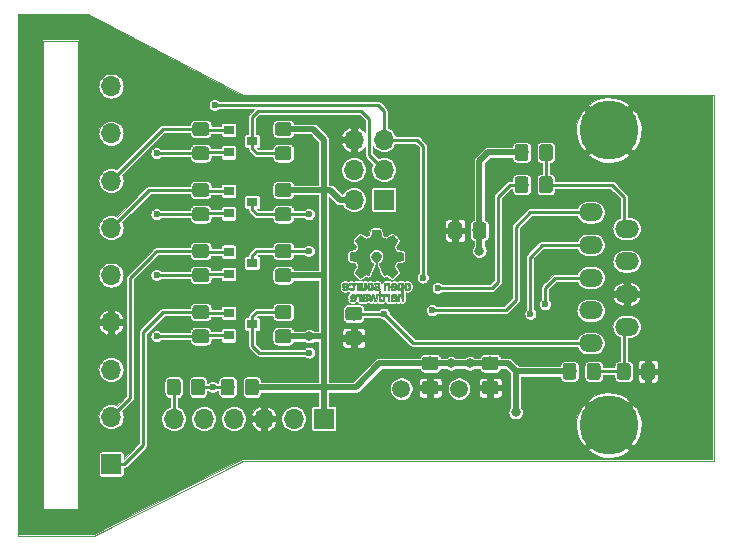
<source format=gbr>
G04 #@! TF.GenerationSoftware,KiCad,Pcbnew,5.1.4-e60b266~84~ubuntu16.04.1*
G04 #@! TF.CreationDate,2019-11-10T18:33:16+00:00*
G04 #@! TF.ProjectId,OpenPSX2AmigaPadAdapter,4f70656e-5053-4583-9241-6d6967615061,2*
G04 #@! TF.SameCoordinates,Original*
G04 #@! TF.FileFunction,Copper,L2,Bot*
G04 #@! TF.FilePolarity,Positive*
%FSLAX46Y46*%
G04 Gerber Fmt 4.6, Leading zero omitted, Abs format (unit mm)*
G04 Created by KiCad (PCBNEW 5.1.4-e60b266~84~ubuntu16.04.1) date 2019-11-10 18:33:16*
%MOMM*%
%LPD*%
G04 APERTURE LIST*
%ADD10C,0.050000*%
%ADD11C,0.010000*%
%ADD12O,1.700000X1.700000*%
%ADD13R,1.700000X1.700000*%
%ADD14C,0.100000*%
%ADD15C,1.150000*%
%ADD16R,0.900000X0.800000*%
%ADD17C,1.500000*%
%ADD18C,5.001260*%
%ADD19O,1.998980X1.501140*%
%ADD20C,0.800000*%
%ADD21C,0.500000*%
%ADD22C,0.600000*%
%ADD23C,0.500000*%
%ADD24C,0.250000*%
%ADD25C,0.025400*%
G04 APERTURE END LIST*
D10*
X113792000Y-95758000D02*
X110871000Y-95758000D01*
X113792000Y-56134000D02*
X113792000Y-95758000D01*
X110871000Y-56134000D02*
X113792000Y-56134000D01*
X110871000Y-95758000D02*
X110871000Y-56134000D01*
X167640000Y-91694000D02*
X127762000Y-91694000D01*
X127762000Y-91694000D02*
X115189000Y-98044000D01*
X108712000Y-98044000D02*
X115189000Y-98044000D01*
X108712000Y-53848000D02*
X108712000Y-98044000D01*
X114681000Y-53848000D02*
X108712000Y-53848000D01*
X127762000Y-60706000D02*
X114681000Y-53848000D01*
X127762000Y-60706000D02*
X167640000Y-60706000D01*
X167640000Y-60706000D02*
X167640000Y-91694000D01*
D11*
G36*
X140973759Y-76653184D02*
G01*
X140947247Y-76666282D01*
X140914553Y-76689106D01*
X140890725Y-76713996D01*
X140874406Y-76745249D01*
X140864240Y-76787166D01*
X140858872Y-76844044D01*
X140856944Y-76920184D01*
X140856831Y-76952917D01*
X140857161Y-77024656D01*
X140858527Y-77075927D01*
X140861500Y-77111404D01*
X140866649Y-77135763D01*
X140874543Y-77153680D01*
X140882757Y-77165902D01*
X140935187Y-77217905D01*
X140996930Y-77249184D01*
X141063536Y-77258592D01*
X141130558Y-77244980D01*
X141151792Y-77235354D01*
X141202624Y-77208859D01*
X141202624Y-77624052D01*
X141165525Y-77604868D01*
X141116643Y-77590025D01*
X141056561Y-77586222D01*
X140996564Y-77593243D01*
X140951256Y-77609013D01*
X140913675Y-77639047D01*
X140881564Y-77682024D01*
X140879150Y-77686436D01*
X140868967Y-77707221D01*
X140861530Y-77728170D01*
X140856411Y-77753548D01*
X140853181Y-77787618D01*
X140851413Y-77834641D01*
X140850677Y-77898882D01*
X140850544Y-77971176D01*
X140850544Y-78201822D01*
X140988861Y-78201822D01*
X140988861Y-77776533D01*
X141027549Y-77743979D01*
X141067738Y-77717940D01*
X141105797Y-77713205D01*
X141144066Y-77725389D01*
X141164462Y-77737320D01*
X141179642Y-77754313D01*
X141190438Y-77779995D01*
X141197683Y-77817991D01*
X141202208Y-77871926D01*
X141204844Y-77945425D01*
X141205772Y-77994347D01*
X141208911Y-78195535D01*
X141274926Y-78199336D01*
X141340940Y-78203136D01*
X141340940Y-76954650D01*
X141202624Y-76954650D01*
X141199097Y-77024254D01*
X141187215Y-77072569D01*
X141165020Y-77102631D01*
X141130559Y-77117471D01*
X141095742Y-77120436D01*
X141056329Y-77117028D01*
X141030171Y-77103617D01*
X141013814Y-77085896D01*
X141000937Y-77066835D01*
X140993272Y-77045601D01*
X140989861Y-77015849D01*
X140989749Y-76971236D01*
X140990897Y-76933880D01*
X140993532Y-76877604D01*
X140997456Y-76840658D01*
X141004063Y-76817223D01*
X141014749Y-76801480D01*
X141024833Y-76792380D01*
X141066970Y-76772537D01*
X141116840Y-76769332D01*
X141145476Y-76776168D01*
X141173828Y-76800464D01*
X141192609Y-76847728D01*
X141201712Y-76917624D01*
X141202624Y-76954650D01*
X141340940Y-76954650D01*
X141340940Y-76642614D01*
X141271782Y-76642614D01*
X141230260Y-76644256D01*
X141208838Y-76650087D01*
X141202626Y-76661461D01*
X141202624Y-76661798D01*
X141199742Y-76672938D01*
X141187030Y-76671673D01*
X141161757Y-76659433D01*
X141102869Y-76640707D01*
X141036615Y-76638739D01*
X140973759Y-76653184D01*
X140973759Y-76653184D01*
G37*
X140973759Y-76653184D02*
X140947247Y-76666282D01*
X140914553Y-76689106D01*
X140890725Y-76713996D01*
X140874406Y-76745249D01*
X140864240Y-76787166D01*
X140858872Y-76844044D01*
X140856944Y-76920184D01*
X140856831Y-76952917D01*
X140857161Y-77024656D01*
X140858527Y-77075927D01*
X140861500Y-77111404D01*
X140866649Y-77135763D01*
X140874543Y-77153680D01*
X140882757Y-77165902D01*
X140935187Y-77217905D01*
X140996930Y-77249184D01*
X141063536Y-77258592D01*
X141130558Y-77244980D01*
X141151792Y-77235354D01*
X141202624Y-77208859D01*
X141202624Y-77624052D01*
X141165525Y-77604868D01*
X141116643Y-77590025D01*
X141056561Y-77586222D01*
X140996564Y-77593243D01*
X140951256Y-77609013D01*
X140913675Y-77639047D01*
X140881564Y-77682024D01*
X140879150Y-77686436D01*
X140868967Y-77707221D01*
X140861530Y-77728170D01*
X140856411Y-77753548D01*
X140853181Y-77787618D01*
X140851413Y-77834641D01*
X140850677Y-77898882D01*
X140850544Y-77971176D01*
X140850544Y-78201822D01*
X140988861Y-78201822D01*
X140988861Y-77776533D01*
X141027549Y-77743979D01*
X141067738Y-77717940D01*
X141105797Y-77713205D01*
X141144066Y-77725389D01*
X141164462Y-77737320D01*
X141179642Y-77754313D01*
X141190438Y-77779995D01*
X141197683Y-77817991D01*
X141202208Y-77871926D01*
X141204844Y-77945425D01*
X141205772Y-77994347D01*
X141208911Y-78195535D01*
X141274926Y-78199336D01*
X141340940Y-78203136D01*
X141340940Y-76954650D01*
X141202624Y-76954650D01*
X141199097Y-77024254D01*
X141187215Y-77072569D01*
X141165020Y-77102631D01*
X141130559Y-77117471D01*
X141095742Y-77120436D01*
X141056329Y-77117028D01*
X141030171Y-77103617D01*
X141013814Y-77085896D01*
X141000937Y-77066835D01*
X140993272Y-77045601D01*
X140989861Y-77015849D01*
X140989749Y-76971236D01*
X140990897Y-76933880D01*
X140993532Y-76877604D01*
X140997456Y-76840658D01*
X141004063Y-76817223D01*
X141014749Y-76801480D01*
X141024833Y-76792380D01*
X141066970Y-76772537D01*
X141116840Y-76769332D01*
X141145476Y-76776168D01*
X141173828Y-76800464D01*
X141192609Y-76847728D01*
X141201712Y-76917624D01*
X141202624Y-76954650D01*
X141340940Y-76954650D01*
X141340940Y-76642614D01*
X141271782Y-76642614D01*
X141230260Y-76644256D01*
X141208838Y-76650087D01*
X141202626Y-76661461D01*
X141202624Y-76661798D01*
X141199742Y-76672938D01*
X141187030Y-76671673D01*
X141161757Y-76659433D01*
X141102869Y-76640707D01*
X141036615Y-76638739D01*
X140973759Y-76653184D01*
G36*
X140449210Y-77590555D02*
G01*
X140390055Y-77606339D01*
X140345023Y-77634948D01*
X140313246Y-77672419D01*
X140303366Y-77688411D01*
X140296073Y-77705163D01*
X140290974Y-77726592D01*
X140287679Y-77756616D01*
X140285797Y-77799154D01*
X140284937Y-77858122D01*
X140284707Y-77937440D01*
X140284703Y-77958484D01*
X140284703Y-78201822D01*
X140345059Y-78201822D01*
X140383557Y-78199126D01*
X140412023Y-78192295D01*
X140419155Y-78188083D01*
X140438652Y-78180813D01*
X140458566Y-78188083D01*
X140491353Y-78197160D01*
X140538978Y-78200813D01*
X140591764Y-78199228D01*
X140640036Y-78192589D01*
X140668218Y-78184072D01*
X140722753Y-78149063D01*
X140756835Y-78100479D01*
X140772157Y-78035882D01*
X140772299Y-78034223D01*
X140770955Y-78005566D01*
X140649356Y-78005566D01*
X140638726Y-78038161D01*
X140621410Y-78056505D01*
X140586652Y-78070379D01*
X140540773Y-78075917D01*
X140493988Y-78073191D01*
X140456514Y-78062274D01*
X140446015Y-78055269D01*
X140427668Y-78022904D01*
X140423020Y-77986111D01*
X140423020Y-77937763D01*
X140492582Y-77937763D01*
X140558667Y-77942850D01*
X140608764Y-77957263D01*
X140639929Y-77979729D01*
X140649356Y-78005566D01*
X140770955Y-78005566D01*
X140768987Y-77963647D01*
X140745710Y-77907845D01*
X140701948Y-77865647D01*
X140695899Y-77861808D01*
X140669907Y-77849309D01*
X140637735Y-77841740D01*
X140592760Y-77838061D01*
X140539331Y-77837216D01*
X140423020Y-77837169D01*
X140423020Y-77788411D01*
X140427953Y-77750581D01*
X140440543Y-77725236D01*
X140442017Y-77723887D01*
X140470034Y-77712800D01*
X140512326Y-77708503D01*
X140559064Y-77710615D01*
X140600418Y-77718756D01*
X140624957Y-77730965D01*
X140638253Y-77740746D01*
X140652294Y-77742613D01*
X140671671Y-77734600D01*
X140700976Y-77714739D01*
X140744803Y-77681063D01*
X140748825Y-77677909D01*
X140746764Y-77666236D01*
X140729568Y-77646822D01*
X140703433Y-77625248D01*
X140674552Y-77607096D01*
X140665478Y-77602809D01*
X140632380Y-77594256D01*
X140583880Y-77588155D01*
X140529695Y-77585708D01*
X140527161Y-77585703D01*
X140449210Y-77590555D01*
X140449210Y-77590555D01*
G37*
X140449210Y-77590555D02*
X140390055Y-77606339D01*
X140345023Y-77634948D01*
X140313246Y-77672419D01*
X140303366Y-77688411D01*
X140296073Y-77705163D01*
X140290974Y-77726592D01*
X140287679Y-77756616D01*
X140285797Y-77799154D01*
X140284937Y-77858122D01*
X140284707Y-77937440D01*
X140284703Y-77958484D01*
X140284703Y-78201822D01*
X140345059Y-78201822D01*
X140383557Y-78199126D01*
X140412023Y-78192295D01*
X140419155Y-78188083D01*
X140438652Y-78180813D01*
X140458566Y-78188083D01*
X140491353Y-78197160D01*
X140538978Y-78200813D01*
X140591764Y-78199228D01*
X140640036Y-78192589D01*
X140668218Y-78184072D01*
X140722753Y-78149063D01*
X140756835Y-78100479D01*
X140772157Y-78035882D01*
X140772299Y-78034223D01*
X140770955Y-78005566D01*
X140649356Y-78005566D01*
X140638726Y-78038161D01*
X140621410Y-78056505D01*
X140586652Y-78070379D01*
X140540773Y-78075917D01*
X140493988Y-78073191D01*
X140456514Y-78062274D01*
X140446015Y-78055269D01*
X140427668Y-78022904D01*
X140423020Y-77986111D01*
X140423020Y-77937763D01*
X140492582Y-77937763D01*
X140558667Y-77942850D01*
X140608764Y-77957263D01*
X140639929Y-77979729D01*
X140649356Y-78005566D01*
X140770955Y-78005566D01*
X140768987Y-77963647D01*
X140745710Y-77907845D01*
X140701948Y-77865647D01*
X140695899Y-77861808D01*
X140669907Y-77849309D01*
X140637735Y-77841740D01*
X140592760Y-77838061D01*
X140539331Y-77837216D01*
X140423020Y-77837169D01*
X140423020Y-77788411D01*
X140427953Y-77750581D01*
X140440543Y-77725236D01*
X140442017Y-77723887D01*
X140470034Y-77712800D01*
X140512326Y-77708503D01*
X140559064Y-77710615D01*
X140600418Y-77718756D01*
X140624957Y-77730965D01*
X140638253Y-77740746D01*
X140652294Y-77742613D01*
X140671671Y-77734600D01*
X140700976Y-77714739D01*
X140744803Y-77681063D01*
X140748825Y-77677909D01*
X140746764Y-77666236D01*
X140729568Y-77646822D01*
X140703433Y-77625248D01*
X140674552Y-77607096D01*
X140665478Y-77602809D01*
X140632380Y-77594256D01*
X140583880Y-77588155D01*
X140529695Y-77585708D01*
X140527161Y-77585703D01*
X140449210Y-77590555D01*
G36*
X140058356Y-77587020D02*
G01*
X140039539Y-77592660D01*
X140033473Y-77605053D01*
X140033218Y-77610647D01*
X140032129Y-77626230D01*
X140024632Y-77628676D01*
X140004381Y-77617993D01*
X139992351Y-77610694D01*
X139954400Y-77595063D01*
X139909072Y-77587334D01*
X139861544Y-77586740D01*
X139816995Y-77592513D01*
X139780602Y-77603884D01*
X139757543Y-77620088D01*
X139752996Y-77640355D01*
X139755291Y-77645843D01*
X139772020Y-77668626D01*
X139797963Y-77696647D01*
X139802655Y-77701177D01*
X139827383Y-77722005D01*
X139848718Y-77728735D01*
X139878555Y-77724038D01*
X139890508Y-77720917D01*
X139927705Y-77713421D01*
X139953859Y-77716792D01*
X139975946Y-77728681D01*
X139996178Y-77744635D01*
X140011079Y-77764700D01*
X140021434Y-77792702D01*
X140028029Y-77832467D01*
X140031649Y-77887823D01*
X140033078Y-77962594D01*
X140033218Y-78007740D01*
X140033218Y-78201822D01*
X140158960Y-78201822D01*
X140158960Y-77585683D01*
X140096089Y-77585683D01*
X140058356Y-77587020D01*
X140058356Y-77587020D01*
G37*
X140058356Y-77587020D02*
X140039539Y-77592660D01*
X140033473Y-77605053D01*
X140033218Y-77610647D01*
X140032129Y-77626230D01*
X140024632Y-77628676D01*
X140004381Y-77617993D01*
X139992351Y-77610694D01*
X139954400Y-77595063D01*
X139909072Y-77587334D01*
X139861544Y-77586740D01*
X139816995Y-77592513D01*
X139780602Y-77603884D01*
X139757543Y-77620088D01*
X139752996Y-77640355D01*
X139755291Y-77645843D01*
X139772020Y-77668626D01*
X139797963Y-77696647D01*
X139802655Y-77701177D01*
X139827383Y-77722005D01*
X139848718Y-77728735D01*
X139878555Y-77724038D01*
X139890508Y-77720917D01*
X139927705Y-77713421D01*
X139953859Y-77716792D01*
X139975946Y-77728681D01*
X139996178Y-77744635D01*
X140011079Y-77764700D01*
X140021434Y-77792702D01*
X140028029Y-77832467D01*
X140031649Y-77887823D01*
X140033078Y-77962594D01*
X140033218Y-78007740D01*
X140033218Y-78201822D01*
X140158960Y-78201822D01*
X140158960Y-77585683D01*
X140096089Y-77585683D01*
X140058356Y-77587020D01*
G36*
X139266188Y-78201822D02*
G01*
X139335346Y-78201822D01*
X139375488Y-78200645D01*
X139396394Y-78195772D01*
X139403922Y-78185186D01*
X139404505Y-78178029D01*
X139405774Y-78163676D01*
X139413779Y-78160923D01*
X139434815Y-78169771D01*
X139451173Y-78178029D01*
X139513977Y-78197597D01*
X139582248Y-78198729D01*
X139637752Y-78184135D01*
X139689438Y-78148877D01*
X139728838Y-78096835D01*
X139750413Y-78035450D01*
X139750962Y-78032018D01*
X139754167Y-77994571D01*
X139755761Y-77940813D01*
X139755633Y-77900155D01*
X139618279Y-77900155D01*
X139615097Y-77954194D01*
X139607859Y-77998735D01*
X139598060Y-78023888D01*
X139560989Y-78058260D01*
X139516974Y-78070582D01*
X139471584Y-78060618D01*
X139432797Y-78030895D01*
X139418108Y-78010905D01*
X139409519Y-77987050D01*
X139405496Y-77952230D01*
X139404505Y-77899930D01*
X139406278Y-77848139D01*
X139410963Y-77802634D01*
X139417603Y-77772181D01*
X139418710Y-77769452D01*
X139445491Y-77737000D01*
X139484579Y-77719183D01*
X139528315Y-77716306D01*
X139569038Y-77728674D01*
X139599087Y-77756593D01*
X139602204Y-77762148D01*
X139611961Y-77796022D01*
X139617277Y-77844728D01*
X139618279Y-77900155D01*
X139755633Y-77900155D01*
X139755568Y-77879540D01*
X139754664Y-77846563D01*
X139748514Y-77764981D01*
X139735733Y-77703730D01*
X139714471Y-77658449D01*
X139682878Y-77624779D01*
X139652207Y-77605014D01*
X139609354Y-77591120D01*
X139556056Y-77586354D01*
X139501480Y-77590236D01*
X139454792Y-77602282D01*
X139430124Y-77616693D01*
X139404505Y-77639878D01*
X139404505Y-77346773D01*
X139266188Y-77346773D01*
X139266188Y-78201822D01*
X139266188Y-78201822D01*
G37*
X139266188Y-78201822D02*
X139335346Y-78201822D01*
X139375488Y-78200645D01*
X139396394Y-78195772D01*
X139403922Y-78185186D01*
X139404505Y-78178029D01*
X139405774Y-78163676D01*
X139413779Y-78160923D01*
X139434815Y-78169771D01*
X139451173Y-78178029D01*
X139513977Y-78197597D01*
X139582248Y-78198729D01*
X139637752Y-78184135D01*
X139689438Y-78148877D01*
X139728838Y-78096835D01*
X139750413Y-78035450D01*
X139750962Y-78032018D01*
X139754167Y-77994571D01*
X139755761Y-77940813D01*
X139755633Y-77900155D01*
X139618279Y-77900155D01*
X139615097Y-77954194D01*
X139607859Y-77998735D01*
X139598060Y-78023888D01*
X139560989Y-78058260D01*
X139516974Y-78070582D01*
X139471584Y-78060618D01*
X139432797Y-78030895D01*
X139418108Y-78010905D01*
X139409519Y-77987050D01*
X139405496Y-77952230D01*
X139404505Y-77899930D01*
X139406278Y-77848139D01*
X139410963Y-77802634D01*
X139417603Y-77772181D01*
X139418710Y-77769452D01*
X139445491Y-77737000D01*
X139484579Y-77719183D01*
X139528315Y-77716306D01*
X139569038Y-77728674D01*
X139599087Y-77756593D01*
X139602204Y-77762148D01*
X139611961Y-77796022D01*
X139617277Y-77844728D01*
X139618279Y-77900155D01*
X139755633Y-77900155D01*
X139755568Y-77879540D01*
X139754664Y-77846563D01*
X139748514Y-77764981D01*
X139735733Y-77703730D01*
X139714471Y-77658449D01*
X139682878Y-77624779D01*
X139652207Y-77605014D01*
X139609354Y-77591120D01*
X139556056Y-77586354D01*
X139501480Y-77590236D01*
X139454792Y-77602282D01*
X139430124Y-77616693D01*
X139404505Y-77639878D01*
X139404505Y-77346773D01*
X139266188Y-77346773D01*
X139266188Y-78201822D01*
G36*
X138783476Y-77588237D02*
G01*
X138733745Y-77591971D01*
X138603709Y-77981773D01*
X138583322Y-77912614D01*
X138571054Y-77869874D01*
X138554915Y-77812115D01*
X138537488Y-77748625D01*
X138528274Y-77714570D01*
X138493612Y-77585683D01*
X138350609Y-77585683D01*
X138393354Y-77720857D01*
X138414404Y-77787342D01*
X138439833Y-77867539D01*
X138466390Y-77951193D01*
X138490098Y-78025782D01*
X138544098Y-78195535D01*
X138602402Y-78199328D01*
X138660705Y-78203122D01*
X138692321Y-78098734D01*
X138711818Y-78033889D01*
X138733096Y-77962400D01*
X138751692Y-77899263D01*
X138752426Y-77896750D01*
X138766316Y-77853969D01*
X138778571Y-77824779D01*
X138787154Y-77813741D01*
X138788918Y-77815018D01*
X138795109Y-77832130D01*
X138806872Y-77868787D01*
X138822775Y-77920378D01*
X138841386Y-77982294D01*
X138851457Y-78016352D01*
X138905993Y-78201822D01*
X139021736Y-78201822D01*
X139114263Y-77909471D01*
X139140256Y-77827462D01*
X139163934Y-77752987D01*
X139184180Y-77689544D01*
X139199874Y-77640632D01*
X139209898Y-77609749D01*
X139212945Y-77600726D01*
X139210533Y-77591487D01*
X139191592Y-77587441D01*
X139152177Y-77587846D01*
X139146007Y-77588152D01*
X139072914Y-77591971D01*
X139025043Y-77768010D01*
X139007447Y-77832211D01*
X138991723Y-77888649D01*
X138979254Y-77932422D01*
X138971426Y-77958630D01*
X138969980Y-77962903D01*
X138963986Y-77957990D01*
X138951899Y-77932532D01*
X138935107Y-77889997D01*
X138914997Y-77833850D01*
X138897997Y-77783130D01*
X138833206Y-77584504D01*
X138783476Y-77588237D01*
X138783476Y-77588237D01*
G37*
X138783476Y-77588237D02*
X138733745Y-77591971D01*
X138603709Y-77981773D01*
X138583322Y-77912614D01*
X138571054Y-77869874D01*
X138554915Y-77812115D01*
X138537488Y-77748625D01*
X138528274Y-77714570D01*
X138493612Y-77585683D01*
X138350609Y-77585683D01*
X138393354Y-77720857D01*
X138414404Y-77787342D01*
X138439833Y-77867539D01*
X138466390Y-77951193D01*
X138490098Y-78025782D01*
X138544098Y-78195535D01*
X138602402Y-78199328D01*
X138660705Y-78203122D01*
X138692321Y-78098734D01*
X138711818Y-78033889D01*
X138733096Y-77962400D01*
X138751692Y-77899263D01*
X138752426Y-77896750D01*
X138766316Y-77853969D01*
X138778571Y-77824779D01*
X138787154Y-77813741D01*
X138788918Y-77815018D01*
X138795109Y-77832130D01*
X138806872Y-77868787D01*
X138822775Y-77920378D01*
X138841386Y-77982294D01*
X138851457Y-78016352D01*
X138905993Y-78201822D01*
X139021736Y-78201822D01*
X139114263Y-77909471D01*
X139140256Y-77827462D01*
X139163934Y-77752987D01*
X139184180Y-77689544D01*
X139199874Y-77640632D01*
X139209898Y-77609749D01*
X139212945Y-77600726D01*
X139210533Y-77591487D01*
X139191592Y-77587441D01*
X139152177Y-77587846D01*
X139146007Y-77588152D01*
X139072914Y-77591971D01*
X139025043Y-77768010D01*
X139007447Y-77832211D01*
X138991723Y-77888649D01*
X138979254Y-77932422D01*
X138971426Y-77958630D01*
X138969980Y-77962903D01*
X138963986Y-77957990D01*
X138951899Y-77932532D01*
X138935107Y-77889997D01*
X138914997Y-77833850D01*
X138897997Y-77783130D01*
X138833206Y-77584504D01*
X138783476Y-77588237D01*
G36*
X138026589Y-77589417D02*
G01*
X137973589Y-77602290D01*
X137958269Y-77609110D01*
X137928572Y-77626974D01*
X137905780Y-77647093D01*
X137888917Y-77672962D01*
X137877002Y-77708073D01*
X137869058Y-77755920D01*
X137864106Y-77819996D01*
X137861169Y-77903794D01*
X137860053Y-77959768D01*
X137855948Y-78201822D01*
X137926068Y-78201822D01*
X137968607Y-78200038D01*
X137990524Y-78193942D01*
X137996188Y-78183706D01*
X137999179Y-78172637D01*
X138012549Y-78174754D01*
X138030767Y-78183629D01*
X138076376Y-78197233D01*
X138134993Y-78200899D01*
X138196646Y-78194903D01*
X138251362Y-78179521D01*
X138256270Y-78177386D01*
X138306277Y-78142255D01*
X138339244Y-78093419D01*
X138354413Y-78036333D01*
X138353254Y-78015824D01*
X138229492Y-78015824D01*
X138218587Y-78043425D01*
X138186255Y-78063204D01*
X138134090Y-78073819D01*
X138106213Y-78075228D01*
X138059753Y-78071620D01*
X138028871Y-78057597D01*
X138021336Y-78050931D01*
X138000924Y-78014666D01*
X137996188Y-77981773D01*
X137996188Y-77937763D01*
X138057487Y-77937763D01*
X138128744Y-77941395D01*
X138178724Y-77952818D01*
X138210304Y-77972824D01*
X138217374Y-77981743D01*
X138229492Y-78015824D01*
X138353254Y-78015824D01*
X138351029Y-77976456D01*
X138328337Y-77919244D01*
X138297376Y-77880580D01*
X138278624Y-77863864D01*
X138260267Y-77852878D01*
X138236381Y-77846180D01*
X138201043Y-77842326D01*
X138148331Y-77839873D01*
X138127423Y-77839168D01*
X137996188Y-77834879D01*
X137996380Y-77795158D01*
X138001463Y-77753405D01*
X138019838Y-77728158D01*
X138056961Y-77712030D01*
X138057957Y-77711742D01*
X138110590Y-77705400D01*
X138162094Y-77713684D01*
X138200370Y-77733827D01*
X138215728Y-77743773D01*
X138232270Y-77742397D01*
X138257725Y-77727987D01*
X138272672Y-77717817D01*
X138301909Y-77696088D01*
X138320020Y-77679800D01*
X138322926Y-77675137D01*
X138310960Y-77651005D01*
X138275604Y-77622185D01*
X138260247Y-77612461D01*
X138216099Y-77595714D01*
X138156602Y-77586227D01*
X138090513Y-77584095D01*
X138026589Y-77589417D01*
X138026589Y-77589417D01*
G37*
X138026589Y-77589417D02*
X137973589Y-77602290D01*
X137958269Y-77609110D01*
X137928572Y-77626974D01*
X137905780Y-77647093D01*
X137888917Y-77672962D01*
X137877002Y-77708073D01*
X137869058Y-77755920D01*
X137864106Y-77819996D01*
X137861169Y-77903794D01*
X137860053Y-77959768D01*
X137855948Y-78201822D01*
X137926068Y-78201822D01*
X137968607Y-78200038D01*
X137990524Y-78193942D01*
X137996188Y-78183706D01*
X137999179Y-78172637D01*
X138012549Y-78174754D01*
X138030767Y-78183629D01*
X138076376Y-78197233D01*
X138134993Y-78200899D01*
X138196646Y-78194903D01*
X138251362Y-78179521D01*
X138256270Y-78177386D01*
X138306277Y-78142255D01*
X138339244Y-78093419D01*
X138354413Y-78036333D01*
X138353254Y-78015824D01*
X138229492Y-78015824D01*
X138218587Y-78043425D01*
X138186255Y-78063204D01*
X138134090Y-78073819D01*
X138106213Y-78075228D01*
X138059753Y-78071620D01*
X138028871Y-78057597D01*
X138021336Y-78050931D01*
X138000924Y-78014666D01*
X137996188Y-77981773D01*
X137996188Y-77937763D01*
X138057487Y-77937763D01*
X138128744Y-77941395D01*
X138178724Y-77952818D01*
X138210304Y-77972824D01*
X138217374Y-77981743D01*
X138229492Y-78015824D01*
X138353254Y-78015824D01*
X138351029Y-77976456D01*
X138328337Y-77919244D01*
X138297376Y-77880580D01*
X138278624Y-77863864D01*
X138260267Y-77852878D01*
X138236381Y-77846180D01*
X138201043Y-77842326D01*
X138148331Y-77839873D01*
X138127423Y-77839168D01*
X137996188Y-77834879D01*
X137996380Y-77795158D01*
X138001463Y-77753405D01*
X138019838Y-77728158D01*
X138056961Y-77712030D01*
X138057957Y-77711742D01*
X138110590Y-77705400D01*
X138162094Y-77713684D01*
X138200370Y-77733827D01*
X138215728Y-77743773D01*
X138232270Y-77742397D01*
X138257725Y-77727987D01*
X138272672Y-77717817D01*
X138301909Y-77696088D01*
X138320020Y-77679800D01*
X138322926Y-77675137D01*
X138310960Y-77651005D01*
X138275604Y-77622185D01*
X138260247Y-77612461D01*
X138216099Y-77595714D01*
X138156602Y-77586227D01*
X138090513Y-77584095D01*
X138026589Y-77589417D01*
G36*
X137429745Y-77585486D02*
G01*
X137381405Y-77595015D01*
X137353886Y-77609125D01*
X137324936Y-77632568D01*
X137366124Y-77684571D01*
X137391518Y-77716064D01*
X137408762Y-77731428D01*
X137425898Y-77733776D01*
X137450973Y-77726217D01*
X137462743Y-77721941D01*
X137510730Y-77715631D01*
X137554676Y-77729156D01*
X137586940Y-77759710D01*
X137592181Y-77769452D01*
X137597888Y-77795258D01*
X137602294Y-77842817D01*
X137605189Y-77908758D01*
X137606369Y-77989710D01*
X137606386Y-78001226D01*
X137606386Y-78201822D01*
X137744703Y-78201822D01*
X137744703Y-77585683D01*
X137675544Y-77585683D01*
X137635667Y-77586725D01*
X137614893Y-77591358D01*
X137607211Y-77601849D01*
X137606386Y-77611745D01*
X137606386Y-77637806D01*
X137573255Y-77611745D01*
X137535265Y-77593965D01*
X137484230Y-77585174D01*
X137429745Y-77585486D01*
X137429745Y-77585486D01*
G37*
X137429745Y-77585486D02*
X137381405Y-77595015D01*
X137353886Y-77609125D01*
X137324936Y-77632568D01*
X137366124Y-77684571D01*
X137391518Y-77716064D01*
X137408762Y-77731428D01*
X137425898Y-77733776D01*
X137450973Y-77726217D01*
X137462743Y-77721941D01*
X137510730Y-77715631D01*
X137554676Y-77729156D01*
X137586940Y-77759710D01*
X137592181Y-77769452D01*
X137597888Y-77795258D01*
X137602294Y-77842817D01*
X137605189Y-77908758D01*
X137606369Y-77989710D01*
X137606386Y-78001226D01*
X137606386Y-78201822D01*
X137744703Y-78201822D01*
X137744703Y-77585683D01*
X137675544Y-77585683D01*
X137635667Y-77586725D01*
X137614893Y-77591358D01*
X137607211Y-77601849D01*
X137606386Y-77611745D01*
X137606386Y-77637806D01*
X137573255Y-77611745D01*
X137535265Y-77593965D01*
X137484230Y-77585174D01*
X137429745Y-77585486D01*
G36*
X137032419Y-77588970D02*
G01*
X136972315Y-77604597D01*
X136921979Y-77636848D01*
X136897607Y-77660940D01*
X136857655Y-77717895D01*
X136834758Y-77783965D01*
X136826892Y-77865182D01*
X136826852Y-77871748D01*
X136826782Y-77937763D01*
X137206736Y-77937763D01*
X137198637Y-77972342D01*
X137184013Y-78003659D01*
X137158419Y-78036291D01*
X137153065Y-78041500D01*
X137107057Y-78069694D01*
X137054590Y-78074475D01*
X136994197Y-78055926D01*
X136983960Y-78050931D01*
X136952561Y-78035745D01*
X136931530Y-78027094D01*
X136927861Y-78026293D01*
X136915052Y-78034063D01*
X136890622Y-78053072D01*
X136878221Y-78063460D01*
X136852524Y-78087321D01*
X136844085Y-78103077D01*
X136849942Y-78117571D01*
X136853072Y-78121534D01*
X136874275Y-78138879D01*
X136909262Y-78159959D01*
X136933663Y-78172265D01*
X137002928Y-78193946D01*
X137079612Y-78200971D01*
X137152235Y-78192647D01*
X137172574Y-78186686D01*
X137235524Y-78152952D01*
X137282185Y-78101045D01*
X137312827Y-78030459D01*
X137327718Y-77940692D01*
X137329353Y-77893753D01*
X137324579Y-77825413D01*
X137204010Y-77825413D01*
X137192348Y-77830465D01*
X137161002Y-77834429D01*
X137115429Y-77836768D01*
X137084554Y-77837169D01*
X137029019Y-77836783D01*
X136993967Y-77834975D01*
X136974738Y-77830773D01*
X136966670Y-77823203D01*
X136965099Y-77812218D01*
X136975879Y-77778381D01*
X137003020Y-77744940D01*
X137038723Y-77719272D01*
X137074440Y-77708772D01*
X137122952Y-77718086D01*
X137164947Y-77745013D01*
X137194064Y-77783827D01*
X137204010Y-77825413D01*
X137324579Y-77825413D01*
X137322401Y-77794236D01*
X137300945Y-77714949D01*
X137264530Y-77655263D01*
X137212703Y-77614549D01*
X137145010Y-77592179D01*
X137108338Y-77587871D01*
X137032419Y-77588970D01*
X137032419Y-77588970D01*
G37*
X137032419Y-77588970D02*
X136972315Y-77604597D01*
X136921979Y-77636848D01*
X136897607Y-77660940D01*
X136857655Y-77717895D01*
X136834758Y-77783965D01*
X136826892Y-77865182D01*
X136826852Y-77871748D01*
X136826782Y-77937763D01*
X137206736Y-77937763D01*
X137198637Y-77972342D01*
X137184013Y-78003659D01*
X137158419Y-78036291D01*
X137153065Y-78041500D01*
X137107057Y-78069694D01*
X137054590Y-78074475D01*
X136994197Y-78055926D01*
X136983960Y-78050931D01*
X136952561Y-78035745D01*
X136931530Y-78027094D01*
X136927861Y-78026293D01*
X136915052Y-78034063D01*
X136890622Y-78053072D01*
X136878221Y-78063460D01*
X136852524Y-78087321D01*
X136844085Y-78103077D01*
X136849942Y-78117571D01*
X136853072Y-78121534D01*
X136874275Y-78138879D01*
X136909262Y-78159959D01*
X136933663Y-78172265D01*
X137002928Y-78193946D01*
X137079612Y-78200971D01*
X137152235Y-78192647D01*
X137172574Y-78186686D01*
X137235524Y-78152952D01*
X137282185Y-78101045D01*
X137312827Y-78030459D01*
X137327718Y-77940692D01*
X137329353Y-77893753D01*
X137324579Y-77825413D01*
X137204010Y-77825413D01*
X137192348Y-77830465D01*
X137161002Y-77834429D01*
X137115429Y-77836768D01*
X137084554Y-77837169D01*
X137029019Y-77836783D01*
X136993967Y-77834975D01*
X136974738Y-77830773D01*
X136966670Y-77823203D01*
X136965099Y-77812218D01*
X136975879Y-77778381D01*
X137003020Y-77744940D01*
X137038723Y-77719272D01*
X137074440Y-77708772D01*
X137122952Y-77718086D01*
X137164947Y-77745013D01*
X137194064Y-77783827D01*
X137204010Y-77825413D01*
X137324579Y-77825413D01*
X137322401Y-77794236D01*
X137300945Y-77714949D01*
X137264530Y-77655263D01*
X137212703Y-77614549D01*
X137145010Y-77592179D01*
X137108338Y-77587871D01*
X137032419Y-77588970D01*
G36*
X141603261Y-76649148D02*
G01*
X141537479Y-76678231D01*
X141487540Y-76726793D01*
X141453374Y-76794908D01*
X141434907Y-76882651D01*
X141433583Y-76896351D01*
X141432546Y-76992939D01*
X141445993Y-77077602D01*
X141473108Y-77146221D01*
X141487627Y-77168294D01*
X141538201Y-77215011D01*
X141602609Y-77245268D01*
X141674666Y-77257824D01*
X141748185Y-77251439D01*
X141804072Y-77231772D01*
X141852132Y-77198629D01*
X141891412Y-77155175D01*
X141892092Y-77154158D01*
X141908044Y-77127338D01*
X141918410Y-77100368D01*
X141924688Y-77066332D01*
X141928373Y-77018310D01*
X141929997Y-76978931D01*
X141930672Y-76943219D01*
X141804955Y-76943219D01*
X141803726Y-76978770D01*
X141799266Y-77026094D01*
X141791397Y-77056465D01*
X141777207Y-77078072D01*
X141763917Y-77090694D01*
X141716802Y-77117122D01*
X141667505Y-77120653D01*
X141621593Y-77101639D01*
X141598638Y-77080331D01*
X141582096Y-77058859D01*
X141572421Y-77038313D01*
X141568174Y-77011574D01*
X141567920Y-76971523D01*
X141569228Y-76934638D01*
X141572043Y-76881947D01*
X141576505Y-76847772D01*
X141584548Y-76825480D01*
X141598103Y-76808442D01*
X141608845Y-76798703D01*
X141653777Y-76773123D01*
X141702249Y-76771847D01*
X141742894Y-76786999D01*
X141777567Y-76818642D01*
X141798224Y-76870620D01*
X141804955Y-76943219D01*
X141930672Y-76943219D01*
X141931479Y-76900621D01*
X141928948Y-76842056D01*
X141921362Y-76798007D01*
X141907681Y-76763248D01*
X141886865Y-76732551D01*
X141879147Y-76723436D01*
X141830889Y-76678021D01*
X141779128Y-76651493D01*
X141715828Y-76640379D01*
X141684961Y-76639471D01*
X141603261Y-76649148D01*
X141603261Y-76649148D01*
G37*
X141603261Y-76649148D02*
X141537479Y-76678231D01*
X141487540Y-76726793D01*
X141453374Y-76794908D01*
X141434907Y-76882651D01*
X141433583Y-76896351D01*
X141432546Y-76992939D01*
X141445993Y-77077602D01*
X141473108Y-77146221D01*
X141487627Y-77168294D01*
X141538201Y-77215011D01*
X141602609Y-77245268D01*
X141674666Y-77257824D01*
X141748185Y-77251439D01*
X141804072Y-77231772D01*
X141852132Y-77198629D01*
X141891412Y-77155175D01*
X141892092Y-77154158D01*
X141908044Y-77127338D01*
X141918410Y-77100368D01*
X141924688Y-77066332D01*
X141928373Y-77018310D01*
X141929997Y-76978931D01*
X141930672Y-76943219D01*
X141804955Y-76943219D01*
X141803726Y-76978770D01*
X141799266Y-77026094D01*
X141791397Y-77056465D01*
X141777207Y-77078072D01*
X141763917Y-77090694D01*
X141716802Y-77117122D01*
X141667505Y-77120653D01*
X141621593Y-77101639D01*
X141598638Y-77080331D01*
X141582096Y-77058859D01*
X141572421Y-77038313D01*
X141568174Y-77011574D01*
X141567920Y-76971523D01*
X141569228Y-76934638D01*
X141572043Y-76881947D01*
X141576505Y-76847772D01*
X141584548Y-76825480D01*
X141598103Y-76808442D01*
X141608845Y-76798703D01*
X141653777Y-76773123D01*
X141702249Y-76771847D01*
X141742894Y-76786999D01*
X141777567Y-76818642D01*
X141798224Y-76870620D01*
X141804955Y-76943219D01*
X141930672Y-76943219D01*
X141931479Y-76900621D01*
X141928948Y-76842056D01*
X141921362Y-76798007D01*
X141907681Y-76763248D01*
X141886865Y-76732551D01*
X141879147Y-76723436D01*
X141830889Y-76678021D01*
X141779128Y-76651493D01*
X141715828Y-76640379D01*
X141684961Y-76639471D01*
X141603261Y-76649148D01*
G36*
X140421699Y-76656614D02*
G01*
X140409168Y-76662514D01*
X140365799Y-76694283D01*
X140324790Y-76740646D01*
X140294168Y-76791696D01*
X140285459Y-76815166D01*
X140277512Y-76857091D01*
X140272774Y-76907757D01*
X140272199Y-76928679D01*
X140272129Y-76994693D01*
X140652083Y-76994693D01*
X140643983Y-77029273D01*
X140624104Y-77070170D01*
X140589347Y-77105514D01*
X140547998Y-77128282D01*
X140521649Y-77133010D01*
X140485916Y-77127273D01*
X140443282Y-77112882D01*
X140428799Y-77106262D01*
X140375240Y-77079513D01*
X140329533Y-77114376D01*
X140303158Y-77137955D01*
X140289124Y-77157417D01*
X140288414Y-77163129D01*
X140300951Y-77176973D01*
X140328428Y-77198012D01*
X140353366Y-77214425D01*
X140420664Y-77243930D01*
X140496110Y-77257284D01*
X140570888Y-77253812D01*
X140630495Y-77235663D01*
X140691941Y-77196784D01*
X140735608Y-77145595D01*
X140762926Y-77079367D01*
X140775322Y-76995371D01*
X140776421Y-76956936D01*
X140772022Y-76868861D01*
X140771482Y-76866299D01*
X140645582Y-76866299D01*
X140642115Y-76874558D01*
X140627863Y-76879113D01*
X140598470Y-76881065D01*
X140549575Y-76881517D01*
X140530748Y-76881525D01*
X140473467Y-76880843D01*
X140437141Y-76878364D01*
X140417604Y-76873443D01*
X140410690Y-76865434D01*
X140410445Y-76862862D01*
X140418336Y-76842423D01*
X140438085Y-76813789D01*
X140446575Y-76803763D01*
X140478094Y-76775408D01*
X140510949Y-76764259D01*
X140528651Y-76763327D01*
X140576539Y-76774981D01*
X140616699Y-76806285D01*
X140642173Y-76851752D01*
X140642625Y-76853233D01*
X140645582Y-76866299D01*
X140771482Y-76866299D01*
X140757392Y-76799510D01*
X140731038Y-76744025D01*
X140698807Y-76704639D01*
X140639217Y-76661931D01*
X140569168Y-76639109D01*
X140494661Y-76637046D01*
X140421699Y-76656614D01*
X140421699Y-76656614D01*
G37*
X140421699Y-76656614D02*
X140409168Y-76662514D01*
X140365799Y-76694283D01*
X140324790Y-76740646D01*
X140294168Y-76791696D01*
X140285459Y-76815166D01*
X140277512Y-76857091D01*
X140272774Y-76907757D01*
X140272199Y-76928679D01*
X140272129Y-76994693D01*
X140652083Y-76994693D01*
X140643983Y-77029273D01*
X140624104Y-77070170D01*
X140589347Y-77105514D01*
X140547998Y-77128282D01*
X140521649Y-77133010D01*
X140485916Y-77127273D01*
X140443282Y-77112882D01*
X140428799Y-77106262D01*
X140375240Y-77079513D01*
X140329533Y-77114376D01*
X140303158Y-77137955D01*
X140289124Y-77157417D01*
X140288414Y-77163129D01*
X140300951Y-77176973D01*
X140328428Y-77198012D01*
X140353366Y-77214425D01*
X140420664Y-77243930D01*
X140496110Y-77257284D01*
X140570888Y-77253812D01*
X140630495Y-77235663D01*
X140691941Y-77196784D01*
X140735608Y-77145595D01*
X140762926Y-77079367D01*
X140775322Y-76995371D01*
X140776421Y-76956936D01*
X140772022Y-76868861D01*
X140771482Y-76866299D01*
X140645582Y-76866299D01*
X140642115Y-76874558D01*
X140627863Y-76879113D01*
X140598470Y-76881065D01*
X140549575Y-76881517D01*
X140530748Y-76881525D01*
X140473467Y-76880843D01*
X140437141Y-76878364D01*
X140417604Y-76873443D01*
X140410690Y-76865434D01*
X140410445Y-76862862D01*
X140418336Y-76842423D01*
X140438085Y-76813789D01*
X140446575Y-76803763D01*
X140478094Y-76775408D01*
X140510949Y-76764259D01*
X140528651Y-76763327D01*
X140576539Y-76774981D01*
X140616699Y-76806285D01*
X140642173Y-76851752D01*
X140642625Y-76853233D01*
X140645582Y-76866299D01*
X140771482Y-76866299D01*
X140757392Y-76799510D01*
X140731038Y-76744025D01*
X140698807Y-76704639D01*
X140639217Y-76661931D01*
X140569168Y-76639109D01*
X140494661Y-76637046D01*
X140421699Y-76656614D01*
G36*
X139050983Y-76640452D02*
G01*
X139003366Y-76649482D01*
X138953966Y-76668370D01*
X138948688Y-76670777D01*
X138911226Y-76690476D01*
X138885283Y-76708781D01*
X138876897Y-76720508D01*
X138884883Y-76739632D01*
X138904280Y-76767850D01*
X138912890Y-76778384D01*
X138948372Y-76819847D01*
X138994115Y-76792858D01*
X139037650Y-76774878D01*
X139087950Y-76765267D01*
X139136188Y-76764660D01*
X139173533Y-76773691D01*
X139182495Y-76779327D01*
X139199563Y-76805171D01*
X139201637Y-76834941D01*
X139188866Y-76858197D01*
X139181312Y-76862708D01*
X139158675Y-76868309D01*
X139118885Y-76874892D01*
X139069834Y-76881183D01*
X139060785Y-76882170D01*
X138982004Y-76895798D01*
X138924864Y-76918946D01*
X138886970Y-76953752D01*
X138865921Y-77002354D01*
X138859365Y-77061718D01*
X138868423Y-77129198D01*
X138897836Y-77182188D01*
X138947722Y-77220783D01*
X139018200Y-77245081D01*
X139096435Y-77254667D01*
X139160234Y-77254552D01*
X139211984Y-77245845D01*
X139247327Y-77233825D01*
X139291983Y-77212880D01*
X139333253Y-77188574D01*
X139347921Y-77177876D01*
X139385643Y-77147084D01*
X139340148Y-77101049D01*
X139294653Y-77055013D01*
X139242928Y-77089243D01*
X139191048Y-77114952D01*
X139135649Y-77128399D01*
X139082395Y-77129818D01*
X139036951Y-77119443D01*
X139004984Y-77097507D01*
X138994662Y-77078998D01*
X138996211Y-77049314D01*
X139021860Y-77026615D01*
X139071540Y-77010940D01*
X139125969Y-77003695D01*
X139209736Y-76989873D01*
X139271967Y-76963796D01*
X139313493Y-76924699D01*
X139335147Y-76871820D01*
X139338147Y-76809126D01*
X139323329Y-76743642D01*
X139289546Y-76694144D01*
X139236495Y-76660408D01*
X139163874Y-76642207D01*
X139110072Y-76638639D01*
X139050983Y-76640452D01*
X139050983Y-76640452D01*
G37*
X139050983Y-76640452D02*
X139003366Y-76649482D01*
X138953966Y-76668370D01*
X138948688Y-76670777D01*
X138911226Y-76690476D01*
X138885283Y-76708781D01*
X138876897Y-76720508D01*
X138884883Y-76739632D01*
X138904280Y-76767850D01*
X138912890Y-76778384D01*
X138948372Y-76819847D01*
X138994115Y-76792858D01*
X139037650Y-76774878D01*
X139087950Y-76765267D01*
X139136188Y-76764660D01*
X139173533Y-76773691D01*
X139182495Y-76779327D01*
X139199563Y-76805171D01*
X139201637Y-76834941D01*
X139188866Y-76858197D01*
X139181312Y-76862708D01*
X139158675Y-76868309D01*
X139118885Y-76874892D01*
X139069834Y-76881183D01*
X139060785Y-76882170D01*
X138982004Y-76895798D01*
X138924864Y-76918946D01*
X138886970Y-76953752D01*
X138865921Y-77002354D01*
X138859365Y-77061718D01*
X138868423Y-77129198D01*
X138897836Y-77182188D01*
X138947722Y-77220783D01*
X139018200Y-77245081D01*
X139096435Y-77254667D01*
X139160234Y-77254552D01*
X139211984Y-77245845D01*
X139247327Y-77233825D01*
X139291983Y-77212880D01*
X139333253Y-77188574D01*
X139347921Y-77177876D01*
X139385643Y-77147084D01*
X139340148Y-77101049D01*
X139294653Y-77055013D01*
X139242928Y-77089243D01*
X139191048Y-77114952D01*
X139135649Y-77128399D01*
X139082395Y-77129818D01*
X139036951Y-77119443D01*
X139004984Y-77097507D01*
X138994662Y-77078998D01*
X138996211Y-77049314D01*
X139021860Y-77026615D01*
X139071540Y-77010940D01*
X139125969Y-77003695D01*
X139209736Y-76989873D01*
X139271967Y-76963796D01*
X139313493Y-76924699D01*
X139335147Y-76871820D01*
X139338147Y-76809126D01*
X139323329Y-76743642D01*
X139289546Y-76694144D01*
X139236495Y-76660408D01*
X139163874Y-76642207D01*
X139110072Y-76638639D01*
X139050983Y-76640452D01*
G36*
X138454238Y-76650055D02*
G01*
X138390637Y-76684692D01*
X138340877Y-76739372D01*
X138317432Y-76783842D01*
X138307366Y-76823121D01*
X138300844Y-76879116D01*
X138298049Y-76943621D01*
X138299164Y-77008429D01*
X138304374Y-77065334D01*
X138310459Y-77095727D01*
X138330986Y-77137306D01*
X138366537Y-77181468D01*
X138409381Y-77220087D01*
X138451789Y-77245034D01*
X138452823Y-77245430D01*
X138505447Y-77256331D01*
X138567812Y-77256601D01*
X138627076Y-77246676D01*
X138649960Y-77238722D01*
X138708898Y-77205300D01*
X138751110Y-77161511D01*
X138778844Y-77103538D01*
X138794349Y-77027565D01*
X138797857Y-76987771D01*
X138797410Y-76937766D01*
X138662624Y-76937766D01*
X138658083Y-77010732D01*
X138645014Y-77066334D01*
X138624244Y-77101861D01*
X138609448Y-77112020D01*
X138571536Y-77119104D01*
X138526473Y-77117007D01*
X138487513Y-77106812D01*
X138477296Y-77101204D01*
X138450341Y-77068538D01*
X138432549Y-77018545D01*
X138424976Y-76957705D01*
X138428675Y-76892497D01*
X138436943Y-76853253D01*
X138460680Y-76807805D01*
X138498151Y-76779396D01*
X138543280Y-76769573D01*
X138589989Y-76779887D01*
X138625868Y-76805112D01*
X138644723Y-76825925D01*
X138655728Y-76846439D01*
X138660974Y-76874203D01*
X138662551Y-76916762D01*
X138662624Y-76937766D01*
X138797410Y-76937766D01*
X138796906Y-76881580D01*
X138779612Y-76794501D01*
X138745971Y-76726530D01*
X138695982Y-76677664D01*
X138629644Y-76647899D01*
X138615399Y-76644448D01*
X138529790Y-76636345D01*
X138454238Y-76650055D01*
X138454238Y-76650055D01*
G37*
X138454238Y-76650055D02*
X138390637Y-76684692D01*
X138340877Y-76739372D01*
X138317432Y-76783842D01*
X138307366Y-76823121D01*
X138300844Y-76879116D01*
X138298049Y-76943621D01*
X138299164Y-77008429D01*
X138304374Y-77065334D01*
X138310459Y-77095727D01*
X138330986Y-77137306D01*
X138366537Y-77181468D01*
X138409381Y-77220087D01*
X138451789Y-77245034D01*
X138452823Y-77245430D01*
X138505447Y-77256331D01*
X138567812Y-77256601D01*
X138627076Y-77246676D01*
X138649960Y-77238722D01*
X138708898Y-77205300D01*
X138751110Y-77161511D01*
X138778844Y-77103538D01*
X138794349Y-77027565D01*
X138797857Y-76987771D01*
X138797410Y-76937766D01*
X138662624Y-76937766D01*
X138658083Y-77010732D01*
X138645014Y-77066334D01*
X138624244Y-77101861D01*
X138609448Y-77112020D01*
X138571536Y-77119104D01*
X138526473Y-77117007D01*
X138487513Y-77106812D01*
X138477296Y-77101204D01*
X138450341Y-77068538D01*
X138432549Y-77018545D01*
X138424976Y-76957705D01*
X138428675Y-76892497D01*
X138436943Y-76853253D01*
X138460680Y-76807805D01*
X138498151Y-76779396D01*
X138543280Y-76769573D01*
X138589989Y-76779887D01*
X138625868Y-76805112D01*
X138644723Y-76825925D01*
X138655728Y-76846439D01*
X138660974Y-76874203D01*
X138662551Y-76916762D01*
X138662624Y-76937766D01*
X138797410Y-76937766D01*
X138796906Y-76881580D01*
X138779612Y-76794501D01*
X138745971Y-76726530D01*
X138695982Y-76677664D01*
X138629644Y-76647899D01*
X138615399Y-76644448D01*
X138529790Y-76636345D01*
X138454238Y-76650055D01*
G36*
X138071633Y-76838342D02*
G01*
X138070445Y-76930563D01*
X138066103Y-77000610D01*
X138057442Y-77051381D01*
X138043296Y-77085772D01*
X138022500Y-77106679D01*
X137993890Y-77117000D01*
X137958465Y-77119636D01*
X137921364Y-77116682D01*
X137893182Y-77105889D01*
X137872757Y-77084360D01*
X137858921Y-77049199D01*
X137850509Y-76997510D01*
X137846357Y-76926394D01*
X137845297Y-76838342D01*
X137845297Y-76642614D01*
X137706980Y-76642614D01*
X137706980Y-77246179D01*
X137776138Y-77246179D01*
X137817830Y-77244489D01*
X137839299Y-77238556D01*
X137845297Y-77227293D01*
X137848909Y-77217261D01*
X137863286Y-77219383D01*
X137892264Y-77233580D01*
X137958681Y-77255480D01*
X138029125Y-77253928D01*
X138096623Y-77230147D01*
X138128767Y-77211362D01*
X138153285Y-77191022D01*
X138171196Y-77165573D01*
X138183521Y-77131458D01*
X138191277Y-77085121D01*
X138195484Y-77023007D01*
X138197160Y-76941561D01*
X138197376Y-76878578D01*
X138197376Y-76642614D01*
X138071633Y-76642614D01*
X138071633Y-76838342D01*
X138071633Y-76838342D01*
G37*
X138071633Y-76838342D02*
X138070445Y-76930563D01*
X138066103Y-77000610D01*
X138057442Y-77051381D01*
X138043296Y-77085772D01*
X138022500Y-77106679D01*
X137993890Y-77117000D01*
X137958465Y-77119636D01*
X137921364Y-77116682D01*
X137893182Y-77105889D01*
X137872757Y-77084360D01*
X137858921Y-77049199D01*
X137850509Y-76997510D01*
X137846357Y-76926394D01*
X137845297Y-76838342D01*
X137845297Y-76642614D01*
X137706980Y-76642614D01*
X137706980Y-77246179D01*
X137776138Y-77246179D01*
X137817830Y-77244489D01*
X137839299Y-77238556D01*
X137845297Y-77227293D01*
X137848909Y-77217261D01*
X137863286Y-77219383D01*
X137892264Y-77233580D01*
X137958681Y-77255480D01*
X138029125Y-77253928D01*
X138096623Y-77230147D01*
X138128767Y-77211362D01*
X138153285Y-77191022D01*
X138171196Y-77165573D01*
X138183521Y-77131458D01*
X138191277Y-77085121D01*
X138195484Y-77023007D01*
X138197160Y-76941561D01*
X138197376Y-76878578D01*
X138197376Y-76642614D01*
X138071633Y-76642614D01*
X138071633Y-76838342D01*
G36*
X136847774Y-76647880D02*
G01*
X136774920Y-76678830D01*
X136751973Y-76693895D01*
X136722646Y-76717048D01*
X136704236Y-76735253D01*
X136701039Y-76741183D01*
X136710065Y-76754340D01*
X136733163Y-76776667D01*
X136751656Y-76792250D01*
X136802272Y-76832926D01*
X136842240Y-76799295D01*
X136873126Y-76777584D01*
X136903241Y-76770090D01*
X136937708Y-76771920D01*
X136992439Y-76785528D01*
X137030114Y-76813772D01*
X137053009Y-76859433D01*
X137063403Y-76925289D01*
X137063405Y-76925331D01*
X137062506Y-76998939D01*
X137048537Y-77052946D01*
X137020672Y-77089716D01*
X137001675Y-77102168D01*
X136951224Y-77117673D01*
X136897337Y-77117683D01*
X136850454Y-77102638D01*
X136839356Y-77095287D01*
X136811524Y-77076511D01*
X136789764Y-77073434D01*
X136766296Y-77087409D01*
X136740351Y-77112510D01*
X136699284Y-77154880D01*
X136744879Y-77192464D01*
X136815326Y-77234882D01*
X136894767Y-77255785D01*
X136977785Y-77254272D01*
X137032306Y-77240411D01*
X137096030Y-77206135D01*
X137146995Y-77152212D01*
X137170149Y-77114149D01*
X137188901Y-77059536D01*
X137198285Y-76990369D01*
X137198357Y-76915407D01*
X137189176Y-76843409D01*
X137170801Y-76783137D01*
X137167907Y-76776958D01*
X137125048Y-76716351D01*
X137067021Y-76672224D01*
X136998409Y-76645493D01*
X136923799Y-76637073D01*
X136847774Y-76647880D01*
X136847774Y-76647880D01*
G37*
X136847774Y-76647880D02*
X136774920Y-76678830D01*
X136751973Y-76693895D01*
X136722646Y-76717048D01*
X136704236Y-76735253D01*
X136701039Y-76741183D01*
X136710065Y-76754340D01*
X136733163Y-76776667D01*
X136751656Y-76792250D01*
X136802272Y-76832926D01*
X136842240Y-76799295D01*
X136873126Y-76777584D01*
X136903241Y-76770090D01*
X136937708Y-76771920D01*
X136992439Y-76785528D01*
X137030114Y-76813772D01*
X137053009Y-76859433D01*
X137063403Y-76925289D01*
X137063405Y-76925331D01*
X137062506Y-76998939D01*
X137048537Y-77052946D01*
X137020672Y-77089716D01*
X137001675Y-77102168D01*
X136951224Y-77117673D01*
X136897337Y-77117683D01*
X136850454Y-77102638D01*
X136839356Y-77095287D01*
X136811524Y-77076511D01*
X136789764Y-77073434D01*
X136766296Y-77087409D01*
X136740351Y-77112510D01*
X136699284Y-77154880D01*
X136744879Y-77192464D01*
X136815326Y-77234882D01*
X136894767Y-77255785D01*
X136977785Y-77254272D01*
X137032306Y-77240411D01*
X137096030Y-77206135D01*
X137146995Y-77152212D01*
X137170149Y-77114149D01*
X137188901Y-77059536D01*
X137198285Y-76990369D01*
X137198357Y-76915407D01*
X137189176Y-76843409D01*
X137170801Y-76783137D01*
X137167907Y-76776958D01*
X137125048Y-76716351D01*
X137067021Y-76672224D01*
X136998409Y-76645493D01*
X136923799Y-76637073D01*
X136847774Y-76647880D01*
G36*
X136387102Y-76640457D02*
G01*
X136354904Y-76648279D01*
X136293175Y-76676921D01*
X136240390Y-76720667D01*
X136203859Y-76773117D01*
X136198840Y-76784893D01*
X136191955Y-76815740D01*
X136187136Y-76861371D01*
X136185495Y-76907492D01*
X136185495Y-76994693D01*
X136367822Y-76994693D01*
X136443021Y-76994978D01*
X136495997Y-76996704D01*
X136529675Y-77001181D01*
X136546980Y-77009720D01*
X136550837Y-77023630D01*
X136544171Y-77044222D01*
X136532230Y-77068315D01*
X136498920Y-77108525D01*
X136452632Y-77128558D01*
X136396056Y-77127905D01*
X136331969Y-77106101D01*
X136276583Y-77079193D01*
X136230625Y-77115532D01*
X136184667Y-77151872D01*
X136227904Y-77191819D01*
X136285626Y-77229563D01*
X136356614Y-77252320D01*
X136432971Y-77258688D01*
X136506801Y-77247268D01*
X136518713Y-77243393D01*
X136583601Y-77209506D01*
X136631870Y-77158986D01*
X136664535Y-77090325D01*
X136682615Y-77002014D01*
X136682825Y-77000121D01*
X136684444Y-76903878D01*
X136677900Y-76869542D01*
X136550148Y-76869542D01*
X136538416Y-76874822D01*
X136506562Y-76878867D01*
X136459603Y-76881176D01*
X136429846Y-76881525D01*
X136374352Y-76881306D01*
X136339654Y-76879916D01*
X136321399Y-76876251D01*
X136315234Y-76869210D01*
X136316805Y-76857690D01*
X136318122Y-76853233D01*
X136340618Y-76811355D01*
X136375997Y-76777604D01*
X136407220Y-76762773D01*
X136448699Y-76763668D01*
X136490731Y-76782164D01*
X136525988Y-76812786D01*
X136547146Y-76850062D01*
X136550148Y-76869542D01*
X136677900Y-76869542D01*
X136668310Y-76819229D01*
X136636302Y-76748191D01*
X136590299Y-76692779D01*
X136532179Y-76655009D01*
X136463820Y-76636896D01*
X136387102Y-76640457D01*
X136387102Y-76640457D01*
G37*
X136387102Y-76640457D02*
X136354904Y-76648279D01*
X136293175Y-76676921D01*
X136240390Y-76720667D01*
X136203859Y-76773117D01*
X136198840Y-76784893D01*
X136191955Y-76815740D01*
X136187136Y-76861371D01*
X136185495Y-76907492D01*
X136185495Y-76994693D01*
X136367822Y-76994693D01*
X136443021Y-76994978D01*
X136495997Y-76996704D01*
X136529675Y-77001181D01*
X136546980Y-77009720D01*
X136550837Y-77023630D01*
X136544171Y-77044222D01*
X136532230Y-77068315D01*
X136498920Y-77108525D01*
X136452632Y-77128558D01*
X136396056Y-77127905D01*
X136331969Y-77106101D01*
X136276583Y-77079193D01*
X136230625Y-77115532D01*
X136184667Y-77151872D01*
X136227904Y-77191819D01*
X136285626Y-77229563D01*
X136356614Y-77252320D01*
X136432971Y-77258688D01*
X136506801Y-77247268D01*
X136518713Y-77243393D01*
X136583601Y-77209506D01*
X136631870Y-77158986D01*
X136664535Y-77090325D01*
X136682615Y-77002014D01*
X136682825Y-77000121D01*
X136684444Y-76903878D01*
X136677900Y-76869542D01*
X136550148Y-76869542D01*
X136538416Y-76874822D01*
X136506562Y-76878867D01*
X136459603Y-76881176D01*
X136429846Y-76881525D01*
X136374352Y-76881306D01*
X136339654Y-76879916D01*
X136321399Y-76876251D01*
X136315234Y-76869210D01*
X136316805Y-76857690D01*
X136318122Y-76853233D01*
X136340618Y-76811355D01*
X136375997Y-76777604D01*
X136407220Y-76762773D01*
X136448699Y-76763668D01*
X136490731Y-76782164D01*
X136525988Y-76812786D01*
X136547146Y-76850062D01*
X136550148Y-76869542D01*
X136677900Y-76869542D01*
X136668310Y-76819229D01*
X136636302Y-76748191D01*
X136590299Y-76692779D01*
X136532179Y-76655009D01*
X136463820Y-76636896D01*
X136387102Y-76640457D01*
G36*
X139819012Y-76653002D02*
G01*
X139787717Y-76667950D01*
X139757409Y-76689541D01*
X139734318Y-76714391D01*
X139717500Y-76746087D01*
X139706006Y-76788214D01*
X139698891Y-76844358D01*
X139695207Y-76918106D01*
X139694008Y-77013044D01*
X139693989Y-77022985D01*
X139693713Y-77246179D01*
X139832030Y-77246179D01*
X139832030Y-77040418D01*
X139832128Y-76964189D01*
X139832809Y-76908939D01*
X139834651Y-76870501D01*
X139838233Y-76844706D01*
X139844132Y-76827384D01*
X139852927Y-76814368D01*
X139865180Y-76801507D01*
X139908047Y-76773873D01*
X139954843Y-76768745D01*
X139999424Y-76786217D01*
X140014928Y-76799221D01*
X140026310Y-76811447D01*
X140034481Y-76824540D01*
X140039974Y-76842615D01*
X140043320Y-76869787D01*
X140045051Y-76910170D01*
X140045697Y-76967879D01*
X140045792Y-77038132D01*
X140045792Y-77246179D01*
X140184109Y-77246179D01*
X140184109Y-76642614D01*
X140114950Y-76642614D01*
X140073428Y-76644256D01*
X140052006Y-76650087D01*
X140045795Y-76661461D01*
X140045792Y-76661798D01*
X140042910Y-76672938D01*
X140030199Y-76671674D01*
X140004926Y-76659434D01*
X139947605Y-76641424D01*
X139882037Y-76639421D01*
X139819012Y-76653002D01*
X139819012Y-76653002D01*
G37*
X139819012Y-76653002D02*
X139787717Y-76667950D01*
X139757409Y-76689541D01*
X139734318Y-76714391D01*
X139717500Y-76746087D01*
X139706006Y-76788214D01*
X139698891Y-76844358D01*
X139695207Y-76918106D01*
X139694008Y-77013044D01*
X139693989Y-77022985D01*
X139693713Y-77246179D01*
X139832030Y-77246179D01*
X139832030Y-77040418D01*
X139832128Y-76964189D01*
X139832809Y-76908939D01*
X139834651Y-76870501D01*
X139838233Y-76844706D01*
X139844132Y-76827384D01*
X139852927Y-76814368D01*
X139865180Y-76801507D01*
X139908047Y-76773873D01*
X139954843Y-76768745D01*
X139999424Y-76786217D01*
X140014928Y-76799221D01*
X140026310Y-76811447D01*
X140034481Y-76824540D01*
X140039974Y-76842615D01*
X140043320Y-76869787D01*
X140045051Y-76910170D01*
X140045697Y-76967879D01*
X140045792Y-77038132D01*
X140045792Y-77246179D01*
X140184109Y-77246179D01*
X140184109Y-76642614D01*
X140114950Y-76642614D01*
X140073428Y-76644256D01*
X140052006Y-76650087D01*
X140045795Y-76661461D01*
X140045792Y-76661798D01*
X140042910Y-76672938D01*
X140030199Y-76671674D01*
X140004926Y-76659434D01*
X139947605Y-76641424D01*
X139882037Y-76639421D01*
X139819012Y-76653002D01*
G36*
X137265540Y-76642030D02*
G01*
X137222289Y-76655245D01*
X137194442Y-76671941D01*
X137185371Y-76685145D01*
X137187868Y-76700797D01*
X137204069Y-76725385D01*
X137217768Y-76742800D01*
X137246008Y-76774283D01*
X137267225Y-76787529D01*
X137285312Y-76786664D01*
X137338965Y-76773010D01*
X137378370Y-76773630D01*
X137410368Y-76789104D01*
X137421110Y-76798161D01*
X137455495Y-76830027D01*
X137455495Y-77246179D01*
X137593812Y-77246179D01*
X137593812Y-76642614D01*
X137524653Y-76642614D01*
X137483131Y-76644256D01*
X137461709Y-76650087D01*
X137455498Y-76661461D01*
X137455495Y-76661798D01*
X137452561Y-76673713D01*
X137439296Y-76672159D01*
X137420916Y-76663563D01*
X137382954Y-76647568D01*
X137352128Y-76637945D01*
X137312464Y-76635478D01*
X137265540Y-76642030D01*
X137265540Y-76642030D01*
G37*
X137265540Y-76642030D02*
X137222289Y-76655245D01*
X137194442Y-76671941D01*
X137185371Y-76685145D01*
X137187868Y-76700797D01*
X137204069Y-76725385D01*
X137217768Y-76742800D01*
X137246008Y-76774283D01*
X137267225Y-76787529D01*
X137285312Y-76786664D01*
X137338965Y-76773010D01*
X137378370Y-76773630D01*
X137410368Y-76789104D01*
X137421110Y-76798161D01*
X137455495Y-76830027D01*
X137455495Y-77246179D01*
X137593812Y-77246179D01*
X137593812Y-76642614D01*
X137524653Y-76642614D01*
X137483131Y-76644256D01*
X137461709Y-76650087D01*
X137455498Y-76661461D01*
X137455495Y-76661798D01*
X137452561Y-76673713D01*
X137439296Y-76672159D01*
X137420916Y-76663563D01*
X137382954Y-76647568D01*
X137352128Y-76637945D01*
X137312464Y-76635478D01*
X137265540Y-76642030D01*
G36*
X138688036Y-72474018D02*
G01*
X138631188Y-72775570D01*
X138211662Y-72948512D01*
X137960016Y-72777395D01*
X137889542Y-72729750D01*
X137825837Y-72687210D01*
X137771874Y-72651715D01*
X137730627Y-72625210D01*
X137705066Y-72609636D01*
X137698105Y-72606278D01*
X137685565Y-72614914D01*
X137658769Y-72638792D01*
X137620720Y-72674859D01*
X137574421Y-72720067D01*
X137522877Y-72771364D01*
X137469091Y-72825701D01*
X137416065Y-72880028D01*
X137366805Y-72931295D01*
X137324313Y-72976451D01*
X137291593Y-73012446D01*
X137271649Y-73036230D01*
X137266881Y-73044190D01*
X137273743Y-73058865D01*
X137292980Y-73091014D01*
X137322570Y-73137492D01*
X137360490Y-73195156D01*
X137404718Y-73260860D01*
X137430346Y-73298336D01*
X137477059Y-73366768D01*
X137518568Y-73428520D01*
X137552860Y-73480519D01*
X137577920Y-73519692D01*
X137591736Y-73542965D01*
X137593812Y-73547855D01*
X137589105Y-73561755D01*
X137576277Y-73594150D01*
X137557262Y-73640485D01*
X137533997Y-73696206D01*
X137508416Y-73756758D01*
X137482455Y-73817586D01*
X137458050Y-73874136D01*
X137437137Y-73921852D01*
X137421651Y-73956181D01*
X137413528Y-73972568D01*
X137413048Y-73973212D01*
X137400293Y-73976341D01*
X137366323Y-73983321D01*
X137314660Y-73993467D01*
X137248824Y-74006092D01*
X137172336Y-74020509D01*
X137127710Y-74028823D01*
X137045979Y-74044384D01*
X136972157Y-74059192D01*
X136909979Y-74072436D01*
X136863178Y-74083305D01*
X136835491Y-74090989D01*
X136829926Y-74093427D01*
X136824474Y-74109930D01*
X136820076Y-74147200D01*
X136816728Y-74200880D01*
X136814426Y-74266612D01*
X136813168Y-74340037D01*
X136812952Y-74416796D01*
X136813773Y-74492532D01*
X136815629Y-74562886D01*
X136818518Y-74623500D01*
X136822435Y-74670016D01*
X136827378Y-74698075D01*
X136830343Y-74703916D01*
X136848066Y-74710917D01*
X136885619Y-74720927D01*
X136938036Y-74732769D01*
X137000348Y-74745267D01*
X137022100Y-74749310D01*
X137126976Y-74768520D01*
X137209820Y-74783991D01*
X137273370Y-74796337D01*
X137320363Y-74806173D01*
X137353537Y-74814114D01*
X137375629Y-74820776D01*
X137389376Y-74826773D01*
X137397516Y-74832719D01*
X137398655Y-74833894D01*
X137410023Y-74852826D01*
X137427365Y-74889669D01*
X137448950Y-74939913D01*
X137473046Y-74999046D01*
X137497921Y-75062556D01*
X137521843Y-75125932D01*
X137543081Y-75184662D01*
X137559903Y-75234235D01*
X137570578Y-75270139D01*
X137573373Y-75287862D01*
X137573140Y-75288483D01*
X137563669Y-75302970D01*
X137542182Y-75334844D01*
X137510937Y-75380789D01*
X137472193Y-75437485D01*
X137428207Y-75501617D01*
X137415681Y-75519842D01*
X137371016Y-75585914D01*
X137331712Y-75646200D01*
X137299912Y-75697235D01*
X137277755Y-75735560D01*
X137267383Y-75757711D01*
X137266881Y-75760432D01*
X137275595Y-75774736D01*
X137299675Y-75803072D01*
X137336024Y-75842396D01*
X137381547Y-75889661D01*
X137433148Y-75941823D01*
X137487733Y-75995835D01*
X137542206Y-76048653D01*
X137593471Y-76097231D01*
X137638433Y-76138523D01*
X137673996Y-76169485D01*
X137697065Y-76187070D01*
X137703446Y-76189941D01*
X137718301Y-76183178D01*
X137748714Y-76164939D01*
X137789732Y-76138297D01*
X137821291Y-76116852D01*
X137878475Y-76077503D01*
X137946194Y-76031171D01*
X138014120Y-75984913D01*
X138050639Y-75960155D01*
X138174248Y-75876547D01*
X138278009Y-75932650D01*
X138325280Y-75957228D01*
X138365477Y-75976331D01*
X138392674Y-75987227D01*
X138399598Y-75988743D01*
X138407923Y-75977549D01*
X138424346Y-75945917D01*
X138447643Y-75896765D01*
X138476586Y-75833010D01*
X138509950Y-75757571D01*
X138546509Y-75673364D01*
X138585036Y-75583308D01*
X138624306Y-75490321D01*
X138663092Y-75397320D01*
X138700170Y-75307223D01*
X138734311Y-75222948D01*
X138764292Y-75147413D01*
X138788884Y-75083534D01*
X138806864Y-75034231D01*
X138817003Y-75002421D01*
X138818634Y-74991496D01*
X138805709Y-74977561D01*
X138777411Y-74954940D01*
X138739654Y-74928333D01*
X138736485Y-74926228D01*
X138638900Y-74848114D01*
X138560214Y-74756982D01*
X138501109Y-74655745D01*
X138462268Y-74547318D01*
X138444372Y-74434614D01*
X138448103Y-74320548D01*
X138474143Y-74208034D01*
X138523175Y-74099985D01*
X138537600Y-74076345D01*
X138612631Y-73980887D01*
X138701270Y-73904232D01*
X138800451Y-73846780D01*
X138907105Y-73808929D01*
X139018164Y-73791078D01*
X139130561Y-73793625D01*
X139241227Y-73816970D01*
X139347094Y-73861510D01*
X139445095Y-73927645D01*
X139475410Y-73954487D01*
X139552562Y-74038512D01*
X139608782Y-74126966D01*
X139647347Y-74226115D01*
X139668826Y-74324303D01*
X139674128Y-74434697D01*
X139656448Y-74545640D01*
X139617581Y-74653381D01*
X139559323Y-74754169D01*
X139483469Y-74844256D01*
X139391817Y-74919892D01*
X139379772Y-74927864D01*
X139341611Y-74953974D01*
X139312601Y-74976595D01*
X139298732Y-74991039D01*
X139298531Y-74991496D01*
X139301508Y-75007121D01*
X139313311Y-75042582D01*
X139332714Y-75094962D01*
X139358488Y-75161345D01*
X139389409Y-75238814D01*
X139424249Y-75324450D01*
X139461783Y-75415337D01*
X139500783Y-75508559D01*
X139540023Y-75601197D01*
X139578276Y-75690335D01*
X139614317Y-75773055D01*
X139646917Y-75846441D01*
X139674852Y-75907575D01*
X139696895Y-75953541D01*
X139711818Y-75981421D01*
X139717828Y-75988743D01*
X139736191Y-75983041D01*
X139770552Y-75967749D01*
X139814984Y-75945599D01*
X139839417Y-75932650D01*
X139943178Y-75876547D01*
X140066787Y-75960155D01*
X140129886Y-76002987D01*
X140198970Y-76050122D01*
X140263707Y-76094503D01*
X140296134Y-76116852D01*
X140341741Y-76147477D01*
X140380360Y-76171747D01*
X140406952Y-76186587D01*
X140415590Y-76189724D01*
X140428161Y-76181261D01*
X140455984Y-76157636D01*
X140496361Y-76121302D01*
X140546595Y-76074711D01*
X140603988Y-76020317D01*
X140640286Y-75985392D01*
X140703790Y-75922996D01*
X140758673Y-75867188D01*
X140802714Y-75820354D01*
X140833695Y-75784882D01*
X140849398Y-75763161D01*
X140850905Y-75758752D01*
X140843914Y-75741985D01*
X140824594Y-75708082D01*
X140795091Y-75660476D01*
X140757545Y-75602599D01*
X140714100Y-75537884D01*
X140701745Y-75519842D01*
X140656727Y-75454267D01*
X140616340Y-75395228D01*
X140582840Y-75346042D01*
X140558486Y-75310028D01*
X140545536Y-75290502D01*
X140544285Y-75288483D01*
X140546156Y-75272922D01*
X140556087Y-75238709D01*
X140572347Y-75190355D01*
X140593205Y-75132371D01*
X140616927Y-75069270D01*
X140641784Y-75005563D01*
X140666042Y-74945761D01*
X140687971Y-74894376D01*
X140705838Y-74855919D01*
X140717913Y-74834902D01*
X140718771Y-74833894D01*
X140726154Y-74827888D01*
X140738625Y-74821948D01*
X140758920Y-74815460D01*
X140789778Y-74807809D01*
X140833934Y-74798380D01*
X140894126Y-74786559D01*
X140973093Y-74771729D01*
X141073570Y-74753277D01*
X141095325Y-74749310D01*
X141159802Y-74736853D01*
X141216011Y-74724666D01*
X141258987Y-74713926D01*
X141283760Y-74705809D01*
X141287082Y-74703916D01*
X141292556Y-74687138D01*
X141297006Y-74649645D01*
X141300428Y-74595794D01*
X141302819Y-74529944D01*
X141304177Y-74456453D01*
X141304499Y-74379680D01*
X141303781Y-74303983D01*
X141302021Y-74233720D01*
X141299216Y-74173250D01*
X141295362Y-74126930D01*
X141290457Y-74099119D01*
X141287500Y-74093427D01*
X141271037Y-74087686D01*
X141233551Y-74078345D01*
X141178775Y-74066215D01*
X141110445Y-74052107D01*
X141032294Y-74036830D01*
X140989716Y-74028823D01*
X140908929Y-74013721D01*
X140836887Y-74000040D01*
X140777111Y-73988467D01*
X140733121Y-73979687D01*
X140708439Y-73974387D01*
X140704377Y-73973212D01*
X140697511Y-73959965D01*
X140682998Y-73928057D01*
X140662771Y-73882047D01*
X140638766Y-73826492D01*
X140612918Y-73765953D01*
X140587160Y-73704986D01*
X140563427Y-73648151D01*
X140543654Y-73600006D01*
X140529776Y-73565110D01*
X140523726Y-73548021D01*
X140523614Y-73547274D01*
X140530472Y-73533793D01*
X140549698Y-73502770D01*
X140579272Y-73457289D01*
X140617173Y-73400432D01*
X140661380Y-73335283D01*
X140687079Y-73297862D01*
X140733907Y-73229247D01*
X140775499Y-73166952D01*
X140809825Y-73114129D01*
X140834857Y-73073927D01*
X140848565Y-73049500D01*
X140850544Y-73044024D01*
X140842034Y-73031278D01*
X140818507Y-73004063D01*
X140782968Y-72965428D01*
X140738423Y-72918423D01*
X140687877Y-72866095D01*
X140634336Y-72811495D01*
X140580805Y-72757670D01*
X140530289Y-72707670D01*
X140485794Y-72664543D01*
X140450325Y-72631339D01*
X140426887Y-72611106D01*
X140419046Y-72606278D01*
X140406280Y-72613067D01*
X140375744Y-72632142D01*
X140330410Y-72661561D01*
X140273244Y-72699381D01*
X140207216Y-72743661D01*
X140157410Y-72777395D01*
X139905764Y-72948512D01*
X139696001Y-72862041D01*
X139486237Y-72775570D01*
X139429389Y-72474018D01*
X139372540Y-72172466D01*
X138744885Y-72172466D01*
X138688036Y-72474018D01*
X138688036Y-72474018D01*
G37*
X138688036Y-72474018D02*
X138631188Y-72775570D01*
X138211662Y-72948512D01*
X137960016Y-72777395D01*
X137889542Y-72729750D01*
X137825837Y-72687210D01*
X137771874Y-72651715D01*
X137730627Y-72625210D01*
X137705066Y-72609636D01*
X137698105Y-72606278D01*
X137685565Y-72614914D01*
X137658769Y-72638792D01*
X137620720Y-72674859D01*
X137574421Y-72720067D01*
X137522877Y-72771364D01*
X137469091Y-72825701D01*
X137416065Y-72880028D01*
X137366805Y-72931295D01*
X137324313Y-72976451D01*
X137291593Y-73012446D01*
X137271649Y-73036230D01*
X137266881Y-73044190D01*
X137273743Y-73058865D01*
X137292980Y-73091014D01*
X137322570Y-73137492D01*
X137360490Y-73195156D01*
X137404718Y-73260860D01*
X137430346Y-73298336D01*
X137477059Y-73366768D01*
X137518568Y-73428520D01*
X137552860Y-73480519D01*
X137577920Y-73519692D01*
X137591736Y-73542965D01*
X137593812Y-73547855D01*
X137589105Y-73561755D01*
X137576277Y-73594150D01*
X137557262Y-73640485D01*
X137533997Y-73696206D01*
X137508416Y-73756758D01*
X137482455Y-73817586D01*
X137458050Y-73874136D01*
X137437137Y-73921852D01*
X137421651Y-73956181D01*
X137413528Y-73972568D01*
X137413048Y-73973212D01*
X137400293Y-73976341D01*
X137366323Y-73983321D01*
X137314660Y-73993467D01*
X137248824Y-74006092D01*
X137172336Y-74020509D01*
X137127710Y-74028823D01*
X137045979Y-74044384D01*
X136972157Y-74059192D01*
X136909979Y-74072436D01*
X136863178Y-74083305D01*
X136835491Y-74090989D01*
X136829926Y-74093427D01*
X136824474Y-74109930D01*
X136820076Y-74147200D01*
X136816728Y-74200880D01*
X136814426Y-74266612D01*
X136813168Y-74340037D01*
X136812952Y-74416796D01*
X136813773Y-74492532D01*
X136815629Y-74562886D01*
X136818518Y-74623500D01*
X136822435Y-74670016D01*
X136827378Y-74698075D01*
X136830343Y-74703916D01*
X136848066Y-74710917D01*
X136885619Y-74720927D01*
X136938036Y-74732769D01*
X137000348Y-74745267D01*
X137022100Y-74749310D01*
X137126976Y-74768520D01*
X137209820Y-74783991D01*
X137273370Y-74796337D01*
X137320363Y-74806173D01*
X137353537Y-74814114D01*
X137375629Y-74820776D01*
X137389376Y-74826773D01*
X137397516Y-74832719D01*
X137398655Y-74833894D01*
X137410023Y-74852826D01*
X137427365Y-74889669D01*
X137448950Y-74939913D01*
X137473046Y-74999046D01*
X137497921Y-75062556D01*
X137521843Y-75125932D01*
X137543081Y-75184662D01*
X137559903Y-75234235D01*
X137570578Y-75270139D01*
X137573373Y-75287862D01*
X137573140Y-75288483D01*
X137563669Y-75302970D01*
X137542182Y-75334844D01*
X137510937Y-75380789D01*
X137472193Y-75437485D01*
X137428207Y-75501617D01*
X137415681Y-75519842D01*
X137371016Y-75585914D01*
X137331712Y-75646200D01*
X137299912Y-75697235D01*
X137277755Y-75735560D01*
X137267383Y-75757711D01*
X137266881Y-75760432D01*
X137275595Y-75774736D01*
X137299675Y-75803072D01*
X137336024Y-75842396D01*
X137381547Y-75889661D01*
X137433148Y-75941823D01*
X137487733Y-75995835D01*
X137542206Y-76048653D01*
X137593471Y-76097231D01*
X137638433Y-76138523D01*
X137673996Y-76169485D01*
X137697065Y-76187070D01*
X137703446Y-76189941D01*
X137718301Y-76183178D01*
X137748714Y-76164939D01*
X137789732Y-76138297D01*
X137821291Y-76116852D01*
X137878475Y-76077503D01*
X137946194Y-76031171D01*
X138014120Y-75984913D01*
X138050639Y-75960155D01*
X138174248Y-75876547D01*
X138278009Y-75932650D01*
X138325280Y-75957228D01*
X138365477Y-75976331D01*
X138392674Y-75987227D01*
X138399598Y-75988743D01*
X138407923Y-75977549D01*
X138424346Y-75945917D01*
X138447643Y-75896765D01*
X138476586Y-75833010D01*
X138509950Y-75757571D01*
X138546509Y-75673364D01*
X138585036Y-75583308D01*
X138624306Y-75490321D01*
X138663092Y-75397320D01*
X138700170Y-75307223D01*
X138734311Y-75222948D01*
X138764292Y-75147413D01*
X138788884Y-75083534D01*
X138806864Y-75034231D01*
X138817003Y-75002421D01*
X138818634Y-74991496D01*
X138805709Y-74977561D01*
X138777411Y-74954940D01*
X138739654Y-74928333D01*
X138736485Y-74926228D01*
X138638900Y-74848114D01*
X138560214Y-74756982D01*
X138501109Y-74655745D01*
X138462268Y-74547318D01*
X138444372Y-74434614D01*
X138448103Y-74320548D01*
X138474143Y-74208034D01*
X138523175Y-74099985D01*
X138537600Y-74076345D01*
X138612631Y-73980887D01*
X138701270Y-73904232D01*
X138800451Y-73846780D01*
X138907105Y-73808929D01*
X139018164Y-73791078D01*
X139130561Y-73793625D01*
X139241227Y-73816970D01*
X139347094Y-73861510D01*
X139445095Y-73927645D01*
X139475410Y-73954487D01*
X139552562Y-74038512D01*
X139608782Y-74126966D01*
X139647347Y-74226115D01*
X139668826Y-74324303D01*
X139674128Y-74434697D01*
X139656448Y-74545640D01*
X139617581Y-74653381D01*
X139559323Y-74754169D01*
X139483469Y-74844256D01*
X139391817Y-74919892D01*
X139379772Y-74927864D01*
X139341611Y-74953974D01*
X139312601Y-74976595D01*
X139298732Y-74991039D01*
X139298531Y-74991496D01*
X139301508Y-75007121D01*
X139313311Y-75042582D01*
X139332714Y-75094962D01*
X139358488Y-75161345D01*
X139389409Y-75238814D01*
X139424249Y-75324450D01*
X139461783Y-75415337D01*
X139500783Y-75508559D01*
X139540023Y-75601197D01*
X139578276Y-75690335D01*
X139614317Y-75773055D01*
X139646917Y-75846441D01*
X139674852Y-75907575D01*
X139696895Y-75953541D01*
X139711818Y-75981421D01*
X139717828Y-75988743D01*
X139736191Y-75983041D01*
X139770552Y-75967749D01*
X139814984Y-75945599D01*
X139839417Y-75932650D01*
X139943178Y-75876547D01*
X140066787Y-75960155D01*
X140129886Y-76002987D01*
X140198970Y-76050122D01*
X140263707Y-76094503D01*
X140296134Y-76116852D01*
X140341741Y-76147477D01*
X140380360Y-76171747D01*
X140406952Y-76186587D01*
X140415590Y-76189724D01*
X140428161Y-76181261D01*
X140455984Y-76157636D01*
X140496361Y-76121302D01*
X140546595Y-76074711D01*
X140603988Y-76020317D01*
X140640286Y-75985392D01*
X140703790Y-75922996D01*
X140758673Y-75867188D01*
X140802714Y-75820354D01*
X140833695Y-75784882D01*
X140849398Y-75763161D01*
X140850905Y-75758752D01*
X140843914Y-75741985D01*
X140824594Y-75708082D01*
X140795091Y-75660476D01*
X140757545Y-75602599D01*
X140714100Y-75537884D01*
X140701745Y-75519842D01*
X140656727Y-75454267D01*
X140616340Y-75395228D01*
X140582840Y-75346042D01*
X140558486Y-75310028D01*
X140545536Y-75290502D01*
X140544285Y-75288483D01*
X140546156Y-75272922D01*
X140556087Y-75238709D01*
X140572347Y-75190355D01*
X140593205Y-75132371D01*
X140616927Y-75069270D01*
X140641784Y-75005563D01*
X140666042Y-74945761D01*
X140687971Y-74894376D01*
X140705838Y-74855919D01*
X140717913Y-74834902D01*
X140718771Y-74833894D01*
X140726154Y-74827888D01*
X140738625Y-74821948D01*
X140758920Y-74815460D01*
X140789778Y-74807809D01*
X140833934Y-74798380D01*
X140894126Y-74786559D01*
X140973093Y-74771729D01*
X141073570Y-74753277D01*
X141095325Y-74749310D01*
X141159802Y-74736853D01*
X141216011Y-74724666D01*
X141258987Y-74713926D01*
X141283760Y-74705809D01*
X141287082Y-74703916D01*
X141292556Y-74687138D01*
X141297006Y-74649645D01*
X141300428Y-74595794D01*
X141302819Y-74529944D01*
X141304177Y-74456453D01*
X141304499Y-74379680D01*
X141303781Y-74303983D01*
X141302021Y-74233720D01*
X141299216Y-74173250D01*
X141295362Y-74126930D01*
X141290457Y-74099119D01*
X141287500Y-74093427D01*
X141271037Y-74087686D01*
X141233551Y-74078345D01*
X141178775Y-74066215D01*
X141110445Y-74052107D01*
X141032294Y-74036830D01*
X140989716Y-74028823D01*
X140908929Y-74013721D01*
X140836887Y-74000040D01*
X140777111Y-73988467D01*
X140733121Y-73979687D01*
X140708439Y-73974387D01*
X140704377Y-73973212D01*
X140697511Y-73959965D01*
X140682998Y-73928057D01*
X140662771Y-73882047D01*
X140638766Y-73826492D01*
X140612918Y-73765953D01*
X140587160Y-73704986D01*
X140563427Y-73648151D01*
X140543654Y-73600006D01*
X140529776Y-73565110D01*
X140523726Y-73548021D01*
X140523614Y-73547274D01*
X140530472Y-73533793D01*
X140549698Y-73502770D01*
X140579272Y-73457289D01*
X140617173Y-73400432D01*
X140661380Y-73335283D01*
X140687079Y-73297862D01*
X140733907Y-73229247D01*
X140775499Y-73166952D01*
X140809825Y-73114129D01*
X140834857Y-73073927D01*
X140848565Y-73049500D01*
X140850544Y-73044024D01*
X140842034Y-73031278D01*
X140818507Y-73004063D01*
X140782968Y-72965428D01*
X140738423Y-72918423D01*
X140687877Y-72866095D01*
X140634336Y-72811495D01*
X140580805Y-72757670D01*
X140530289Y-72707670D01*
X140485794Y-72664543D01*
X140450325Y-72631339D01*
X140426887Y-72611106D01*
X140419046Y-72606278D01*
X140406280Y-72613067D01*
X140375744Y-72632142D01*
X140330410Y-72661561D01*
X140273244Y-72699381D01*
X140207216Y-72743661D01*
X140157410Y-72777395D01*
X139905764Y-72948512D01*
X139696001Y-72862041D01*
X139486237Y-72775570D01*
X139429389Y-72474018D01*
X139372540Y-72172466D01*
X138744885Y-72172466D01*
X138688036Y-72474018D01*
D12*
X116616000Y-59982500D03*
X116616000Y-63982500D03*
X116616000Y-67982500D03*
X116616000Y-71982500D03*
X116616000Y-75982500D03*
X116616000Y-79982500D03*
X116616000Y-83982500D03*
X116616000Y-87982500D03*
D13*
X116616000Y-91982500D03*
D14*
G36*
X144111505Y-82884204D02*
G01*
X144135773Y-82887804D01*
X144159572Y-82893765D01*
X144182671Y-82902030D01*
X144204850Y-82912520D01*
X144225893Y-82925132D01*
X144245599Y-82939747D01*
X144263777Y-82956223D01*
X144280253Y-82974401D01*
X144294868Y-82994107D01*
X144307480Y-83015150D01*
X144317970Y-83037329D01*
X144326235Y-83060428D01*
X144332196Y-83084227D01*
X144335796Y-83108495D01*
X144337000Y-83132999D01*
X144337000Y-83783001D01*
X144335796Y-83807505D01*
X144332196Y-83831773D01*
X144326235Y-83855572D01*
X144317970Y-83878671D01*
X144307480Y-83900850D01*
X144294868Y-83921893D01*
X144280253Y-83941599D01*
X144263777Y-83959777D01*
X144245599Y-83976253D01*
X144225893Y-83990868D01*
X144204850Y-84003480D01*
X144182671Y-84013970D01*
X144159572Y-84022235D01*
X144135773Y-84028196D01*
X144111505Y-84031796D01*
X144087001Y-84033000D01*
X143186999Y-84033000D01*
X143162495Y-84031796D01*
X143138227Y-84028196D01*
X143114428Y-84022235D01*
X143091329Y-84013970D01*
X143069150Y-84003480D01*
X143048107Y-83990868D01*
X143028401Y-83976253D01*
X143010223Y-83959777D01*
X142993747Y-83941599D01*
X142979132Y-83921893D01*
X142966520Y-83900850D01*
X142956030Y-83878671D01*
X142947765Y-83855572D01*
X142941804Y-83831773D01*
X142938204Y-83807505D01*
X142937000Y-83783001D01*
X142937000Y-83132999D01*
X142938204Y-83108495D01*
X142941804Y-83084227D01*
X142947765Y-83060428D01*
X142956030Y-83037329D01*
X142966520Y-83015150D01*
X142979132Y-82994107D01*
X142993747Y-82974401D01*
X143010223Y-82956223D01*
X143028401Y-82939747D01*
X143048107Y-82925132D01*
X143069150Y-82912520D01*
X143091329Y-82902030D01*
X143114428Y-82893765D01*
X143138227Y-82887804D01*
X143162495Y-82884204D01*
X143186999Y-82883000D01*
X144087001Y-82883000D01*
X144111505Y-82884204D01*
X144111505Y-82884204D01*
G37*
D15*
X143637000Y-83458000D03*
D14*
G36*
X144111505Y-84934204D02*
G01*
X144135773Y-84937804D01*
X144159572Y-84943765D01*
X144182671Y-84952030D01*
X144204850Y-84962520D01*
X144225893Y-84975132D01*
X144245599Y-84989747D01*
X144263777Y-85006223D01*
X144280253Y-85024401D01*
X144294868Y-85044107D01*
X144307480Y-85065150D01*
X144317970Y-85087329D01*
X144326235Y-85110428D01*
X144332196Y-85134227D01*
X144335796Y-85158495D01*
X144337000Y-85182999D01*
X144337000Y-85833001D01*
X144335796Y-85857505D01*
X144332196Y-85881773D01*
X144326235Y-85905572D01*
X144317970Y-85928671D01*
X144307480Y-85950850D01*
X144294868Y-85971893D01*
X144280253Y-85991599D01*
X144263777Y-86009777D01*
X144245599Y-86026253D01*
X144225893Y-86040868D01*
X144204850Y-86053480D01*
X144182671Y-86063970D01*
X144159572Y-86072235D01*
X144135773Y-86078196D01*
X144111505Y-86081796D01*
X144087001Y-86083000D01*
X143186999Y-86083000D01*
X143162495Y-86081796D01*
X143138227Y-86078196D01*
X143114428Y-86072235D01*
X143091329Y-86063970D01*
X143069150Y-86053480D01*
X143048107Y-86040868D01*
X143028401Y-86026253D01*
X143010223Y-86009777D01*
X142993747Y-85991599D01*
X142979132Y-85971893D01*
X142966520Y-85950850D01*
X142956030Y-85928671D01*
X142947765Y-85905572D01*
X142941804Y-85881773D01*
X142938204Y-85857505D01*
X142937000Y-85833001D01*
X142937000Y-85182999D01*
X142938204Y-85158495D01*
X142941804Y-85134227D01*
X142947765Y-85110428D01*
X142956030Y-85087329D01*
X142966520Y-85065150D01*
X142979132Y-85044107D01*
X142993747Y-85024401D01*
X143010223Y-85006223D01*
X143028401Y-84989747D01*
X143048107Y-84975132D01*
X143069150Y-84962520D01*
X143091329Y-84952030D01*
X143114428Y-84943765D01*
X143138227Y-84937804D01*
X143162495Y-84934204D01*
X143186999Y-84933000D01*
X144087001Y-84933000D01*
X144111505Y-84934204D01*
X144111505Y-84934204D01*
G37*
D15*
X143637000Y-85508000D03*
D14*
G36*
X149191505Y-84934204D02*
G01*
X149215773Y-84937804D01*
X149239572Y-84943765D01*
X149262671Y-84952030D01*
X149284850Y-84962520D01*
X149305893Y-84975132D01*
X149325599Y-84989747D01*
X149343777Y-85006223D01*
X149360253Y-85024401D01*
X149374868Y-85044107D01*
X149387480Y-85065150D01*
X149397970Y-85087329D01*
X149406235Y-85110428D01*
X149412196Y-85134227D01*
X149415796Y-85158495D01*
X149417000Y-85182999D01*
X149417000Y-85833001D01*
X149415796Y-85857505D01*
X149412196Y-85881773D01*
X149406235Y-85905572D01*
X149397970Y-85928671D01*
X149387480Y-85950850D01*
X149374868Y-85971893D01*
X149360253Y-85991599D01*
X149343777Y-86009777D01*
X149325599Y-86026253D01*
X149305893Y-86040868D01*
X149284850Y-86053480D01*
X149262671Y-86063970D01*
X149239572Y-86072235D01*
X149215773Y-86078196D01*
X149191505Y-86081796D01*
X149167001Y-86083000D01*
X148266999Y-86083000D01*
X148242495Y-86081796D01*
X148218227Y-86078196D01*
X148194428Y-86072235D01*
X148171329Y-86063970D01*
X148149150Y-86053480D01*
X148128107Y-86040868D01*
X148108401Y-86026253D01*
X148090223Y-86009777D01*
X148073747Y-85991599D01*
X148059132Y-85971893D01*
X148046520Y-85950850D01*
X148036030Y-85928671D01*
X148027765Y-85905572D01*
X148021804Y-85881773D01*
X148018204Y-85857505D01*
X148017000Y-85833001D01*
X148017000Y-85182999D01*
X148018204Y-85158495D01*
X148021804Y-85134227D01*
X148027765Y-85110428D01*
X148036030Y-85087329D01*
X148046520Y-85065150D01*
X148059132Y-85044107D01*
X148073747Y-85024401D01*
X148090223Y-85006223D01*
X148108401Y-84989747D01*
X148128107Y-84975132D01*
X148149150Y-84962520D01*
X148171329Y-84952030D01*
X148194428Y-84943765D01*
X148218227Y-84937804D01*
X148242495Y-84934204D01*
X148266999Y-84933000D01*
X149167001Y-84933000D01*
X149191505Y-84934204D01*
X149191505Y-84934204D01*
G37*
D15*
X148717000Y-85508000D03*
D14*
G36*
X149191505Y-82884204D02*
G01*
X149215773Y-82887804D01*
X149239572Y-82893765D01*
X149262671Y-82902030D01*
X149284850Y-82912520D01*
X149305893Y-82925132D01*
X149325599Y-82939747D01*
X149343777Y-82956223D01*
X149360253Y-82974401D01*
X149374868Y-82994107D01*
X149387480Y-83015150D01*
X149397970Y-83037329D01*
X149406235Y-83060428D01*
X149412196Y-83084227D01*
X149415796Y-83108495D01*
X149417000Y-83132999D01*
X149417000Y-83783001D01*
X149415796Y-83807505D01*
X149412196Y-83831773D01*
X149406235Y-83855572D01*
X149397970Y-83878671D01*
X149387480Y-83900850D01*
X149374868Y-83921893D01*
X149360253Y-83941599D01*
X149343777Y-83959777D01*
X149325599Y-83976253D01*
X149305893Y-83990868D01*
X149284850Y-84003480D01*
X149262671Y-84013970D01*
X149239572Y-84022235D01*
X149215773Y-84028196D01*
X149191505Y-84031796D01*
X149167001Y-84033000D01*
X148266999Y-84033000D01*
X148242495Y-84031796D01*
X148218227Y-84028196D01*
X148194428Y-84022235D01*
X148171329Y-84013970D01*
X148149150Y-84003480D01*
X148128107Y-83990868D01*
X148108401Y-83976253D01*
X148090223Y-83959777D01*
X148073747Y-83941599D01*
X148059132Y-83921893D01*
X148046520Y-83900850D01*
X148036030Y-83878671D01*
X148027765Y-83855572D01*
X148021804Y-83831773D01*
X148018204Y-83807505D01*
X148017000Y-83783001D01*
X148017000Y-83132999D01*
X148018204Y-83108495D01*
X148021804Y-83084227D01*
X148027765Y-83060428D01*
X148036030Y-83037329D01*
X148046520Y-83015150D01*
X148059132Y-82994107D01*
X148073747Y-82974401D01*
X148090223Y-82956223D01*
X148108401Y-82939747D01*
X148128107Y-82925132D01*
X148149150Y-82912520D01*
X148171329Y-82902030D01*
X148194428Y-82893765D01*
X148218227Y-82887804D01*
X148242495Y-82884204D01*
X148266999Y-82883000D01*
X149167001Y-82883000D01*
X149191505Y-82884204D01*
X149191505Y-82884204D01*
G37*
D15*
X148717000Y-83458000D03*
D14*
G36*
X148145505Y-71505204D02*
G01*
X148169773Y-71508804D01*
X148193572Y-71514765D01*
X148216671Y-71523030D01*
X148238850Y-71533520D01*
X148259893Y-71546132D01*
X148279599Y-71560747D01*
X148297777Y-71577223D01*
X148314253Y-71595401D01*
X148328868Y-71615107D01*
X148341480Y-71636150D01*
X148351970Y-71658329D01*
X148360235Y-71681428D01*
X148366196Y-71705227D01*
X148369796Y-71729495D01*
X148371000Y-71753999D01*
X148371000Y-72654001D01*
X148369796Y-72678505D01*
X148366196Y-72702773D01*
X148360235Y-72726572D01*
X148351970Y-72749671D01*
X148341480Y-72771850D01*
X148328868Y-72792893D01*
X148314253Y-72812599D01*
X148297777Y-72830777D01*
X148279599Y-72847253D01*
X148259893Y-72861868D01*
X148238850Y-72874480D01*
X148216671Y-72884970D01*
X148193572Y-72893235D01*
X148169773Y-72899196D01*
X148145505Y-72902796D01*
X148121001Y-72904000D01*
X147470999Y-72904000D01*
X147446495Y-72902796D01*
X147422227Y-72899196D01*
X147398428Y-72893235D01*
X147375329Y-72884970D01*
X147353150Y-72874480D01*
X147332107Y-72861868D01*
X147312401Y-72847253D01*
X147294223Y-72830777D01*
X147277747Y-72812599D01*
X147263132Y-72792893D01*
X147250520Y-72771850D01*
X147240030Y-72749671D01*
X147231765Y-72726572D01*
X147225804Y-72702773D01*
X147222204Y-72678505D01*
X147221000Y-72654001D01*
X147221000Y-71753999D01*
X147222204Y-71729495D01*
X147225804Y-71705227D01*
X147231765Y-71681428D01*
X147240030Y-71658329D01*
X147250520Y-71636150D01*
X147263132Y-71615107D01*
X147277747Y-71595401D01*
X147294223Y-71577223D01*
X147312401Y-71560747D01*
X147332107Y-71546132D01*
X147353150Y-71533520D01*
X147375329Y-71523030D01*
X147398428Y-71514765D01*
X147422227Y-71508804D01*
X147446495Y-71505204D01*
X147470999Y-71504000D01*
X148121001Y-71504000D01*
X148145505Y-71505204D01*
X148145505Y-71505204D01*
G37*
D15*
X147796000Y-72204000D03*
D14*
G36*
X146095505Y-71505204D02*
G01*
X146119773Y-71508804D01*
X146143572Y-71514765D01*
X146166671Y-71523030D01*
X146188850Y-71533520D01*
X146209893Y-71546132D01*
X146229599Y-71560747D01*
X146247777Y-71577223D01*
X146264253Y-71595401D01*
X146278868Y-71615107D01*
X146291480Y-71636150D01*
X146301970Y-71658329D01*
X146310235Y-71681428D01*
X146316196Y-71705227D01*
X146319796Y-71729495D01*
X146321000Y-71753999D01*
X146321000Y-72654001D01*
X146319796Y-72678505D01*
X146316196Y-72702773D01*
X146310235Y-72726572D01*
X146301970Y-72749671D01*
X146291480Y-72771850D01*
X146278868Y-72792893D01*
X146264253Y-72812599D01*
X146247777Y-72830777D01*
X146229599Y-72847253D01*
X146209893Y-72861868D01*
X146188850Y-72874480D01*
X146166671Y-72884970D01*
X146143572Y-72893235D01*
X146119773Y-72899196D01*
X146095505Y-72902796D01*
X146071001Y-72904000D01*
X145420999Y-72904000D01*
X145396495Y-72902796D01*
X145372227Y-72899196D01*
X145348428Y-72893235D01*
X145325329Y-72884970D01*
X145303150Y-72874480D01*
X145282107Y-72861868D01*
X145262401Y-72847253D01*
X145244223Y-72830777D01*
X145227747Y-72812599D01*
X145213132Y-72792893D01*
X145200520Y-72771850D01*
X145190030Y-72749671D01*
X145181765Y-72726572D01*
X145175804Y-72702773D01*
X145172204Y-72678505D01*
X145171000Y-72654001D01*
X145171000Y-71753999D01*
X145172204Y-71729495D01*
X145175804Y-71705227D01*
X145181765Y-71681428D01*
X145190030Y-71658329D01*
X145200520Y-71636150D01*
X145213132Y-71615107D01*
X145227747Y-71595401D01*
X145244223Y-71577223D01*
X145262401Y-71560747D01*
X145282107Y-71546132D01*
X145303150Y-71533520D01*
X145325329Y-71523030D01*
X145348428Y-71514765D01*
X145372227Y-71508804D01*
X145396495Y-71505204D01*
X145420999Y-71504000D01*
X146071001Y-71504000D01*
X146095505Y-71505204D01*
X146095505Y-71505204D01*
G37*
D15*
X145746000Y-72204000D03*
D14*
G36*
X122269505Y-84772204D02*
G01*
X122293773Y-84775804D01*
X122317572Y-84781765D01*
X122340671Y-84790030D01*
X122362850Y-84800520D01*
X122383893Y-84813132D01*
X122403599Y-84827747D01*
X122421777Y-84844223D01*
X122438253Y-84862401D01*
X122452868Y-84882107D01*
X122465480Y-84903150D01*
X122475970Y-84925329D01*
X122484235Y-84948428D01*
X122490196Y-84972227D01*
X122493796Y-84996495D01*
X122495000Y-85020999D01*
X122495000Y-85921001D01*
X122493796Y-85945505D01*
X122490196Y-85969773D01*
X122484235Y-85993572D01*
X122475970Y-86016671D01*
X122465480Y-86038850D01*
X122452868Y-86059893D01*
X122438253Y-86079599D01*
X122421777Y-86097777D01*
X122403599Y-86114253D01*
X122383893Y-86128868D01*
X122362850Y-86141480D01*
X122340671Y-86151970D01*
X122317572Y-86160235D01*
X122293773Y-86166196D01*
X122269505Y-86169796D01*
X122245001Y-86171000D01*
X121594999Y-86171000D01*
X121570495Y-86169796D01*
X121546227Y-86166196D01*
X121522428Y-86160235D01*
X121499329Y-86151970D01*
X121477150Y-86141480D01*
X121456107Y-86128868D01*
X121436401Y-86114253D01*
X121418223Y-86097777D01*
X121401747Y-86079599D01*
X121387132Y-86059893D01*
X121374520Y-86038850D01*
X121364030Y-86016671D01*
X121355765Y-85993572D01*
X121349804Y-85969773D01*
X121346204Y-85945505D01*
X121345000Y-85921001D01*
X121345000Y-85020999D01*
X121346204Y-84996495D01*
X121349804Y-84972227D01*
X121355765Y-84948428D01*
X121364030Y-84925329D01*
X121374520Y-84903150D01*
X121387132Y-84882107D01*
X121401747Y-84862401D01*
X121418223Y-84844223D01*
X121436401Y-84827747D01*
X121456107Y-84813132D01*
X121477150Y-84800520D01*
X121499329Y-84790030D01*
X121522428Y-84781765D01*
X121546227Y-84775804D01*
X121570495Y-84772204D01*
X121594999Y-84771000D01*
X122245001Y-84771000D01*
X122269505Y-84772204D01*
X122269505Y-84772204D01*
G37*
D15*
X121920000Y-85471000D03*
D14*
G36*
X124319505Y-84772204D02*
G01*
X124343773Y-84775804D01*
X124367572Y-84781765D01*
X124390671Y-84790030D01*
X124412850Y-84800520D01*
X124433893Y-84813132D01*
X124453599Y-84827747D01*
X124471777Y-84844223D01*
X124488253Y-84862401D01*
X124502868Y-84882107D01*
X124515480Y-84903150D01*
X124525970Y-84925329D01*
X124534235Y-84948428D01*
X124540196Y-84972227D01*
X124543796Y-84996495D01*
X124545000Y-85020999D01*
X124545000Y-85921001D01*
X124543796Y-85945505D01*
X124540196Y-85969773D01*
X124534235Y-85993572D01*
X124525970Y-86016671D01*
X124515480Y-86038850D01*
X124502868Y-86059893D01*
X124488253Y-86079599D01*
X124471777Y-86097777D01*
X124453599Y-86114253D01*
X124433893Y-86128868D01*
X124412850Y-86141480D01*
X124390671Y-86151970D01*
X124367572Y-86160235D01*
X124343773Y-86166196D01*
X124319505Y-86169796D01*
X124295001Y-86171000D01*
X123644999Y-86171000D01*
X123620495Y-86169796D01*
X123596227Y-86166196D01*
X123572428Y-86160235D01*
X123549329Y-86151970D01*
X123527150Y-86141480D01*
X123506107Y-86128868D01*
X123486401Y-86114253D01*
X123468223Y-86097777D01*
X123451747Y-86079599D01*
X123437132Y-86059893D01*
X123424520Y-86038850D01*
X123414030Y-86016671D01*
X123405765Y-85993572D01*
X123399804Y-85969773D01*
X123396204Y-85945505D01*
X123395000Y-85921001D01*
X123395000Y-85020999D01*
X123396204Y-84996495D01*
X123399804Y-84972227D01*
X123405765Y-84948428D01*
X123414030Y-84925329D01*
X123424520Y-84903150D01*
X123437132Y-84882107D01*
X123451747Y-84862401D01*
X123468223Y-84844223D01*
X123486401Y-84827747D01*
X123506107Y-84813132D01*
X123527150Y-84800520D01*
X123549329Y-84790030D01*
X123572428Y-84781765D01*
X123596227Y-84775804D01*
X123620495Y-84772204D01*
X123644999Y-84771000D01*
X124295001Y-84771000D01*
X124319505Y-84772204D01*
X124319505Y-84772204D01*
G37*
D15*
X123970000Y-85471000D03*
D16*
X126571500Y-81087000D03*
X126571500Y-79187000D03*
X128571500Y-80137000D03*
X128571500Y-74957500D03*
X126571500Y-74007500D03*
X126571500Y-75907500D03*
X126571500Y-70757666D03*
X126571500Y-68857666D03*
X128571500Y-69807666D03*
X128571500Y-64643000D03*
X126571500Y-63693000D03*
X126571500Y-65593000D03*
D14*
G36*
X128882505Y-84772204D02*
G01*
X128906773Y-84775804D01*
X128930572Y-84781765D01*
X128953671Y-84790030D01*
X128975850Y-84800520D01*
X128996893Y-84813132D01*
X129016599Y-84827747D01*
X129034777Y-84844223D01*
X129051253Y-84862401D01*
X129065868Y-84882107D01*
X129078480Y-84903150D01*
X129088970Y-84925329D01*
X129097235Y-84948428D01*
X129103196Y-84972227D01*
X129106796Y-84996495D01*
X129108000Y-85020999D01*
X129108000Y-85921001D01*
X129106796Y-85945505D01*
X129103196Y-85969773D01*
X129097235Y-85993572D01*
X129088970Y-86016671D01*
X129078480Y-86038850D01*
X129065868Y-86059893D01*
X129051253Y-86079599D01*
X129034777Y-86097777D01*
X129016599Y-86114253D01*
X128996893Y-86128868D01*
X128975850Y-86141480D01*
X128953671Y-86151970D01*
X128930572Y-86160235D01*
X128906773Y-86166196D01*
X128882505Y-86169796D01*
X128858001Y-86171000D01*
X128207999Y-86171000D01*
X128183495Y-86169796D01*
X128159227Y-86166196D01*
X128135428Y-86160235D01*
X128112329Y-86151970D01*
X128090150Y-86141480D01*
X128069107Y-86128868D01*
X128049401Y-86114253D01*
X128031223Y-86097777D01*
X128014747Y-86079599D01*
X128000132Y-86059893D01*
X127987520Y-86038850D01*
X127977030Y-86016671D01*
X127968765Y-85993572D01*
X127962804Y-85969773D01*
X127959204Y-85945505D01*
X127958000Y-85921001D01*
X127958000Y-85020999D01*
X127959204Y-84996495D01*
X127962804Y-84972227D01*
X127968765Y-84948428D01*
X127977030Y-84925329D01*
X127987520Y-84903150D01*
X128000132Y-84882107D01*
X128014747Y-84862401D01*
X128031223Y-84844223D01*
X128049401Y-84827747D01*
X128069107Y-84813132D01*
X128090150Y-84800520D01*
X128112329Y-84790030D01*
X128135428Y-84781765D01*
X128159227Y-84775804D01*
X128183495Y-84772204D01*
X128207999Y-84771000D01*
X128858001Y-84771000D01*
X128882505Y-84772204D01*
X128882505Y-84772204D01*
G37*
D15*
X128533000Y-85471000D03*
D14*
G36*
X126832505Y-84772204D02*
G01*
X126856773Y-84775804D01*
X126880572Y-84781765D01*
X126903671Y-84790030D01*
X126925850Y-84800520D01*
X126946893Y-84813132D01*
X126966599Y-84827747D01*
X126984777Y-84844223D01*
X127001253Y-84862401D01*
X127015868Y-84882107D01*
X127028480Y-84903150D01*
X127038970Y-84925329D01*
X127047235Y-84948428D01*
X127053196Y-84972227D01*
X127056796Y-84996495D01*
X127058000Y-85020999D01*
X127058000Y-85921001D01*
X127056796Y-85945505D01*
X127053196Y-85969773D01*
X127047235Y-85993572D01*
X127038970Y-86016671D01*
X127028480Y-86038850D01*
X127015868Y-86059893D01*
X127001253Y-86079599D01*
X126984777Y-86097777D01*
X126966599Y-86114253D01*
X126946893Y-86128868D01*
X126925850Y-86141480D01*
X126903671Y-86151970D01*
X126880572Y-86160235D01*
X126856773Y-86166196D01*
X126832505Y-86169796D01*
X126808001Y-86171000D01*
X126157999Y-86171000D01*
X126133495Y-86169796D01*
X126109227Y-86166196D01*
X126085428Y-86160235D01*
X126062329Y-86151970D01*
X126040150Y-86141480D01*
X126019107Y-86128868D01*
X125999401Y-86114253D01*
X125981223Y-86097777D01*
X125964747Y-86079599D01*
X125950132Y-86059893D01*
X125937520Y-86038850D01*
X125927030Y-86016671D01*
X125918765Y-85993572D01*
X125912804Y-85969773D01*
X125909204Y-85945505D01*
X125908000Y-85921001D01*
X125908000Y-85020999D01*
X125909204Y-84996495D01*
X125912804Y-84972227D01*
X125918765Y-84948428D01*
X125927030Y-84925329D01*
X125937520Y-84903150D01*
X125950132Y-84882107D01*
X125964747Y-84862401D01*
X125981223Y-84844223D01*
X125999401Y-84827747D01*
X126019107Y-84813132D01*
X126040150Y-84800520D01*
X126062329Y-84790030D01*
X126085428Y-84781765D01*
X126109227Y-84775804D01*
X126133495Y-84772204D01*
X126157999Y-84771000D01*
X126808001Y-84771000D01*
X126832505Y-84772204D01*
X126832505Y-84772204D01*
G37*
D15*
X126483000Y-85471000D03*
D14*
G36*
X131665505Y-80588204D02*
G01*
X131689773Y-80591804D01*
X131713572Y-80597765D01*
X131736671Y-80606030D01*
X131758850Y-80616520D01*
X131779893Y-80629132D01*
X131799599Y-80643747D01*
X131817777Y-80660223D01*
X131834253Y-80678401D01*
X131848868Y-80698107D01*
X131861480Y-80719150D01*
X131871970Y-80741329D01*
X131880235Y-80764428D01*
X131886196Y-80788227D01*
X131889796Y-80812495D01*
X131891000Y-80836999D01*
X131891000Y-81487001D01*
X131889796Y-81511505D01*
X131886196Y-81535773D01*
X131880235Y-81559572D01*
X131871970Y-81582671D01*
X131861480Y-81604850D01*
X131848868Y-81625893D01*
X131834253Y-81645599D01*
X131817777Y-81663777D01*
X131799599Y-81680253D01*
X131779893Y-81694868D01*
X131758850Y-81707480D01*
X131736671Y-81717970D01*
X131713572Y-81726235D01*
X131689773Y-81732196D01*
X131665505Y-81735796D01*
X131641001Y-81737000D01*
X130740999Y-81737000D01*
X130716495Y-81735796D01*
X130692227Y-81732196D01*
X130668428Y-81726235D01*
X130645329Y-81717970D01*
X130623150Y-81707480D01*
X130602107Y-81694868D01*
X130582401Y-81680253D01*
X130564223Y-81663777D01*
X130547747Y-81645599D01*
X130533132Y-81625893D01*
X130520520Y-81604850D01*
X130510030Y-81582671D01*
X130501765Y-81559572D01*
X130495804Y-81535773D01*
X130492204Y-81511505D01*
X130491000Y-81487001D01*
X130491000Y-80836999D01*
X130492204Y-80812495D01*
X130495804Y-80788227D01*
X130501765Y-80764428D01*
X130510030Y-80741329D01*
X130520520Y-80719150D01*
X130533132Y-80698107D01*
X130547747Y-80678401D01*
X130564223Y-80660223D01*
X130582401Y-80643747D01*
X130602107Y-80629132D01*
X130623150Y-80616520D01*
X130645329Y-80606030D01*
X130668428Y-80597765D01*
X130692227Y-80591804D01*
X130716495Y-80588204D01*
X130740999Y-80587000D01*
X131641001Y-80587000D01*
X131665505Y-80588204D01*
X131665505Y-80588204D01*
G37*
D15*
X131191000Y-81162000D03*
D14*
G36*
X131665505Y-78538204D02*
G01*
X131689773Y-78541804D01*
X131713572Y-78547765D01*
X131736671Y-78556030D01*
X131758850Y-78566520D01*
X131779893Y-78579132D01*
X131799599Y-78593747D01*
X131817777Y-78610223D01*
X131834253Y-78628401D01*
X131848868Y-78648107D01*
X131861480Y-78669150D01*
X131871970Y-78691329D01*
X131880235Y-78714428D01*
X131886196Y-78738227D01*
X131889796Y-78762495D01*
X131891000Y-78786999D01*
X131891000Y-79437001D01*
X131889796Y-79461505D01*
X131886196Y-79485773D01*
X131880235Y-79509572D01*
X131871970Y-79532671D01*
X131861480Y-79554850D01*
X131848868Y-79575893D01*
X131834253Y-79595599D01*
X131817777Y-79613777D01*
X131799599Y-79630253D01*
X131779893Y-79644868D01*
X131758850Y-79657480D01*
X131736671Y-79667970D01*
X131713572Y-79676235D01*
X131689773Y-79682196D01*
X131665505Y-79685796D01*
X131641001Y-79687000D01*
X130740999Y-79687000D01*
X130716495Y-79685796D01*
X130692227Y-79682196D01*
X130668428Y-79676235D01*
X130645329Y-79667970D01*
X130623150Y-79657480D01*
X130602107Y-79644868D01*
X130582401Y-79630253D01*
X130564223Y-79613777D01*
X130547747Y-79595599D01*
X130533132Y-79575893D01*
X130520520Y-79554850D01*
X130510030Y-79532671D01*
X130501765Y-79509572D01*
X130495804Y-79485773D01*
X130492204Y-79461505D01*
X130491000Y-79437001D01*
X130491000Y-78786999D01*
X130492204Y-78762495D01*
X130495804Y-78738227D01*
X130501765Y-78714428D01*
X130510030Y-78691329D01*
X130520520Y-78669150D01*
X130533132Y-78648107D01*
X130547747Y-78628401D01*
X130564223Y-78610223D01*
X130582401Y-78593747D01*
X130602107Y-78579132D01*
X130623150Y-78566520D01*
X130645329Y-78556030D01*
X130668428Y-78547765D01*
X130692227Y-78541804D01*
X130716495Y-78538204D01*
X130740999Y-78537000D01*
X131641001Y-78537000D01*
X131665505Y-78538204D01*
X131665505Y-78538204D01*
G37*
D15*
X131191000Y-79112000D03*
D14*
G36*
X131665505Y-75423536D02*
G01*
X131689773Y-75427136D01*
X131713572Y-75433097D01*
X131736671Y-75441362D01*
X131758850Y-75451852D01*
X131779893Y-75464464D01*
X131799599Y-75479079D01*
X131817777Y-75495555D01*
X131834253Y-75513733D01*
X131848868Y-75533439D01*
X131861480Y-75554482D01*
X131871970Y-75576661D01*
X131880235Y-75599760D01*
X131886196Y-75623559D01*
X131889796Y-75647827D01*
X131891000Y-75672331D01*
X131891000Y-76322333D01*
X131889796Y-76346837D01*
X131886196Y-76371105D01*
X131880235Y-76394904D01*
X131871970Y-76418003D01*
X131861480Y-76440182D01*
X131848868Y-76461225D01*
X131834253Y-76480931D01*
X131817777Y-76499109D01*
X131799599Y-76515585D01*
X131779893Y-76530200D01*
X131758850Y-76542812D01*
X131736671Y-76553302D01*
X131713572Y-76561567D01*
X131689773Y-76567528D01*
X131665505Y-76571128D01*
X131641001Y-76572332D01*
X130740999Y-76572332D01*
X130716495Y-76571128D01*
X130692227Y-76567528D01*
X130668428Y-76561567D01*
X130645329Y-76553302D01*
X130623150Y-76542812D01*
X130602107Y-76530200D01*
X130582401Y-76515585D01*
X130564223Y-76499109D01*
X130547747Y-76480931D01*
X130533132Y-76461225D01*
X130520520Y-76440182D01*
X130510030Y-76418003D01*
X130501765Y-76394904D01*
X130495804Y-76371105D01*
X130492204Y-76346837D01*
X130491000Y-76322333D01*
X130491000Y-75672331D01*
X130492204Y-75647827D01*
X130495804Y-75623559D01*
X130501765Y-75599760D01*
X130510030Y-75576661D01*
X130520520Y-75554482D01*
X130533132Y-75533439D01*
X130547747Y-75513733D01*
X130564223Y-75495555D01*
X130582401Y-75479079D01*
X130602107Y-75464464D01*
X130623150Y-75451852D01*
X130645329Y-75441362D01*
X130668428Y-75433097D01*
X130692227Y-75427136D01*
X130716495Y-75423536D01*
X130740999Y-75422332D01*
X131641001Y-75422332D01*
X131665505Y-75423536D01*
X131665505Y-75423536D01*
G37*
D15*
X131191000Y-75997332D03*
D14*
G36*
X131665505Y-73373536D02*
G01*
X131689773Y-73377136D01*
X131713572Y-73383097D01*
X131736671Y-73391362D01*
X131758850Y-73401852D01*
X131779893Y-73414464D01*
X131799599Y-73429079D01*
X131817777Y-73445555D01*
X131834253Y-73463733D01*
X131848868Y-73483439D01*
X131861480Y-73504482D01*
X131871970Y-73526661D01*
X131880235Y-73549760D01*
X131886196Y-73573559D01*
X131889796Y-73597827D01*
X131891000Y-73622331D01*
X131891000Y-74272333D01*
X131889796Y-74296837D01*
X131886196Y-74321105D01*
X131880235Y-74344904D01*
X131871970Y-74368003D01*
X131861480Y-74390182D01*
X131848868Y-74411225D01*
X131834253Y-74430931D01*
X131817777Y-74449109D01*
X131799599Y-74465585D01*
X131779893Y-74480200D01*
X131758850Y-74492812D01*
X131736671Y-74503302D01*
X131713572Y-74511567D01*
X131689773Y-74517528D01*
X131665505Y-74521128D01*
X131641001Y-74522332D01*
X130740999Y-74522332D01*
X130716495Y-74521128D01*
X130692227Y-74517528D01*
X130668428Y-74511567D01*
X130645329Y-74503302D01*
X130623150Y-74492812D01*
X130602107Y-74480200D01*
X130582401Y-74465585D01*
X130564223Y-74449109D01*
X130547747Y-74430931D01*
X130533132Y-74411225D01*
X130520520Y-74390182D01*
X130510030Y-74368003D01*
X130501765Y-74344904D01*
X130495804Y-74321105D01*
X130492204Y-74296837D01*
X130491000Y-74272333D01*
X130491000Y-73622331D01*
X130492204Y-73597827D01*
X130495804Y-73573559D01*
X130501765Y-73549760D01*
X130510030Y-73526661D01*
X130520520Y-73504482D01*
X130533132Y-73483439D01*
X130547747Y-73463733D01*
X130564223Y-73445555D01*
X130582401Y-73429079D01*
X130602107Y-73414464D01*
X130623150Y-73401852D01*
X130645329Y-73391362D01*
X130668428Y-73383097D01*
X130692227Y-73377136D01*
X130716495Y-73373536D01*
X130740999Y-73372332D01*
X131641001Y-73372332D01*
X131665505Y-73373536D01*
X131665505Y-73373536D01*
G37*
D15*
X131191000Y-73947332D03*
D14*
G36*
X131665505Y-68208870D02*
G01*
X131689773Y-68212470D01*
X131713572Y-68218431D01*
X131736671Y-68226696D01*
X131758850Y-68237186D01*
X131779893Y-68249798D01*
X131799599Y-68264413D01*
X131817777Y-68280889D01*
X131834253Y-68299067D01*
X131848868Y-68318773D01*
X131861480Y-68339816D01*
X131871970Y-68361995D01*
X131880235Y-68385094D01*
X131886196Y-68408893D01*
X131889796Y-68433161D01*
X131891000Y-68457665D01*
X131891000Y-69107667D01*
X131889796Y-69132171D01*
X131886196Y-69156439D01*
X131880235Y-69180238D01*
X131871970Y-69203337D01*
X131861480Y-69225516D01*
X131848868Y-69246559D01*
X131834253Y-69266265D01*
X131817777Y-69284443D01*
X131799599Y-69300919D01*
X131779893Y-69315534D01*
X131758850Y-69328146D01*
X131736671Y-69338636D01*
X131713572Y-69346901D01*
X131689773Y-69352862D01*
X131665505Y-69356462D01*
X131641001Y-69357666D01*
X130740999Y-69357666D01*
X130716495Y-69356462D01*
X130692227Y-69352862D01*
X130668428Y-69346901D01*
X130645329Y-69338636D01*
X130623150Y-69328146D01*
X130602107Y-69315534D01*
X130582401Y-69300919D01*
X130564223Y-69284443D01*
X130547747Y-69266265D01*
X130533132Y-69246559D01*
X130520520Y-69225516D01*
X130510030Y-69203337D01*
X130501765Y-69180238D01*
X130495804Y-69156439D01*
X130492204Y-69132171D01*
X130491000Y-69107667D01*
X130491000Y-68457665D01*
X130492204Y-68433161D01*
X130495804Y-68408893D01*
X130501765Y-68385094D01*
X130510030Y-68361995D01*
X130520520Y-68339816D01*
X130533132Y-68318773D01*
X130547747Y-68299067D01*
X130564223Y-68280889D01*
X130582401Y-68264413D01*
X130602107Y-68249798D01*
X130623150Y-68237186D01*
X130645329Y-68226696D01*
X130668428Y-68218431D01*
X130692227Y-68212470D01*
X130716495Y-68208870D01*
X130740999Y-68207666D01*
X131641001Y-68207666D01*
X131665505Y-68208870D01*
X131665505Y-68208870D01*
G37*
D15*
X131191000Y-68782666D03*
D14*
G36*
X131665505Y-70258870D02*
G01*
X131689773Y-70262470D01*
X131713572Y-70268431D01*
X131736671Y-70276696D01*
X131758850Y-70287186D01*
X131779893Y-70299798D01*
X131799599Y-70314413D01*
X131817777Y-70330889D01*
X131834253Y-70349067D01*
X131848868Y-70368773D01*
X131861480Y-70389816D01*
X131871970Y-70411995D01*
X131880235Y-70435094D01*
X131886196Y-70458893D01*
X131889796Y-70483161D01*
X131891000Y-70507665D01*
X131891000Y-71157667D01*
X131889796Y-71182171D01*
X131886196Y-71206439D01*
X131880235Y-71230238D01*
X131871970Y-71253337D01*
X131861480Y-71275516D01*
X131848868Y-71296559D01*
X131834253Y-71316265D01*
X131817777Y-71334443D01*
X131799599Y-71350919D01*
X131779893Y-71365534D01*
X131758850Y-71378146D01*
X131736671Y-71388636D01*
X131713572Y-71396901D01*
X131689773Y-71402862D01*
X131665505Y-71406462D01*
X131641001Y-71407666D01*
X130740999Y-71407666D01*
X130716495Y-71406462D01*
X130692227Y-71402862D01*
X130668428Y-71396901D01*
X130645329Y-71388636D01*
X130623150Y-71378146D01*
X130602107Y-71365534D01*
X130582401Y-71350919D01*
X130564223Y-71334443D01*
X130547747Y-71316265D01*
X130533132Y-71296559D01*
X130520520Y-71275516D01*
X130510030Y-71253337D01*
X130501765Y-71230238D01*
X130495804Y-71206439D01*
X130492204Y-71182171D01*
X130491000Y-71157667D01*
X130491000Y-70507665D01*
X130492204Y-70483161D01*
X130495804Y-70458893D01*
X130501765Y-70435094D01*
X130510030Y-70411995D01*
X130520520Y-70389816D01*
X130533132Y-70368773D01*
X130547747Y-70349067D01*
X130564223Y-70330889D01*
X130582401Y-70314413D01*
X130602107Y-70299798D01*
X130623150Y-70287186D01*
X130645329Y-70276696D01*
X130668428Y-70268431D01*
X130692227Y-70262470D01*
X130716495Y-70258870D01*
X130740999Y-70257666D01*
X131641001Y-70257666D01*
X131665505Y-70258870D01*
X131665505Y-70258870D01*
G37*
D15*
X131191000Y-70832666D03*
D14*
G36*
X131665505Y-63044204D02*
G01*
X131689773Y-63047804D01*
X131713572Y-63053765D01*
X131736671Y-63062030D01*
X131758850Y-63072520D01*
X131779893Y-63085132D01*
X131799599Y-63099747D01*
X131817777Y-63116223D01*
X131834253Y-63134401D01*
X131848868Y-63154107D01*
X131861480Y-63175150D01*
X131871970Y-63197329D01*
X131880235Y-63220428D01*
X131886196Y-63244227D01*
X131889796Y-63268495D01*
X131891000Y-63292999D01*
X131891000Y-63943001D01*
X131889796Y-63967505D01*
X131886196Y-63991773D01*
X131880235Y-64015572D01*
X131871970Y-64038671D01*
X131861480Y-64060850D01*
X131848868Y-64081893D01*
X131834253Y-64101599D01*
X131817777Y-64119777D01*
X131799599Y-64136253D01*
X131779893Y-64150868D01*
X131758850Y-64163480D01*
X131736671Y-64173970D01*
X131713572Y-64182235D01*
X131689773Y-64188196D01*
X131665505Y-64191796D01*
X131641001Y-64193000D01*
X130740999Y-64193000D01*
X130716495Y-64191796D01*
X130692227Y-64188196D01*
X130668428Y-64182235D01*
X130645329Y-64173970D01*
X130623150Y-64163480D01*
X130602107Y-64150868D01*
X130582401Y-64136253D01*
X130564223Y-64119777D01*
X130547747Y-64101599D01*
X130533132Y-64081893D01*
X130520520Y-64060850D01*
X130510030Y-64038671D01*
X130501765Y-64015572D01*
X130495804Y-63991773D01*
X130492204Y-63967505D01*
X130491000Y-63943001D01*
X130491000Y-63292999D01*
X130492204Y-63268495D01*
X130495804Y-63244227D01*
X130501765Y-63220428D01*
X130510030Y-63197329D01*
X130520520Y-63175150D01*
X130533132Y-63154107D01*
X130547747Y-63134401D01*
X130564223Y-63116223D01*
X130582401Y-63099747D01*
X130602107Y-63085132D01*
X130623150Y-63072520D01*
X130645329Y-63062030D01*
X130668428Y-63053765D01*
X130692227Y-63047804D01*
X130716495Y-63044204D01*
X130740999Y-63043000D01*
X131641001Y-63043000D01*
X131665505Y-63044204D01*
X131665505Y-63044204D01*
G37*
D15*
X131191000Y-63618000D03*
D14*
G36*
X131665505Y-65094204D02*
G01*
X131689773Y-65097804D01*
X131713572Y-65103765D01*
X131736671Y-65112030D01*
X131758850Y-65122520D01*
X131779893Y-65135132D01*
X131799599Y-65149747D01*
X131817777Y-65166223D01*
X131834253Y-65184401D01*
X131848868Y-65204107D01*
X131861480Y-65225150D01*
X131871970Y-65247329D01*
X131880235Y-65270428D01*
X131886196Y-65294227D01*
X131889796Y-65318495D01*
X131891000Y-65342999D01*
X131891000Y-65993001D01*
X131889796Y-66017505D01*
X131886196Y-66041773D01*
X131880235Y-66065572D01*
X131871970Y-66088671D01*
X131861480Y-66110850D01*
X131848868Y-66131893D01*
X131834253Y-66151599D01*
X131817777Y-66169777D01*
X131799599Y-66186253D01*
X131779893Y-66200868D01*
X131758850Y-66213480D01*
X131736671Y-66223970D01*
X131713572Y-66232235D01*
X131689773Y-66238196D01*
X131665505Y-66241796D01*
X131641001Y-66243000D01*
X130740999Y-66243000D01*
X130716495Y-66241796D01*
X130692227Y-66238196D01*
X130668428Y-66232235D01*
X130645329Y-66223970D01*
X130623150Y-66213480D01*
X130602107Y-66200868D01*
X130582401Y-66186253D01*
X130564223Y-66169777D01*
X130547747Y-66151599D01*
X130533132Y-66131893D01*
X130520520Y-66110850D01*
X130510030Y-66088671D01*
X130501765Y-66065572D01*
X130495804Y-66041773D01*
X130492204Y-66017505D01*
X130491000Y-65993001D01*
X130491000Y-65342999D01*
X130492204Y-65318495D01*
X130495804Y-65294227D01*
X130501765Y-65270428D01*
X130510030Y-65247329D01*
X130520520Y-65225150D01*
X130533132Y-65204107D01*
X130547747Y-65184401D01*
X130564223Y-65166223D01*
X130582401Y-65149747D01*
X130602107Y-65135132D01*
X130623150Y-65122520D01*
X130645329Y-65112030D01*
X130668428Y-65103765D01*
X130692227Y-65097804D01*
X130716495Y-65094204D01*
X130740999Y-65093000D01*
X131641001Y-65093000D01*
X131665505Y-65094204D01*
X131665505Y-65094204D01*
G37*
D15*
X131191000Y-65668000D03*
D14*
G36*
X124680505Y-78538204D02*
G01*
X124704773Y-78541804D01*
X124728572Y-78547765D01*
X124751671Y-78556030D01*
X124773850Y-78566520D01*
X124794893Y-78579132D01*
X124814599Y-78593747D01*
X124832777Y-78610223D01*
X124849253Y-78628401D01*
X124863868Y-78648107D01*
X124876480Y-78669150D01*
X124886970Y-78691329D01*
X124895235Y-78714428D01*
X124901196Y-78738227D01*
X124904796Y-78762495D01*
X124906000Y-78786999D01*
X124906000Y-79437001D01*
X124904796Y-79461505D01*
X124901196Y-79485773D01*
X124895235Y-79509572D01*
X124886970Y-79532671D01*
X124876480Y-79554850D01*
X124863868Y-79575893D01*
X124849253Y-79595599D01*
X124832777Y-79613777D01*
X124814599Y-79630253D01*
X124794893Y-79644868D01*
X124773850Y-79657480D01*
X124751671Y-79667970D01*
X124728572Y-79676235D01*
X124704773Y-79682196D01*
X124680505Y-79685796D01*
X124656001Y-79687000D01*
X123755999Y-79687000D01*
X123731495Y-79685796D01*
X123707227Y-79682196D01*
X123683428Y-79676235D01*
X123660329Y-79667970D01*
X123638150Y-79657480D01*
X123617107Y-79644868D01*
X123597401Y-79630253D01*
X123579223Y-79613777D01*
X123562747Y-79595599D01*
X123548132Y-79575893D01*
X123535520Y-79554850D01*
X123525030Y-79532671D01*
X123516765Y-79509572D01*
X123510804Y-79485773D01*
X123507204Y-79461505D01*
X123506000Y-79437001D01*
X123506000Y-78786999D01*
X123507204Y-78762495D01*
X123510804Y-78738227D01*
X123516765Y-78714428D01*
X123525030Y-78691329D01*
X123535520Y-78669150D01*
X123548132Y-78648107D01*
X123562747Y-78628401D01*
X123579223Y-78610223D01*
X123597401Y-78593747D01*
X123617107Y-78579132D01*
X123638150Y-78566520D01*
X123660329Y-78556030D01*
X123683428Y-78547765D01*
X123707227Y-78541804D01*
X123731495Y-78538204D01*
X123755999Y-78537000D01*
X124656001Y-78537000D01*
X124680505Y-78538204D01*
X124680505Y-78538204D01*
G37*
D15*
X124206000Y-79112000D03*
D14*
G36*
X124680505Y-80588204D02*
G01*
X124704773Y-80591804D01*
X124728572Y-80597765D01*
X124751671Y-80606030D01*
X124773850Y-80616520D01*
X124794893Y-80629132D01*
X124814599Y-80643747D01*
X124832777Y-80660223D01*
X124849253Y-80678401D01*
X124863868Y-80698107D01*
X124876480Y-80719150D01*
X124886970Y-80741329D01*
X124895235Y-80764428D01*
X124901196Y-80788227D01*
X124904796Y-80812495D01*
X124906000Y-80836999D01*
X124906000Y-81487001D01*
X124904796Y-81511505D01*
X124901196Y-81535773D01*
X124895235Y-81559572D01*
X124886970Y-81582671D01*
X124876480Y-81604850D01*
X124863868Y-81625893D01*
X124849253Y-81645599D01*
X124832777Y-81663777D01*
X124814599Y-81680253D01*
X124794893Y-81694868D01*
X124773850Y-81707480D01*
X124751671Y-81717970D01*
X124728572Y-81726235D01*
X124704773Y-81732196D01*
X124680505Y-81735796D01*
X124656001Y-81737000D01*
X123755999Y-81737000D01*
X123731495Y-81735796D01*
X123707227Y-81732196D01*
X123683428Y-81726235D01*
X123660329Y-81717970D01*
X123638150Y-81707480D01*
X123617107Y-81694868D01*
X123597401Y-81680253D01*
X123579223Y-81663777D01*
X123562747Y-81645599D01*
X123548132Y-81625893D01*
X123535520Y-81604850D01*
X123525030Y-81582671D01*
X123516765Y-81559572D01*
X123510804Y-81535773D01*
X123507204Y-81511505D01*
X123506000Y-81487001D01*
X123506000Y-80836999D01*
X123507204Y-80812495D01*
X123510804Y-80788227D01*
X123516765Y-80764428D01*
X123525030Y-80741329D01*
X123535520Y-80719150D01*
X123548132Y-80698107D01*
X123562747Y-80678401D01*
X123579223Y-80660223D01*
X123597401Y-80643747D01*
X123617107Y-80629132D01*
X123638150Y-80616520D01*
X123660329Y-80606030D01*
X123683428Y-80597765D01*
X123707227Y-80591804D01*
X123731495Y-80588204D01*
X123755999Y-80587000D01*
X124656001Y-80587000D01*
X124680505Y-80588204D01*
X124680505Y-80588204D01*
G37*
D15*
X124206000Y-81162000D03*
D14*
G36*
X124680505Y-73358704D02*
G01*
X124704773Y-73362304D01*
X124728572Y-73368265D01*
X124751671Y-73376530D01*
X124773850Y-73387020D01*
X124794893Y-73399632D01*
X124814599Y-73414247D01*
X124832777Y-73430723D01*
X124849253Y-73448901D01*
X124863868Y-73468607D01*
X124876480Y-73489650D01*
X124886970Y-73511829D01*
X124895235Y-73534928D01*
X124901196Y-73558727D01*
X124904796Y-73582995D01*
X124906000Y-73607499D01*
X124906000Y-74257501D01*
X124904796Y-74282005D01*
X124901196Y-74306273D01*
X124895235Y-74330072D01*
X124886970Y-74353171D01*
X124876480Y-74375350D01*
X124863868Y-74396393D01*
X124849253Y-74416099D01*
X124832777Y-74434277D01*
X124814599Y-74450753D01*
X124794893Y-74465368D01*
X124773850Y-74477980D01*
X124751671Y-74488470D01*
X124728572Y-74496735D01*
X124704773Y-74502696D01*
X124680505Y-74506296D01*
X124656001Y-74507500D01*
X123755999Y-74507500D01*
X123731495Y-74506296D01*
X123707227Y-74502696D01*
X123683428Y-74496735D01*
X123660329Y-74488470D01*
X123638150Y-74477980D01*
X123617107Y-74465368D01*
X123597401Y-74450753D01*
X123579223Y-74434277D01*
X123562747Y-74416099D01*
X123548132Y-74396393D01*
X123535520Y-74375350D01*
X123525030Y-74353171D01*
X123516765Y-74330072D01*
X123510804Y-74306273D01*
X123507204Y-74282005D01*
X123506000Y-74257501D01*
X123506000Y-73607499D01*
X123507204Y-73582995D01*
X123510804Y-73558727D01*
X123516765Y-73534928D01*
X123525030Y-73511829D01*
X123535520Y-73489650D01*
X123548132Y-73468607D01*
X123562747Y-73448901D01*
X123579223Y-73430723D01*
X123597401Y-73414247D01*
X123617107Y-73399632D01*
X123638150Y-73387020D01*
X123660329Y-73376530D01*
X123683428Y-73368265D01*
X123707227Y-73362304D01*
X123731495Y-73358704D01*
X123755999Y-73357500D01*
X124656001Y-73357500D01*
X124680505Y-73358704D01*
X124680505Y-73358704D01*
G37*
D15*
X124206000Y-73932500D03*
D14*
G36*
X124680505Y-75408704D02*
G01*
X124704773Y-75412304D01*
X124728572Y-75418265D01*
X124751671Y-75426530D01*
X124773850Y-75437020D01*
X124794893Y-75449632D01*
X124814599Y-75464247D01*
X124832777Y-75480723D01*
X124849253Y-75498901D01*
X124863868Y-75518607D01*
X124876480Y-75539650D01*
X124886970Y-75561829D01*
X124895235Y-75584928D01*
X124901196Y-75608727D01*
X124904796Y-75632995D01*
X124906000Y-75657499D01*
X124906000Y-76307501D01*
X124904796Y-76332005D01*
X124901196Y-76356273D01*
X124895235Y-76380072D01*
X124886970Y-76403171D01*
X124876480Y-76425350D01*
X124863868Y-76446393D01*
X124849253Y-76466099D01*
X124832777Y-76484277D01*
X124814599Y-76500753D01*
X124794893Y-76515368D01*
X124773850Y-76527980D01*
X124751671Y-76538470D01*
X124728572Y-76546735D01*
X124704773Y-76552696D01*
X124680505Y-76556296D01*
X124656001Y-76557500D01*
X123755999Y-76557500D01*
X123731495Y-76556296D01*
X123707227Y-76552696D01*
X123683428Y-76546735D01*
X123660329Y-76538470D01*
X123638150Y-76527980D01*
X123617107Y-76515368D01*
X123597401Y-76500753D01*
X123579223Y-76484277D01*
X123562747Y-76466099D01*
X123548132Y-76446393D01*
X123535520Y-76425350D01*
X123525030Y-76403171D01*
X123516765Y-76380072D01*
X123510804Y-76356273D01*
X123507204Y-76332005D01*
X123506000Y-76307501D01*
X123506000Y-75657499D01*
X123507204Y-75632995D01*
X123510804Y-75608727D01*
X123516765Y-75584928D01*
X123525030Y-75561829D01*
X123535520Y-75539650D01*
X123548132Y-75518607D01*
X123562747Y-75498901D01*
X123579223Y-75480723D01*
X123597401Y-75464247D01*
X123617107Y-75449632D01*
X123638150Y-75437020D01*
X123660329Y-75426530D01*
X123683428Y-75418265D01*
X123707227Y-75412304D01*
X123731495Y-75408704D01*
X123755999Y-75407500D01*
X124656001Y-75407500D01*
X124680505Y-75408704D01*
X124680505Y-75408704D01*
G37*
D15*
X124206000Y-75982500D03*
D14*
G36*
X124680505Y-68208870D02*
G01*
X124704773Y-68212470D01*
X124728572Y-68218431D01*
X124751671Y-68226696D01*
X124773850Y-68237186D01*
X124794893Y-68249798D01*
X124814599Y-68264413D01*
X124832777Y-68280889D01*
X124849253Y-68299067D01*
X124863868Y-68318773D01*
X124876480Y-68339816D01*
X124886970Y-68361995D01*
X124895235Y-68385094D01*
X124901196Y-68408893D01*
X124904796Y-68433161D01*
X124906000Y-68457665D01*
X124906000Y-69107667D01*
X124904796Y-69132171D01*
X124901196Y-69156439D01*
X124895235Y-69180238D01*
X124886970Y-69203337D01*
X124876480Y-69225516D01*
X124863868Y-69246559D01*
X124849253Y-69266265D01*
X124832777Y-69284443D01*
X124814599Y-69300919D01*
X124794893Y-69315534D01*
X124773850Y-69328146D01*
X124751671Y-69338636D01*
X124728572Y-69346901D01*
X124704773Y-69352862D01*
X124680505Y-69356462D01*
X124656001Y-69357666D01*
X123755999Y-69357666D01*
X123731495Y-69356462D01*
X123707227Y-69352862D01*
X123683428Y-69346901D01*
X123660329Y-69338636D01*
X123638150Y-69328146D01*
X123617107Y-69315534D01*
X123597401Y-69300919D01*
X123579223Y-69284443D01*
X123562747Y-69266265D01*
X123548132Y-69246559D01*
X123535520Y-69225516D01*
X123525030Y-69203337D01*
X123516765Y-69180238D01*
X123510804Y-69156439D01*
X123507204Y-69132171D01*
X123506000Y-69107667D01*
X123506000Y-68457665D01*
X123507204Y-68433161D01*
X123510804Y-68408893D01*
X123516765Y-68385094D01*
X123525030Y-68361995D01*
X123535520Y-68339816D01*
X123548132Y-68318773D01*
X123562747Y-68299067D01*
X123579223Y-68280889D01*
X123597401Y-68264413D01*
X123617107Y-68249798D01*
X123638150Y-68237186D01*
X123660329Y-68226696D01*
X123683428Y-68218431D01*
X123707227Y-68212470D01*
X123731495Y-68208870D01*
X123755999Y-68207666D01*
X124656001Y-68207666D01*
X124680505Y-68208870D01*
X124680505Y-68208870D01*
G37*
D15*
X124206000Y-68782666D03*
D14*
G36*
X124680505Y-70258870D02*
G01*
X124704773Y-70262470D01*
X124728572Y-70268431D01*
X124751671Y-70276696D01*
X124773850Y-70287186D01*
X124794893Y-70299798D01*
X124814599Y-70314413D01*
X124832777Y-70330889D01*
X124849253Y-70349067D01*
X124863868Y-70368773D01*
X124876480Y-70389816D01*
X124886970Y-70411995D01*
X124895235Y-70435094D01*
X124901196Y-70458893D01*
X124904796Y-70483161D01*
X124906000Y-70507665D01*
X124906000Y-71157667D01*
X124904796Y-71182171D01*
X124901196Y-71206439D01*
X124895235Y-71230238D01*
X124886970Y-71253337D01*
X124876480Y-71275516D01*
X124863868Y-71296559D01*
X124849253Y-71316265D01*
X124832777Y-71334443D01*
X124814599Y-71350919D01*
X124794893Y-71365534D01*
X124773850Y-71378146D01*
X124751671Y-71388636D01*
X124728572Y-71396901D01*
X124704773Y-71402862D01*
X124680505Y-71406462D01*
X124656001Y-71407666D01*
X123755999Y-71407666D01*
X123731495Y-71406462D01*
X123707227Y-71402862D01*
X123683428Y-71396901D01*
X123660329Y-71388636D01*
X123638150Y-71378146D01*
X123617107Y-71365534D01*
X123597401Y-71350919D01*
X123579223Y-71334443D01*
X123562747Y-71316265D01*
X123548132Y-71296559D01*
X123535520Y-71275516D01*
X123525030Y-71253337D01*
X123516765Y-71230238D01*
X123510804Y-71206439D01*
X123507204Y-71182171D01*
X123506000Y-71157667D01*
X123506000Y-70507665D01*
X123507204Y-70483161D01*
X123510804Y-70458893D01*
X123516765Y-70435094D01*
X123525030Y-70411995D01*
X123535520Y-70389816D01*
X123548132Y-70368773D01*
X123562747Y-70349067D01*
X123579223Y-70330889D01*
X123597401Y-70314413D01*
X123617107Y-70299798D01*
X123638150Y-70287186D01*
X123660329Y-70276696D01*
X123683428Y-70268431D01*
X123707227Y-70262470D01*
X123731495Y-70258870D01*
X123755999Y-70257666D01*
X124656001Y-70257666D01*
X124680505Y-70258870D01*
X124680505Y-70258870D01*
G37*
D15*
X124206000Y-70832666D03*
D14*
G36*
X124680505Y-63044204D02*
G01*
X124704773Y-63047804D01*
X124728572Y-63053765D01*
X124751671Y-63062030D01*
X124773850Y-63072520D01*
X124794893Y-63085132D01*
X124814599Y-63099747D01*
X124832777Y-63116223D01*
X124849253Y-63134401D01*
X124863868Y-63154107D01*
X124876480Y-63175150D01*
X124886970Y-63197329D01*
X124895235Y-63220428D01*
X124901196Y-63244227D01*
X124904796Y-63268495D01*
X124906000Y-63292999D01*
X124906000Y-63943001D01*
X124904796Y-63967505D01*
X124901196Y-63991773D01*
X124895235Y-64015572D01*
X124886970Y-64038671D01*
X124876480Y-64060850D01*
X124863868Y-64081893D01*
X124849253Y-64101599D01*
X124832777Y-64119777D01*
X124814599Y-64136253D01*
X124794893Y-64150868D01*
X124773850Y-64163480D01*
X124751671Y-64173970D01*
X124728572Y-64182235D01*
X124704773Y-64188196D01*
X124680505Y-64191796D01*
X124656001Y-64193000D01*
X123755999Y-64193000D01*
X123731495Y-64191796D01*
X123707227Y-64188196D01*
X123683428Y-64182235D01*
X123660329Y-64173970D01*
X123638150Y-64163480D01*
X123617107Y-64150868D01*
X123597401Y-64136253D01*
X123579223Y-64119777D01*
X123562747Y-64101599D01*
X123548132Y-64081893D01*
X123535520Y-64060850D01*
X123525030Y-64038671D01*
X123516765Y-64015572D01*
X123510804Y-63991773D01*
X123507204Y-63967505D01*
X123506000Y-63943001D01*
X123506000Y-63292999D01*
X123507204Y-63268495D01*
X123510804Y-63244227D01*
X123516765Y-63220428D01*
X123525030Y-63197329D01*
X123535520Y-63175150D01*
X123548132Y-63154107D01*
X123562747Y-63134401D01*
X123579223Y-63116223D01*
X123597401Y-63099747D01*
X123617107Y-63085132D01*
X123638150Y-63072520D01*
X123660329Y-63062030D01*
X123683428Y-63053765D01*
X123707227Y-63047804D01*
X123731495Y-63044204D01*
X123755999Y-63043000D01*
X124656001Y-63043000D01*
X124680505Y-63044204D01*
X124680505Y-63044204D01*
G37*
D15*
X124206000Y-63618000D03*
D14*
G36*
X124680505Y-65094204D02*
G01*
X124704773Y-65097804D01*
X124728572Y-65103765D01*
X124751671Y-65112030D01*
X124773850Y-65122520D01*
X124794893Y-65135132D01*
X124814599Y-65149747D01*
X124832777Y-65166223D01*
X124849253Y-65184401D01*
X124863868Y-65204107D01*
X124876480Y-65225150D01*
X124886970Y-65247329D01*
X124895235Y-65270428D01*
X124901196Y-65294227D01*
X124904796Y-65318495D01*
X124906000Y-65342999D01*
X124906000Y-65993001D01*
X124904796Y-66017505D01*
X124901196Y-66041773D01*
X124895235Y-66065572D01*
X124886970Y-66088671D01*
X124876480Y-66110850D01*
X124863868Y-66131893D01*
X124849253Y-66151599D01*
X124832777Y-66169777D01*
X124814599Y-66186253D01*
X124794893Y-66200868D01*
X124773850Y-66213480D01*
X124751671Y-66223970D01*
X124728572Y-66232235D01*
X124704773Y-66238196D01*
X124680505Y-66241796D01*
X124656001Y-66243000D01*
X123755999Y-66243000D01*
X123731495Y-66241796D01*
X123707227Y-66238196D01*
X123683428Y-66232235D01*
X123660329Y-66223970D01*
X123638150Y-66213480D01*
X123617107Y-66200868D01*
X123597401Y-66186253D01*
X123579223Y-66169777D01*
X123562747Y-66151599D01*
X123548132Y-66131893D01*
X123535520Y-66110850D01*
X123525030Y-66088671D01*
X123516765Y-66065572D01*
X123510804Y-66041773D01*
X123507204Y-66017505D01*
X123506000Y-65993001D01*
X123506000Y-65342999D01*
X123507204Y-65318495D01*
X123510804Y-65294227D01*
X123516765Y-65270428D01*
X123525030Y-65247329D01*
X123535520Y-65225150D01*
X123548132Y-65204107D01*
X123562747Y-65184401D01*
X123579223Y-65166223D01*
X123597401Y-65149747D01*
X123617107Y-65135132D01*
X123638150Y-65122520D01*
X123660329Y-65112030D01*
X123683428Y-65103765D01*
X123707227Y-65097804D01*
X123731495Y-65094204D01*
X123755999Y-65093000D01*
X124656001Y-65093000D01*
X124680505Y-65094204D01*
X124680505Y-65094204D01*
G37*
D15*
X124206000Y-65668000D03*
D14*
G36*
X151724505Y-67627204D02*
G01*
X151748773Y-67630804D01*
X151772572Y-67636765D01*
X151795671Y-67645030D01*
X151817850Y-67655520D01*
X151838893Y-67668132D01*
X151858599Y-67682747D01*
X151876777Y-67699223D01*
X151893253Y-67717401D01*
X151907868Y-67737107D01*
X151920480Y-67758150D01*
X151930970Y-67780329D01*
X151939235Y-67803428D01*
X151945196Y-67827227D01*
X151948796Y-67851495D01*
X151950000Y-67875999D01*
X151950000Y-68776001D01*
X151948796Y-68800505D01*
X151945196Y-68824773D01*
X151939235Y-68848572D01*
X151930970Y-68871671D01*
X151920480Y-68893850D01*
X151907868Y-68914893D01*
X151893253Y-68934599D01*
X151876777Y-68952777D01*
X151858599Y-68969253D01*
X151838893Y-68983868D01*
X151817850Y-68996480D01*
X151795671Y-69006970D01*
X151772572Y-69015235D01*
X151748773Y-69021196D01*
X151724505Y-69024796D01*
X151700001Y-69026000D01*
X151049999Y-69026000D01*
X151025495Y-69024796D01*
X151001227Y-69021196D01*
X150977428Y-69015235D01*
X150954329Y-69006970D01*
X150932150Y-68996480D01*
X150911107Y-68983868D01*
X150891401Y-68969253D01*
X150873223Y-68952777D01*
X150856747Y-68934599D01*
X150842132Y-68914893D01*
X150829520Y-68893850D01*
X150819030Y-68871671D01*
X150810765Y-68848572D01*
X150804804Y-68824773D01*
X150801204Y-68800505D01*
X150800000Y-68776001D01*
X150800000Y-67875999D01*
X150801204Y-67851495D01*
X150804804Y-67827227D01*
X150810765Y-67803428D01*
X150819030Y-67780329D01*
X150829520Y-67758150D01*
X150842132Y-67737107D01*
X150856747Y-67717401D01*
X150873223Y-67699223D01*
X150891401Y-67682747D01*
X150911107Y-67668132D01*
X150932150Y-67655520D01*
X150954329Y-67645030D01*
X150977428Y-67636765D01*
X151001227Y-67630804D01*
X151025495Y-67627204D01*
X151049999Y-67626000D01*
X151700001Y-67626000D01*
X151724505Y-67627204D01*
X151724505Y-67627204D01*
G37*
D15*
X151375000Y-68326000D03*
D14*
G36*
X153774505Y-67627204D02*
G01*
X153798773Y-67630804D01*
X153822572Y-67636765D01*
X153845671Y-67645030D01*
X153867850Y-67655520D01*
X153888893Y-67668132D01*
X153908599Y-67682747D01*
X153926777Y-67699223D01*
X153943253Y-67717401D01*
X153957868Y-67737107D01*
X153970480Y-67758150D01*
X153980970Y-67780329D01*
X153989235Y-67803428D01*
X153995196Y-67827227D01*
X153998796Y-67851495D01*
X154000000Y-67875999D01*
X154000000Y-68776001D01*
X153998796Y-68800505D01*
X153995196Y-68824773D01*
X153989235Y-68848572D01*
X153980970Y-68871671D01*
X153970480Y-68893850D01*
X153957868Y-68914893D01*
X153943253Y-68934599D01*
X153926777Y-68952777D01*
X153908599Y-68969253D01*
X153888893Y-68983868D01*
X153867850Y-68996480D01*
X153845671Y-69006970D01*
X153822572Y-69015235D01*
X153798773Y-69021196D01*
X153774505Y-69024796D01*
X153750001Y-69026000D01*
X153099999Y-69026000D01*
X153075495Y-69024796D01*
X153051227Y-69021196D01*
X153027428Y-69015235D01*
X153004329Y-69006970D01*
X152982150Y-68996480D01*
X152961107Y-68983868D01*
X152941401Y-68969253D01*
X152923223Y-68952777D01*
X152906747Y-68934599D01*
X152892132Y-68914893D01*
X152879520Y-68893850D01*
X152869030Y-68871671D01*
X152860765Y-68848572D01*
X152854804Y-68824773D01*
X152851204Y-68800505D01*
X152850000Y-68776001D01*
X152850000Y-67875999D01*
X152851204Y-67851495D01*
X152854804Y-67827227D01*
X152860765Y-67803428D01*
X152869030Y-67780329D01*
X152879520Y-67758150D01*
X152892132Y-67737107D01*
X152906747Y-67717401D01*
X152923223Y-67699223D01*
X152941401Y-67682747D01*
X152961107Y-67668132D01*
X152982150Y-67655520D01*
X153004329Y-67645030D01*
X153027428Y-67636765D01*
X153051227Y-67630804D01*
X153075495Y-67627204D01*
X153099999Y-67626000D01*
X153750001Y-67626000D01*
X153774505Y-67627204D01*
X153774505Y-67627204D01*
G37*
D15*
X153425000Y-68326000D03*
D17*
X146067000Y-85598000D03*
X141187000Y-85598000D03*
D13*
X134620000Y-88138000D03*
D12*
X132080000Y-88138000D03*
X129540000Y-88138000D03*
X127000000Y-88138000D03*
X124460000Y-88138000D03*
X121920000Y-88138000D03*
D13*
X139700000Y-69596000D03*
D12*
X137160000Y-69596000D03*
X139700000Y-67056000D03*
X137160000Y-67056000D03*
X139700000Y-64516000D03*
X137160000Y-64516000D03*
D18*
X158750000Y-88694260D03*
D19*
X160268920Y-72044560D03*
X160268920Y-74815700D03*
X160268920Y-77584300D03*
X160268920Y-80355440D03*
X157231080Y-81739740D03*
X157231080Y-78971140D03*
X157231080Y-70660260D03*
X157231080Y-73428860D03*
X157231080Y-76200000D03*
D18*
X158750000Y-63705740D03*
D14*
G36*
X162419505Y-83438704D02*
G01*
X162443773Y-83442304D01*
X162467572Y-83448265D01*
X162490671Y-83456530D01*
X162512850Y-83467020D01*
X162533893Y-83479632D01*
X162553599Y-83494247D01*
X162571777Y-83510723D01*
X162588253Y-83528901D01*
X162602868Y-83548607D01*
X162615480Y-83569650D01*
X162625970Y-83591829D01*
X162634235Y-83614928D01*
X162640196Y-83638727D01*
X162643796Y-83662995D01*
X162645000Y-83687499D01*
X162645000Y-84587501D01*
X162643796Y-84612005D01*
X162640196Y-84636273D01*
X162634235Y-84660072D01*
X162625970Y-84683171D01*
X162615480Y-84705350D01*
X162602868Y-84726393D01*
X162588253Y-84746099D01*
X162571777Y-84764277D01*
X162553599Y-84780753D01*
X162533893Y-84795368D01*
X162512850Y-84807980D01*
X162490671Y-84818470D01*
X162467572Y-84826735D01*
X162443773Y-84832696D01*
X162419505Y-84836296D01*
X162395001Y-84837500D01*
X161744999Y-84837500D01*
X161720495Y-84836296D01*
X161696227Y-84832696D01*
X161672428Y-84826735D01*
X161649329Y-84818470D01*
X161627150Y-84807980D01*
X161606107Y-84795368D01*
X161586401Y-84780753D01*
X161568223Y-84764277D01*
X161551747Y-84746099D01*
X161537132Y-84726393D01*
X161524520Y-84705350D01*
X161514030Y-84683171D01*
X161505765Y-84660072D01*
X161499804Y-84636273D01*
X161496204Y-84612005D01*
X161495000Y-84587501D01*
X161495000Y-83687499D01*
X161496204Y-83662995D01*
X161499804Y-83638727D01*
X161505765Y-83614928D01*
X161514030Y-83591829D01*
X161524520Y-83569650D01*
X161537132Y-83548607D01*
X161551747Y-83528901D01*
X161568223Y-83510723D01*
X161586401Y-83494247D01*
X161606107Y-83479632D01*
X161627150Y-83467020D01*
X161649329Y-83456530D01*
X161672428Y-83448265D01*
X161696227Y-83442304D01*
X161720495Y-83438704D01*
X161744999Y-83437500D01*
X162395001Y-83437500D01*
X162419505Y-83438704D01*
X162419505Y-83438704D01*
G37*
D15*
X162070000Y-84137500D03*
D14*
G36*
X160369505Y-83438704D02*
G01*
X160393773Y-83442304D01*
X160417572Y-83448265D01*
X160440671Y-83456530D01*
X160462850Y-83467020D01*
X160483893Y-83479632D01*
X160503599Y-83494247D01*
X160521777Y-83510723D01*
X160538253Y-83528901D01*
X160552868Y-83548607D01*
X160565480Y-83569650D01*
X160575970Y-83591829D01*
X160584235Y-83614928D01*
X160590196Y-83638727D01*
X160593796Y-83662995D01*
X160595000Y-83687499D01*
X160595000Y-84587501D01*
X160593796Y-84612005D01*
X160590196Y-84636273D01*
X160584235Y-84660072D01*
X160575970Y-84683171D01*
X160565480Y-84705350D01*
X160552868Y-84726393D01*
X160538253Y-84746099D01*
X160521777Y-84764277D01*
X160503599Y-84780753D01*
X160483893Y-84795368D01*
X160462850Y-84807980D01*
X160440671Y-84818470D01*
X160417572Y-84826735D01*
X160393773Y-84832696D01*
X160369505Y-84836296D01*
X160345001Y-84837500D01*
X159694999Y-84837500D01*
X159670495Y-84836296D01*
X159646227Y-84832696D01*
X159622428Y-84826735D01*
X159599329Y-84818470D01*
X159577150Y-84807980D01*
X159556107Y-84795368D01*
X159536401Y-84780753D01*
X159518223Y-84764277D01*
X159501747Y-84746099D01*
X159487132Y-84726393D01*
X159474520Y-84705350D01*
X159464030Y-84683171D01*
X159455765Y-84660072D01*
X159449804Y-84636273D01*
X159446204Y-84612005D01*
X159445000Y-84587501D01*
X159445000Y-83687499D01*
X159446204Y-83662995D01*
X159449804Y-83638727D01*
X159455765Y-83614928D01*
X159464030Y-83591829D01*
X159474520Y-83569650D01*
X159487132Y-83548607D01*
X159501747Y-83528901D01*
X159518223Y-83510723D01*
X159536401Y-83494247D01*
X159556107Y-83479632D01*
X159577150Y-83467020D01*
X159599329Y-83456530D01*
X159622428Y-83448265D01*
X159646227Y-83442304D01*
X159670495Y-83438704D01*
X159694999Y-83437500D01*
X160345001Y-83437500D01*
X160369505Y-83438704D01*
X160369505Y-83438704D01*
G37*
D15*
X160020000Y-84137500D03*
D14*
G36*
X137634505Y-80724204D02*
G01*
X137658773Y-80727804D01*
X137682572Y-80733765D01*
X137705671Y-80742030D01*
X137727850Y-80752520D01*
X137748893Y-80765132D01*
X137768599Y-80779747D01*
X137786777Y-80796223D01*
X137803253Y-80814401D01*
X137817868Y-80834107D01*
X137830480Y-80855150D01*
X137840970Y-80877329D01*
X137849235Y-80900428D01*
X137855196Y-80924227D01*
X137858796Y-80948495D01*
X137860000Y-80972999D01*
X137860000Y-81623001D01*
X137858796Y-81647505D01*
X137855196Y-81671773D01*
X137849235Y-81695572D01*
X137840970Y-81718671D01*
X137830480Y-81740850D01*
X137817868Y-81761893D01*
X137803253Y-81781599D01*
X137786777Y-81799777D01*
X137768599Y-81816253D01*
X137748893Y-81830868D01*
X137727850Y-81843480D01*
X137705671Y-81853970D01*
X137682572Y-81862235D01*
X137658773Y-81868196D01*
X137634505Y-81871796D01*
X137610001Y-81873000D01*
X136709999Y-81873000D01*
X136685495Y-81871796D01*
X136661227Y-81868196D01*
X136637428Y-81862235D01*
X136614329Y-81853970D01*
X136592150Y-81843480D01*
X136571107Y-81830868D01*
X136551401Y-81816253D01*
X136533223Y-81799777D01*
X136516747Y-81781599D01*
X136502132Y-81761893D01*
X136489520Y-81740850D01*
X136479030Y-81718671D01*
X136470765Y-81695572D01*
X136464804Y-81671773D01*
X136461204Y-81647505D01*
X136460000Y-81623001D01*
X136460000Y-80972999D01*
X136461204Y-80948495D01*
X136464804Y-80924227D01*
X136470765Y-80900428D01*
X136479030Y-80877329D01*
X136489520Y-80855150D01*
X136502132Y-80834107D01*
X136516747Y-80814401D01*
X136533223Y-80796223D01*
X136551401Y-80779747D01*
X136571107Y-80765132D01*
X136592150Y-80752520D01*
X136614329Y-80742030D01*
X136637428Y-80733765D01*
X136661227Y-80727804D01*
X136685495Y-80724204D01*
X136709999Y-80723000D01*
X137610001Y-80723000D01*
X137634505Y-80724204D01*
X137634505Y-80724204D01*
G37*
D15*
X137160000Y-81298000D03*
D14*
G36*
X137634505Y-78674204D02*
G01*
X137658773Y-78677804D01*
X137682572Y-78683765D01*
X137705671Y-78692030D01*
X137727850Y-78702520D01*
X137748893Y-78715132D01*
X137768599Y-78729747D01*
X137786777Y-78746223D01*
X137803253Y-78764401D01*
X137817868Y-78784107D01*
X137830480Y-78805150D01*
X137840970Y-78827329D01*
X137849235Y-78850428D01*
X137855196Y-78874227D01*
X137858796Y-78898495D01*
X137860000Y-78922999D01*
X137860000Y-79573001D01*
X137858796Y-79597505D01*
X137855196Y-79621773D01*
X137849235Y-79645572D01*
X137840970Y-79668671D01*
X137830480Y-79690850D01*
X137817868Y-79711893D01*
X137803253Y-79731599D01*
X137786777Y-79749777D01*
X137768599Y-79766253D01*
X137748893Y-79780868D01*
X137727850Y-79793480D01*
X137705671Y-79803970D01*
X137682572Y-79812235D01*
X137658773Y-79818196D01*
X137634505Y-79821796D01*
X137610001Y-79823000D01*
X136709999Y-79823000D01*
X136685495Y-79821796D01*
X136661227Y-79818196D01*
X136637428Y-79812235D01*
X136614329Y-79803970D01*
X136592150Y-79793480D01*
X136571107Y-79780868D01*
X136551401Y-79766253D01*
X136533223Y-79749777D01*
X136516747Y-79731599D01*
X136502132Y-79711893D01*
X136489520Y-79690850D01*
X136479030Y-79668671D01*
X136470765Y-79645572D01*
X136464804Y-79621773D01*
X136461204Y-79597505D01*
X136460000Y-79573001D01*
X136460000Y-78922999D01*
X136461204Y-78898495D01*
X136464804Y-78874227D01*
X136470765Y-78850428D01*
X136479030Y-78827329D01*
X136489520Y-78805150D01*
X136502132Y-78784107D01*
X136516747Y-78764401D01*
X136533223Y-78746223D01*
X136551401Y-78729747D01*
X136571107Y-78715132D01*
X136592150Y-78702520D01*
X136614329Y-78692030D01*
X136637428Y-78683765D01*
X136661227Y-78677804D01*
X136685495Y-78674204D01*
X136709999Y-78673000D01*
X137610001Y-78673000D01*
X137634505Y-78674204D01*
X137634505Y-78674204D01*
G37*
D15*
X137160000Y-79248000D03*
D14*
G36*
X155779505Y-83438704D02*
G01*
X155803773Y-83442304D01*
X155827572Y-83448265D01*
X155850671Y-83456530D01*
X155872850Y-83467020D01*
X155893893Y-83479632D01*
X155913599Y-83494247D01*
X155931777Y-83510723D01*
X155948253Y-83528901D01*
X155962868Y-83548607D01*
X155975480Y-83569650D01*
X155985970Y-83591829D01*
X155994235Y-83614928D01*
X156000196Y-83638727D01*
X156003796Y-83662995D01*
X156005000Y-83687499D01*
X156005000Y-84587501D01*
X156003796Y-84612005D01*
X156000196Y-84636273D01*
X155994235Y-84660072D01*
X155985970Y-84683171D01*
X155975480Y-84705350D01*
X155962868Y-84726393D01*
X155948253Y-84746099D01*
X155931777Y-84764277D01*
X155913599Y-84780753D01*
X155893893Y-84795368D01*
X155872850Y-84807980D01*
X155850671Y-84818470D01*
X155827572Y-84826735D01*
X155803773Y-84832696D01*
X155779505Y-84836296D01*
X155755001Y-84837500D01*
X155104999Y-84837500D01*
X155080495Y-84836296D01*
X155056227Y-84832696D01*
X155032428Y-84826735D01*
X155009329Y-84818470D01*
X154987150Y-84807980D01*
X154966107Y-84795368D01*
X154946401Y-84780753D01*
X154928223Y-84764277D01*
X154911747Y-84746099D01*
X154897132Y-84726393D01*
X154884520Y-84705350D01*
X154874030Y-84683171D01*
X154865765Y-84660072D01*
X154859804Y-84636273D01*
X154856204Y-84612005D01*
X154855000Y-84587501D01*
X154855000Y-83687499D01*
X154856204Y-83662995D01*
X154859804Y-83638727D01*
X154865765Y-83614928D01*
X154874030Y-83591829D01*
X154884520Y-83569650D01*
X154897132Y-83548607D01*
X154911747Y-83528901D01*
X154928223Y-83510723D01*
X154946401Y-83494247D01*
X154966107Y-83479632D01*
X154987150Y-83467020D01*
X155009329Y-83456530D01*
X155032428Y-83448265D01*
X155056227Y-83442304D01*
X155080495Y-83438704D01*
X155104999Y-83437500D01*
X155755001Y-83437500D01*
X155779505Y-83438704D01*
X155779505Y-83438704D01*
G37*
D15*
X155430000Y-84137500D03*
D14*
G36*
X157829505Y-83438704D02*
G01*
X157853773Y-83442304D01*
X157877572Y-83448265D01*
X157900671Y-83456530D01*
X157922850Y-83467020D01*
X157943893Y-83479632D01*
X157963599Y-83494247D01*
X157981777Y-83510723D01*
X157998253Y-83528901D01*
X158012868Y-83548607D01*
X158025480Y-83569650D01*
X158035970Y-83591829D01*
X158044235Y-83614928D01*
X158050196Y-83638727D01*
X158053796Y-83662995D01*
X158055000Y-83687499D01*
X158055000Y-84587501D01*
X158053796Y-84612005D01*
X158050196Y-84636273D01*
X158044235Y-84660072D01*
X158035970Y-84683171D01*
X158025480Y-84705350D01*
X158012868Y-84726393D01*
X157998253Y-84746099D01*
X157981777Y-84764277D01*
X157963599Y-84780753D01*
X157943893Y-84795368D01*
X157922850Y-84807980D01*
X157900671Y-84818470D01*
X157877572Y-84826735D01*
X157853773Y-84832696D01*
X157829505Y-84836296D01*
X157805001Y-84837500D01*
X157154999Y-84837500D01*
X157130495Y-84836296D01*
X157106227Y-84832696D01*
X157082428Y-84826735D01*
X157059329Y-84818470D01*
X157037150Y-84807980D01*
X157016107Y-84795368D01*
X156996401Y-84780753D01*
X156978223Y-84764277D01*
X156961747Y-84746099D01*
X156947132Y-84726393D01*
X156934520Y-84705350D01*
X156924030Y-84683171D01*
X156915765Y-84660072D01*
X156909804Y-84636273D01*
X156906204Y-84612005D01*
X156905000Y-84587501D01*
X156905000Y-83687499D01*
X156906204Y-83662995D01*
X156909804Y-83638727D01*
X156915765Y-83614928D01*
X156924030Y-83591829D01*
X156934520Y-83569650D01*
X156947132Y-83548607D01*
X156961747Y-83528901D01*
X156978223Y-83510723D01*
X156996401Y-83494247D01*
X157016107Y-83479632D01*
X157037150Y-83467020D01*
X157059329Y-83456530D01*
X157082428Y-83448265D01*
X157106227Y-83442304D01*
X157130495Y-83438704D01*
X157154999Y-83437500D01*
X157805001Y-83437500D01*
X157829505Y-83438704D01*
X157829505Y-83438704D01*
G37*
D15*
X157480000Y-84137500D03*
D14*
G36*
X153774505Y-64896704D02*
G01*
X153798773Y-64900304D01*
X153822572Y-64906265D01*
X153845671Y-64914530D01*
X153867850Y-64925020D01*
X153888893Y-64937632D01*
X153908599Y-64952247D01*
X153926777Y-64968723D01*
X153943253Y-64986901D01*
X153957868Y-65006607D01*
X153970480Y-65027650D01*
X153980970Y-65049829D01*
X153989235Y-65072928D01*
X153995196Y-65096727D01*
X153998796Y-65120995D01*
X154000000Y-65145499D01*
X154000000Y-66045501D01*
X153998796Y-66070005D01*
X153995196Y-66094273D01*
X153989235Y-66118072D01*
X153980970Y-66141171D01*
X153970480Y-66163350D01*
X153957868Y-66184393D01*
X153943253Y-66204099D01*
X153926777Y-66222277D01*
X153908599Y-66238753D01*
X153888893Y-66253368D01*
X153867850Y-66265980D01*
X153845671Y-66276470D01*
X153822572Y-66284735D01*
X153798773Y-66290696D01*
X153774505Y-66294296D01*
X153750001Y-66295500D01*
X153099999Y-66295500D01*
X153075495Y-66294296D01*
X153051227Y-66290696D01*
X153027428Y-66284735D01*
X153004329Y-66276470D01*
X152982150Y-66265980D01*
X152961107Y-66253368D01*
X152941401Y-66238753D01*
X152923223Y-66222277D01*
X152906747Y-66204099D01*
X152892132Y-66184393D01*
X152879520Y-66163350D01*
X152869030Y-66141171D01*
X152860765Y-66118072D01*
X152854804Y-66094273D01*
X152851204Y-66070005D01*
X152850000Y-66045501D01*
X152850000Y-65145499D01*
X152851204Y-65120995D01*
X152854804Y-65096727D01*
X152860765Y-65072928D01*
X152869030Y-65049829D01*
X152879520Y-65027650D01*
X152892132Y-65006607D01*
X152906747Y-64986901D01*
X152923223Y-64968723D01*
X152941401Y-64952247D01*
X152961107Y-64937632D01*
X152982150Y-64925020D01*
X153004329Y-64914530D01*
X153027428Y-64906265D01*
X153051227Y-64900304D01*
X153075495Y-64896704D01*
X153099999Y-64895500D01*
X153750001Y-64895500D01*
X153774505Y-64896704D01*
X153774505Y-64896704D01*
G37*
D15*
X153425000Y-65595500D03*
D14*
G36*
X151724505Y-64896704D02*
G01*
X151748773Y-64900304D01*
X151772572Y-64906265D01*
X151795671Y-64914530D01*
X151817850Y-64925020D01*
X151838893Y-64937632D01*
X151858599Y-64952247D01*
X151876777Y-64968723D01*
X151893253Y-64986901D01*
X151907868Y-65006607D01*
X151920480Y-65027650D01*
X151930970Y-65049829D01*
X151939235Y-65072928D01*
X151945196Y-65096727D01*
X151948796Y-65120995D01*
X151950000Y-65145499D01*
X151950000Y-66045501D01*
X151948796Y-66070005D01*
X151945196Y-66094273D01*
X151939235Y-66118072D01*
X151930970Y-66141171D01*
X151920480Y-66163350D01*
X151907868Y-66184393D01*
X151893253Y-66204099D01*
X151876777Y-66222277D01*
X151858599Y-66238753D01*
X151838893Y-66253368D01*
X151817850Y-66265980D01*
X151795671Y-66276470D01*
X151772572Y-66284735D01*
X151748773Y-66290696D01*
X151724505Y-66294296D01*
X151700001Y-66295500D01*
X151049999Y-66295500D01*
X151025495Y-66294296D01*
X151001227Y-66290696D01*
X150977428Y-66284735D01*
X150954329Y-66276470D01*
X150932150Y-66265980D01*
X150911107Y-66253368D01*
X150891401Y-66238753D01*
X150873223Y-66222277D01*
X150856747Y-66204099D01*
X150842132Y-66184393D01*
X150829520Y-66163350D01*
X150819030Y-66141171D01*
X150810765Y-66118072D01*
X150804804Y-66094273D01*
X150801204Y-66070005D01*
X150800000Y-66045501D01*
X150800000Y-65145499D01*
X150801204Y-65120995D01*
X150804804Y-65096727D01*
X150810765Y-65072928D01*
X150819030Y-65049829D01*
X150829520Y-65027650D01*
X150842132Y-65006607D01*
X150856747Y-64986901D01*
X150873223Y-64968723D01*
X150891401Y-64952247D01*
X150911107Y-64937632D01*
X150932150Y-64925020D01*
X150954329Y-64914530D01*
X150977428Y-64906265D01*
X151001227Y-64900304D01*
X151025495Y-64896704D01*
X151049999Y-64895500D01*
X151700001Y-64895500D01*
X151724505Y-64896704D01*
X151724505Y-64896704D01*
G37*
D15*
X151375000Y-65595500D03*
D20*
X164211000Y-88694260D03*
X148209000Y-75946000D03*
X150114000Y-72390000D03*
X151892000Y-72390000D03*
X135826500Y-83820000D03*
X164211000Y-63705740D03*
X164211000Y-69952870D03*
X164211000Y-76200000D03*
X164211000Y-82447130D03*
D21*
X146202400Y-82550000D03*
D20*
X146059000Y-66929000D03*
X145796000Y-75946000D03*
X144145000Y-74422000D03*
X155321000Y-74803000D03*
X155321000Y-72009000D03*
X155321000Y-69596000D03*
X155321000Y-80391000D03*
X155321000Y-77978000D03*
X129794000Y-77567500D03*
X125857000Y-77567500D03*
X150050500Y-80645000D03*
X148117000Y-88582500D03*
X143637000Y-88582500D03*
X139137000Y-88582500D03*
X139137000Y-81298000D03*
X139065000Y-74422000D03*
X136652000Y-71628000D03*
X141732000Y-68199000D03*
X122555000Y-83820000D03*
X133400000Y-83820000D03*
X129794000Y-72263000D03*
X129794000Y-67119500D03*
X122555000Y-67119500D03*
X122555000Y-72263000D03*
X129540000Y-83820000D03*
X122555000Y-59982500D03*
X148209000Y-78041500D03*
X145796000Y-78041500D03*
X122555000Y-91982500D03*
X125970000Y-83820000D03*
X116616000Y-95250000D03*
X116616000Y-56896000D03*
X149089000Y-66929000D03*
X145396000Y-83458000D03*
X146996000Y-83458000D03*
X150876000Y-87598000D03*
X147796000Y-73914000D03*
X133400000Y-81162000D03*
D22*
X120464500Y-81162000D03*
X120464500Y-75982500D03*
X120464500Y-70832666D03*
X120464500Y-65668000D03*
X143002000Y-76200000D03*
X125222000Y-85471000D03*
X125390000Y-61595000D03*
X153352500Y-78454000D03*
X152114250Y-79254000D03*
X143796000Y-78962000D03*
X139700000Y-79248000D03*
X133400000Y-82550000D03*
X133350000Y-73947332D03*
X133350000Y-70832666D03*
X144272000Y-77089000D03*
D23*
X147796000Y-73946000D02*
X147828000Y-73914000D01*
X134620000Y-85471000D02*
X133350000Y-85471000D01*
X133350000Y-85471000D02*
X128533000Y-85471000D01*
X134620000Y-85471000D02*
X134620000Y-88138000D01*
X134620000Y-68961000D02*
X134568666Y-68909666D01*
X134620000Y-84582000D02*
X134620000Y-86233000D01*
X145396000Y-83458000D02*
X146996000Y-83458000D01*
X140570000Y-83458000D02*
X145396000Y-83458000D01*
X146996000Y-83458000D02*
X148717000Y-83458000D01*
X148717000Y-83458000D02*
X150260000Y-83458000D01*
X150260000Y-83458000D02*
X150876000Y-84074000D01*
X147796000Y-70866000D02*
X147796000Y-73914000D01*
X134620000Y-68961000D02*
X134620000Y-69596000D01*
X134620000Y-69596000D02*
X134620000Y-74168000D01*
X134620000Y-84201000D02*
X134620000Y-84582000D01*
X134620000Y-68961000D02*
X134620000Y-64516000D01*
X134568668Y-75997332D02*
X131191000Y-75997332D01*
X134620000Y-75946000D02*
X134568668Y-75997332D01*
X134620000Y-74168000D02*
X134620000Y-75946000D01*
X134620000Y-75946000D02*
X134620000Y-78994000D01*
X134620000Y-78994000D02*
X134620000Y-79248000D01*
X137325000Y-85471000D02*
X139338000Y-83458000D01*
X134620000Y-85471000D02*
X137325000Y-85471000D01*
X139338000Y-83458000D02*
X140570000Y-83458000D01*
X134620000Y-81153000D02*
X134611000Y-81162000D01*
X134620000Y-79248000D02*
X134620000Y-81153000D01*
X134620000Y-81153000D02*
X134620000Y-84201000D01*
X134611000Y-81162000D02*
X133359000Y-81162000D01*
X133359000Y-81162000D02*
X131191000Y-81162000D01*
X150876000Y-84074000D02*
X150876000Y-87598000D01*
X135144585Y-68782666D02*
X133806666Y-68782666D01*
X133806666Y-68782666D02*
X131191000Y-68782666D01*
X135957919Y-69596000D02*
X135144585Y-68782666D01*
X137160000Y-69596000D02*
X135957919Y-69596000D01*
X150939500Y-84137500D02*
X155430000Y-84137500D01*
X148526500Y-65595500D02*
X151375000Y-65595500D01*
X147796000Y-70866000D02*
X147796000Y-66326000D01*
X147796000Y-66326000D02*
X148526500Y-65595500D01*
X150876000Y-84074000D02*
X150939500Y-84137500D01*
X131191000Y-63618000D02*
X133722000Y-63618000D01*
X133722000Y-63618000D02*
X133985000Y-63881000D01*
X134620000Y-64516000D02*
X133985000Y-63881000D01*
X133985000Y-63881000D02*
X133731000Y-63627000D01*
X124281000Y-65593000D02*
X124206000Y-65668000D01*
D24*
X126698500Y-65593000D02*
X124281000Y-65593000D01*
D23*
X124281000Y-70757666D02*
X124206000Y-70832666D01*
D24*
X126635000Y-70757666D02*
X124281000Y-70757666D01*
D23*
X124281000Y-81087000D02*
X124206000Y-81162000D01*
D24*
X126571500Y-81087000D02*
X124281000Y-81087000D01*
X120764500Y-65668000D02*
X120464500Y-65668000D01*
X124206000Y-65668000D02*
X120764500Y-65668000D01*
X120764500Y-70832666D02*
X120464500Y-70832666D01*
X124206000Y-70832666D02*
X120764500Y-70832666D01*
X120764500Y-81162000D02*
X120464500Y-81162000D01*
X124206000Y-81162000D02*
X120764500Y-81162000D01*
X124281000Y-75907500D02*
X124206000Y-75982500D01*
X126571500Y-75907500D02*
X124281000Y-75907500D01*
X120888764Y-75982500D02*
X124206000Y-75982500D01*
X120464500Y-75982500D02*
X120888764Y-75982500D01*
X121920000Y-85471000D02*
X121920000Y-88138000D01*
X123970000Y-85471000D02*
X125222000Y-85471000D01*
X125222000Y-85471000D02*
X126483000Y-85471000D01*
X143002000Y-76200000D02*
X143002000Y-65024000D01*
X142494000Y-64516000D02*
X139700000Y-64516000D01*
X143002000Y-65024000D02*
X142494000Y-64516000D01*
X139700000Y-62103000D02*
X139700000Y-64516000D01*
X125390000Y-61595000D02*
X139192000Y-61595000D01*
X139192000Y-61595000D02*
X139700000Y-62103000D01*
X124281000Y-79187000D02*
X124206000Y-79112000D01*
X126571500Y-79187000D02*
X124281000Y-79187000D01*
X121040000Y-79112000D02*
X124206000Y-79112000D01*
X119327250Y-80824750D02*
X121040000Y-79112000D01*
X117716000Y-91982500D02*
X119327250Y-90371250D01*
X119327250Y-90371250D02*
X119327250Y-80824750D01*
X116616000Y-91982500D02*
X117716000Y-91982500D01*
X124281000Y-74022332D02*
X124206000Y-73947332D01*
X124281000Y-74007500D02*
X124206000Y-73932500D01*
X126571500Y-74007500D02*
X124281000Y-74007500D01*
X120504500Y-73932500D02*
X120368500Y-74068500D01*
X124206000Y-73932500D02*
X120504500Y-73932500D01*
X120368500Y-74068500D02*
X120489668Y-73947332D01*
X118237750Y-76199250D02*
X120015000Y-74422000D01*
X118237750Y-86360750D02*
X118237750Y-76199250D01*
X120015000Y-74422000D02*
X120368500Y-74068500D01*
X116616000Y-87982500D02*
X118237750Y-86360750D01*
X124281000Y-68857666D02*
X124206000Y-68782666D01*
X126635000Y-68857666D02*
X124281000Y-68857666D01*
X119815834Y-68782666D02*
X120471666Y-68782666D01*
X116616000Y-71982500D02*
X119815834Y-68782666D01*
X120471666Y-68782666D02*
X124206000Y-68782666D01*
X124281000Y-63693000D02*
X124206000Y-63618000D01*
X126698500Y-63693000D02*
X124281000Y-63693000D01*
X120980500Y-63618000D02*
X121294000Y-63618000D01*
X116616000Y-67982500D02*
X120980500Y-63618000D01*
X121294000Y-63618000D02*
X124206000Y-63618000D01*
X154241500Y-76200000D02*
X153352500Y-77089000D01*
X153352500Y-77089000D02*
X153352500Y-78422500D01*
X157480000Y-76200000D02*
X154241500Y-76200000D01*
X152114250Y-79248000D02*
X152114250Y-74422000D01*
X152128220Y-74422000D02*
X153121360Y-73428860D01*
X152114250Y-74422000D02*
X152128220Y-74422000D01*
X153121360Y-73428860D02*
X157480000Y-73428860D01*
X150876000Y-71882000D02*
X152097740Y-70660260D01*
X150876000Y-78105000D02*
X150876000Y-71882000D01*
X150019000Y-78962000D02*
X150876000Y-78105000D01*
X152097740Y-70660260D02*
X157480000Y-70660260D01*
X143796000Y-78962000D02*
X150019000Y-78962000D01*
X142191740Y-81739740D02*
X152321260Y-81739740D01*
X139700000Y-79248000D02*
X142191740Y-81739740D01*
X152321260Y-81739740D02*
X157480000Y-81739740D01*
X137960000Y-79248000D02*
X139700000Y-79248000D01*
X137160000Y-79248000D02*
X137960000Y-79248000D01*
X160020000Y-80355440D02*
X160020000Y-84137500D01*
X158155000Y-84137500D02*
X160020000Y-84137500D01*
X157480000Y-84137500D02*
X158155000Y-84137500D01*
X154187000Y-68326000D02*
X159004000Y-68326000D01*
X154187000Y-68326000D02*
X153425000Y-68326000D01*
X159004000Y-68326000D02*
X160020000Y-69342000D01*
X160020000Y-69342000D02*
X160020000Y-72044560D01*
X153425000Y-66395500D02*
X153425000Y-68326000D01*
X153425000Y-65595500D02*
X153425000Y-66395500D01*
X130391000Y-79112000D02*
X131191000Y-79112000D01*
X128946500Y-79112000D02*
X130391000Y-79112000D01*
X128571500Y-79487000D02*
X128946500Y-79112000D01*
X128571500Y-80137000D02*
X128571500Y-79487000D01*
X129159000Y-82550000D02*
X133350000Y-82550000D01*
X128571500Y-81962500D02*
X129159000Y-82550000D01*
X128571500Y-80137000D02*
X128571500Y-81962500D01*
X128946500Y-65668000D02*
X130391000Y-65668000D01*
X130391000Y-65668000D02*
X131191000Y-65668000D01*
X128571500Y-65293000D02*
X128946500Y-65668000D01*
X128571500Y-64643000D02*
X128571500Y-65293000D01*
X128571500Y-64643000D02*
X128571500Y-62563500D01*
X138430000Y-65786000D02*
X139700000Y-67056000D01*
X138430000Y-62738000D02*
X138430000Y-65786000D01*
X138049000Y-62357000D02*
X138430000Y-62738000D01*
X137795000Y-62103000D02*
X138049000Y-62357000D01*
X129032000Y-62103000D02*
X137795000Y-62103000D01*
X128571500Y-62563500D02*
X129032000Y-62103000D01*
X128571500Y-74322332D02*
X128571500Y-74972332D01*
X128946500Y-73947332D02*
X128571500Y-74322332D01*
X131191000Y-73947332D02*
X128946500Y-73947332D01*
X131191000Y-73947332D02*
X133350000Y-73947332D01*
X130391000Y-70832666D02*
X131191000Y-70832666D01*
X128946500Y-70832666D02*
X130391000Y-70832666D01*
X128571500Y-70457666D02*
X128946500Y-70832666D01*
X128571500Y-69807666D02*
X128571500Y-70457666D01*
X131191000Y-70832666D02*
X133350000Y-70832666D01*
X144272000Y-77089000D02*
X148844000Y-77089000D01*
X149352000Y-76581000D02*
X149352000Y-69342000D01*
X148844000Y-77089000D02*
X149352000Y-76581000D01*
X150368000Y-68326000D02*
X151257000Y-68326000D01*
X149352000Y-69342000D02*
X150368000Y-68326000D01*
D25*
G36*
X127697632Y-60827731D02*
G01*
X127709050Y-60833834D01*
X127716088Y-60835969D01*
X127722894Y-60838724D01*
X127729024Y-60839893D01*
X127735006Y-60841707D01*
X127742324Y-60842428D01*
X127749538Y-60843803D01*
X127762413Y-60843700D01*
X167502300Y-60843700D01*
X167502301Y-91556300D01*
X127763576Y-91556300D01*
X127751634Y-91556023D01*
X127743364Y-91557470D01*
X127735006Y-91558293D01*
X127730030Y-91559802D01*
X127724916Y-91560697D01*
X127717094Y-91563726D01*
X127709050Y-91566166D01*
X127698504Y-91571803D01*
X115156201Y-97906300D01*
X108849700Y-97906300D01*
X108849700Y-56134000D01*
X110732634Y-56134000D01*
X110733301Y-56140771D01*
X110733300Y-95751239D01*
X110732634Y-95758000D01*
X110735293Y-95784994D01*
X110743166Y-95810950D01*
X110755953Y-95834872D01*
X110773160Y-95855840D01*
X110794128Y-95873047D01*
X110818050Y-95885834D01*
X110844006Y-95893707D01*
X110871000Y-95896366D01*
X110877761Y-95895700D01*
X113785239Y-95895700D01*
X113792000Y-95896366D01*
X113798761Y-95895700D01*
X113818994Y-95893707D01*
X113844950Y-95885834D01*
X113868872Y-95873047D01*
X113889840Y-95855840D01*
X113907047Y-95834872D01*
X113919834Y-95810950D01*
X113927707Y-95784994D01*
X113930366Y-95758000D01*
X113929700Y-95751239D01*
X113929700Y-91132500D01*
X115552271Y-91132500D01*
X115552271Y-92832500D01*
X115556378Y-92874196D01*
X115568540Y-92914291D01*
X115588291Y-92951241D01*
X115614871Y-92983629D01*
X115647259Y-93010209D01*
X115684209Y-93029960D01*
X115724304Y-93042122D01*
X115766000Y-93046229D01*
X117466000Y-93046229D01*
X117507696Y-93042122D01*
X117547791Y-93029960D01*
X117584741Y-93010209D01*
X117617129Y-92983629D01*
X117643709Y-92951241D01*
X117663460Y-92914291D01*
X117675622Y-92874196D01*
X117679729Y-92832500D01*
X117679729Y-92320200D01*
X117699422Y-92320200D01*
X117716000Y-92321833D01*
X117732578Y-92320200D01*
X117732581Y-92320200D01*
X117782201Y-92315313D01*
X117845857Y-92296003D01*
X117904523Y-92264645D01*
X117955945Y-92222445D01*
X117966520Y-92209559D01*
X119399674Y-90776405D01*
X157009105Y-90776405D01*
X157316915Y-91077257D01*
X157809351Y-91311049D01*
X158337936Y-91444280D01*
X158882356Y-91471828D01*
X159421689Y-91392637D01*
X159935210Y-91209749D01*
X160183085Y-91077257D01*
X160490895Y-90776405D01*
X158750000Y-89035510D01*
X157009105Y-90776405D01*
X119399674Y-90776405D01*
X119554319Y-90621761D01*
X119567194Y-90611195D01*
X119609395Y-90559773D01*
X119609396Y-90559772D01*
X119640753Y-90501108D01*
X119645247Y-90486292D01*
X119660063Y-90437451D01*
X119664950Y-90387831D01*
X119664950Y-90387828D01*
X119666583Y-90371250D01*
X119664950Y-90354672D01*
X119664950Y-88138000D01*
X120852159Y-88138000D01*
X120872677Y-88346325D01*
X120933444Y-88546645D01*
X121032123Y-88731261D01*
X121164922Y-88893078D01*
X121326739Y-89025877D01*
X121511355Y-89124556D01*
X121711675Y-89185323D01*
X121867802Y-89200700D01*
X121972198Y-89200700D01*
X122128325Y-89185323D01*
X122328645Y-89124556D01*
X122513261Y-89025877D01*
X122675078Y-88893078D01*
X122807877Y-88731261D01*
X122906556Y-88546645D01*
X122967323Y-88346325D01*
X122987841Y-88138000D01*
X123392159Y-88138000D01*
X123412677Y-88346325D01*
X123473444Y-88546645D01*
X123572123Y-88731261D01*
X123704922Y-88893078D01*
X123866739Y-89025877D01*
X124051355Y-89124556D01*
X124251675Y-89185323D01*
X124407802Y-89200700D01*
X124512198Y-89200700D01*
X124668325Y-89185323D01*
X124868645Y-89124556D01*
X125053261Y-89025877D01*
X125215078Y-88893078D01*
X125347877Y-88731261D01*
X125446556Y-88546645D01*
X125507323Y-88346325D01*
X125527841Y-88138000D01*
X125932159Y-88138000D01*
X125952677Y-88346325D01*
X126013444Y-88546645D01*
X126112123Y-88731261D01*
X126244922Y-88893078D01*
X126406739Y-89025877D01*
X126591355Y-89124556D01*
X126791675Y-89185323D01*
X126947802Y-89200700D01*
X127052198Y-89200700D01*
X127208325Y-89185323D01*
X127408645Y-89124556D01*
X127593261Y-89025877D01*
X127755078Y-88893078D01*
X127887877Y-88731261D01*
X127986422Y-88546894D01*
X128500841Y-88546894D01*
X128600579Y-88741767D01*
X128736419Y-88913438D01*
X128903140Y-89055309D01*
X129094335Y-89161928D01*
X129131107Y-89177147D01*
X129298700Y-89159923D01*
X129298700Y-88379300D01*
X129781300Y-88379300D01*
X129781300Y-89159923D01*
X129948893Y-89177147D01*
X129985665Y-89161928D01*
X130176860Y-89055309D01*
X130343581Y-88913438D01*
X130479421Y-88741767D01*
X130579159Y-88546894D01*
X130563655Y-88379300D01*
X129781300Y-88379300D01*
X129298700Y-88379300D01*
X128516345Y-88379300D01*
X128500841Y-88546894D01*
X127986422Y-88546894D01*
X127986556Y-88546645D01*
X128047323Y-88346325D01*
X128067841Y-88138000D01*
X131012159Y-88138000D01*
X131032677Y-88346325D01*
X131093444Y-88546645D01*
X131192123Y-88731261D01*
X131324922Y-88893078D01*
X131486739Y-89025877D01*
X131671355Y-89124556D01*
X131871675Y-89185323D01*
X132027802Y-89200700D01*
X132132198Y-89200700D01*
X132288325Y-89185323D01*
X132488645Y-89124556D01*
X132673261Y-89025877D01*
X132835078Y-88893078D01*
X132967877Y-88731261D01*
X133066556Y-88546645D01*
X133127323Y-88346325D01*
X133147841Y-88138000D01*
X133127323Y-87929675D01*
X133066556Y-87729355D01*
X132967877Y-87544739D01*
X132835078Y-87382922D01*
X132673261Y-87250123D01*
X132488645Y-87151444D01*
X132288325Y-87090677D01*
X132132198Y-87075300D01*
X132027802Y-87075300D01*
X131871675Y-87090677D01*
X131671355Y-87151444D01*
X131486739Y-87250123D01*
X131324922Y-87382922D01*
X131192123Y-87544739D01*
X131093444Y-87729355D01*
X131032677Y-87929675D01*
X131012159Y-88138000D01*
X128067841Y-88138000D01*
X128047323Y-87929675D01*
X127986556Y-87729355D01*
X127986423Y-87729106D01*
X128500841Y-87729106D01*
X128516345Y-87896700D01*
X129298700Y-87896700D01*
X129298700Y-87116077D01*
X129781300Y-87116077D01*
X129781300Y-87896700D01*
X130563655Y-87896700D01*
X130579159Y-87729106D01*
X130479421Y-87534233D01*
X130343581Y-87362562D01*
X130176860Y-87220691D01*
X129985665Y-87114072D01*
X129948893Y-87098853D01*
X129781300Y-87116077D01*
X129298700Y-87116077D01*
X129131107Y-87098853D01*
X129094335Y-87114072D01*
X128903140Y-87220691D01*
X128736419Y-87362562D01*
X128600579Y-87534233D01*
X128500841Y-87729106D01*
X127986423Y-87729106D01*
X127887877Y-87544739D01*
X127755078Y-87382922D01*
X127593261Y-87250123D01*
X127408645Y-87151444D01*
X127208325Y-87090677D01*
X127052198Y-87075300D01*
X126947802Y-87075300D01*
X126791675Y-87090677D01*
X126591355Y-87151444D01*
X126406739Y-87250123D01*
X126244922Y-87382922D01*
X126112123Y-87544739D01*
X126013444Y-87729355D01*
X125952677Y-87929675D01*
X125932159Y-88138000D01*
X125527841Y-88138000D01*
X125507323Y-87929675D01*
X125446556Y-87729355D01*
X125347877Y-87544739D01*
X125215078Y-87382922D01*
X125053261Y-87250123D01*
X124868645Y-87151444D01*
X124668325Y-87090677D01*
X124512198Y-87075300D01*
X124407802Y-87075300D01*
X124251675Y-87090677D01*
X124051355Y-87151444D01*
X123866739Y-87250123D01*
X123704922Y-87382922D01*
X123572123Y-87544739D01*
X123473444Y-87729355D01*
X123412677Y-87929675D01*
X123392159Y-88138000D01*
X122987841Y-88138000D01*
X122967323Y-87929675D01*
X122906556Y-87729355D01*
X122807877Y-87544739D01*
X122675078Y-87382922D01*
X122513261Y-87250123D01*
X122328645Y-87151444D01*
X122257700Y-87129923D01*
X122257700Y-86383478D01*
X122335470Y-86375819D01*
X122422462Y-86349430D01*
X122502634Y-86306577D01*
X122572906Y-86248906D01*
X122630577Y-86178634D01*
X122673430Y-86098462D01*
X122699819Y-86011470D01*
X122708729Y-85921001D01*
X122708729Y-85020999D01*
X123181271Y-85020999D01*
X123181271Y-85921001D01*
X123190181Y-86011470D01*
X123216570Y-86098462D01*
X123259423Y-86178634D01*
X123317094Y-86248906D01*
X123387366Y-86306577D01*
X123467538Y-86349430D01*
X123554530Y-86375819D01*
X123644999Y-86384729D01*
X124295001Y-86384729D01*
X124385470Y-86375819D01*
X124472462Y-86349430D01*
X124552634Y-86306577D01*
X124622906Y-86248906D01*
X124680577Y-86178634D01*
X124723430Y-86098462D01*
X124749819Y-86011470D01*
X124758729Y-85921001D01*
X124758729Y-85808700D01*
X124834633Y-85808700D01*
X124895173Y-85869240D01*
X124979145Y-85925349D01*
X125072451Y-85963997D01*
X125171503Y-85983700D01*
X125272497Y-85983700D01*
X125371549Y-85963997D01*
X125464855Y-85925349D01*
X125548827Y-85869240D01*
X125609367Y-85808700D01*
X125694271Y-85808700D01*
X125694271Y-85921001D01*
X125703181Y-86011470D01*
X125729570Y-86098462D01*
X125772423Y-86178634D01*
X125830094Y-86248906D01*
X125900366Y-86306577D01*
X125980538Y-86349430D01*
X126067530Y-86375819D01*
X126157999Y-86384729D01*
X126808001Y-86384729D01*
X126898470Y-86375819D01*
X126985462Y-86349430D01*
X127065634Y-86306577D01*
X127135906Y-86248906D01*
X127193577Y-86178634D01*
X127236430Y-86098462D01*
X127262819Y-86011470D01*
X127271729Y-85921001D01*
X127271729Y-85020999D01*
X127744271Y-85020999D01*
X127744271Y-85921001D01*
X127753181Y-86011470D01*
X127779570Y-86098462D01*
X127822423Y-86178634D01*
X127880094Y-86248906D01*
X127950366Y-86306577D01*
X128030538Y-86349430D01*
X128117530Y-86375819D01*
X128207999Y-86384729D01*
X128858001Y-86384729D01*
X128948470Y-86375819D01*
X129035462Y-86349430D01*
X129115634Y-86306577D01*
X129185906Y-86248906D01*
X129243577Y-86178634D01*
X129286430Y-86098462D01*
X129312819Y-86011470D01*
X129320478Y-85933700D01*
X134157300Y-85933700D01*
X134157301Y-87074271D01*
X133770000Y-87074271D01*
X133728304Y-87078378D01*
X133688209Y-87090540D01*
X133651259Y-87110291D01*
X133618871Y-87136871D01*
X133592291Y-87169259D01*
X133572540Y-87206209D01*
X133560378Y-87246304D01*
X133556271Y-87288000D01*
X133556271Y-88988000D01*
X133560378Y-89029696D01*
X133572540Y-89069791D01*
X133592291Y-89106741D01*
X133618871Y-89139129D01*
X133651259Y-89165709D01*
X133688209Y-89185460D01*
X133728304Y-89197622D01*
X133770000Y-89201729D01*
X135470000Y-89201729D01*
X135511696Y-89197622D01*
X135551791Y-89185460D01*
X135588741Y-89165709D01*
X135621129Y-89139129D01*
X135647709Y-89106741D01*
X135667460Y-89069791D01*
X135679622Y-89029696D01*
X135683729Y-88988000D01*
X135683729Y-88826616D01*
X155972432Y-88826616D01*
X156051623Y-89365949D01*
X156234511Y-89879470D01*
X156367003Y-90127345D01*
X156667855Y-90435155D01*
X158408750Y-88694260D01*
X159091250Y-88694260D01*
X160832145Y-90435155D01*
X161132997Y-90127345D01*
X161366789Y-89634909D01*
X161500020Y-89106324D01*
X161527568Y-88561904D01*
X161448377Y-88022571D01*
X161265489Y-87509050D01*
X161132997Y-87261175D01*
X160832145Y-86953365D01*
X159091250Y-88694260D01*
X158408750Y-88694260D01*
X156667855Y-86953365D01*
X156367003Y-87261175D01*
X156133211Y-87753611D01*
X155999980Y-88282196D01*
X155972432Y-88826616D01*
X135683729Y-88826616D01*
X135683729Y-87288000D01*
X135679622Y-87246304D01*
X135667460Y-87206209D01*
X135647709Y-87169259D01*
X135621129Y-87136871D01*
X135588741Y-87110291D01*
X135551791Y-87090540D01*
X135511696Y-87078378D01*
X135470000Y-87074271D01*
X135082700Y-87074271D01*
X135082700Y-85933700D01*
X137302278Y-85933700D01*
X137325000Y-85935938D01*
X137347722Y-85933700D01*
X137415705Y-85927004D01*
X137502924Y-85900547D01*
X137583306Y-85857582D01*
X137653761Y-85799761D01*
X137668251Y-85782106D01*
X137947175Y-85503182D01*
X140224300Y-85503182D01*
X140224300Y-85692818D01*
X140261296Y-85878809D01*
X140333866Y-86054009D01*
X140439222Y-86211685D01*
X140573315Y-86345778D01*
X140730991Y-86451134D01*
X140906191Y-86523704D01*
X141092182Y-86560700D01*
X141281818Y-86560700D01*
X141467809Y-86523704D01*
X141643009Y-86451134D01*
X141800685Y-86345778D01*
X141934778Y-86211685D01*
X142020762Y-86083000D01*
X142669010Y-86083000D01*
X142674159Y-86135282D01*
X142689410Y-86185555D01*
X142714174Y-86231887D01*
X142747502Y-86272498D01*
X142788113Y-86305826D01*
X142834445Y-86330590D01*
X142884718Y-86345841D01*
X142937000Y-86350990D01*
X143329025Y-86349700D01*
X143395700Y-86283025D01*
X143395700Y-85749300D01*
X143878300Y-85749300D01*
X143878300Y-86283025D01*
X143944975Y-86349700D01*
X144337000Y-86350990D01*
X144389282Y-86345841D01*
X144439555Y-86330590D01*
X144485887Y-86305826D01*
X144526498Y-86272498D01*
X144559826Y-86231887D01*
X144584590Y-86185555D01*
X144599841Y-86135282D01*
X144604990Y-86083000D01*
X144603700Y-85815975D01*
X144537025Y-85749300D01*
X143878300Y-85749300D01*
X143395700Y-85749300D01*
X142736975Y-85749300D01*
X142670300Y-85815975D01*
X142669010Y-86083000D01*
X142020762Y-86083000D01*
X142040134Y-86054009D01*
X142112704Y-85878809D01*
X142149700Y-85692818D01*
X142149700Y-85503182D01*
X145104300Y-85503182D01*
X145104300Y-85692818D01*
X145141296Y-85878809D01*
X145213866Y-86054009D01*
X145319222Y-86211685D01*
X145453315Y-86345778D01*
X145610991Y-86451134D01*
X145786191Y-86523704D01*
X145972182Y-86560700D01*
X146161818Y-86560700D01*
X146347809Y-86523704D01*
X146523009Y-86451134D01*
X146680685Y-86345778D01*
X146814778Y-86211685D01*
X146900762Y-86083000D01*
X147749010Y-86083000D01*
X147754159Y-86135282D01*
X147769410Y-86185555D01*
X147794174Y-86231887D01*
X147827502Y-86272498D01*
X147868113Y-86305826D01*
X147914445Y-86330590D01*
X147964718Y-86345841D01*
X148017000Y-86350990D01*
X148409025Y-86349700D01*
X148475700Y-86283025D01*
X148475700Y-85749300D01*
X148958300Y-85749300D01*
X148958300Y-86283025D01*
X149024975Y-86349700D01*
X149417000Y-86350990D01*
X149469282Y-86345841D01*
X149519555Y-86330590D01*
X149565887Y-86305826D01*
X149606498Y-86272498D01*
X149639826Y-86231887D01*
X149664590Y-86185555D01*
X149679841Y-86135282D01*
X149684990Y-86083000D01*
X149683700Y-85815975D01*
X149617025Y-85749300D01*
X148958300Y-85749300D01*
X148475700Y-85749300D01*
X147816975Y-85749300D01*
X147750300Y-85815975D01*
X147749010Y-86083000D01*
X146900762Y-86083000D01*
X146920134Y-86054009D01*
X146992704Y-85878809D01*
X147029700Y-85692818D01*
X147029700Y-85503182D01*
X146992704Y-85317191D01*
X146920134Y-85141991D01*
X146814778Y-84984315D01*
X146763463Y-84933000D01*
X147749010Y-84933000D01*
X147750300Y-85200025D01*
X147816975Y-85266700D01*
X148475700Y-85266700D01*
X148475700Y-84732975D01*
X148958300Y-84732975D01*
X148958300Y-85266700D01*
X149617025Y-85266700D01*
X149683700Y-85200025D01*
X149684990Y-84933000D01*
X149679841Y-84880718D01*
X149664590Y-84830445D01*
X149639826Y-84784113D01*
X149606498Y-84743502D01*
X149565887Y-84710174D01*
X149519555Y-84685410D01*
X149469282Y-84670159D01*
X149417000Y-84665010D01*
X149024975Y-84666300D01*
X148958300Y-84732975D01*
X148475700Y-84732975D01*
X148409025Y-84666300D01*
X148017000Y-84665010D01*
X147964718Y-84670159D01*
X147914445Y-84685410D01*
X147868113Y-84710174D01*
X147827502Y-84743502D01*
X147794174Y-84784113D01*
X147769410Y-84830445D01*
X147754159Y-84880718D01*
X147749010Y-84933000D01*
X146763463Y-84933000D01*
X146680685Y-84850222D01*
X146523009Y-84744866D01*
X146347809Y-84672296D01*
X146161818Y-84635300D01*
X145972182Y-84635300D01*
X145786191Y-84672296D01*
X145610991Y-84744866D01*
X145453315Y-84850222D01*
X145319222Y-84984315D01*
X145213866Y-85141991D01*
X145141296Y-85317191D01*
X145104300Y-85503182D01*
X142149700Y-85503182D01*
X142112704Y-85317191D01*
X142040134Y-85141991D01*
X141934778Y-84984315D01*
X141883463Y-84933000D01*
X142669010Y-84933000D01*
X142670300Y-85200025D01*
X142736975Y-85266700D01*
X143395700Y-85266700D01*
X143395700Y-84732975D01*
X143878300Y-84732975D01*
X143878300Y-85266700D01*
X144537025Y-85266700D01*
X144603700Y-85200025D01*
X144604990Y-84933000D01*
X144599841Y-84880718D01*
X144584590Y-84830445D01*
X144559826Y-84784113D01*
X144526498Y-84743502D01*
X144485887Y-84710174D01*
X144439555Y-84685410D01*
X144389282Y-84670159D01*
X144337000Y-84665010D01*
X143944975Y-84666300D01*
X143878300Y-84732975D01*
X143395700Y-84732975D01*
X143329025Y-84666300D01*
X142937000Y-84665010D01*
X142884718Y-84670159D01*
X142834445Y-84685410D01*
X142788113Y-84710174D01*
X142747502Y-84743502D01*
X142714174Y-84784113D01*
X142689410Y-84830445D01*
X142674159Y-84880718D01*
X142669010Y-84933000D01*
X141883463Y-84933000D01*
X141800685Y-84850222D01*
X141643009Y-84744866D01*
X141467809Y-84672296D01*
X141281818Y-84635300D01*
X141092182Y-84635300D01*
X140906191Y-84672296D01*
X140730991Y-84744866D01*
X140573315Y-84850222D01*
X140439222Y-84984315D01*
X140333866Y-85141991D01*
X140261296Y-85317191D01*
X140224300Y-85503182D01*
X137947175Y-85503182D01*
X139529657Y-83920700D01*
X142746508Y-83920700D01*
X142758570Y-83960462D01*
X142801423Y-84040634D01*
X142859094Y-84110906D01*
X142929366Y-84168577D01*
X143009538Y-84211430D01*
X143096530Y-84237819D01*
X143186999Y-84246729D01*
X144087001Y-84246729D01*
X144177470Y-84237819D01*
X144264462Y-84211430D01*
X144344634Y-84168577D01*
X144414906Y-84110906D01*
X144472577Y-84040634D01*
X144515430Y-83960462D01*
X144527492Y-83920700D01*
X144992211Y-83920700D01*
X145005426Y-83933915D01*
X145105778Y-84000968D01*
X145217282Y-84047155D01*
X145335654Y-84070700D01*
X145456346Y-84070700D01*
X145574718Y-84047155D01*
X145686222Y-84000968D01*
X145786574Y-83933915D01*
X145799789Y-83920700D01*
X146592211Y-83920700D01*
X146605426Y-83933915D01*
X146705778Y-84000968D01*
X146817282Y-84047155D01*
X146935654Y-84070700D01*
X147056346Y-84070700D01*
X147174718Y-84047155D01*
X147286222Y-84000968D01*
X147386574Y-83933915D01*
X147399789Y-83920700D01*
X147826508Y-83920700D01*
X147838570Y-83960462D01*
X147881423Y-84040634D01*
X147939094Y-84110906D01*
X148009366Y-84168577D01*
X148089538Y-84211430D01*
X148176530Y-84237819D01*
X148266999Y-84246729D01*
X149167001Y-84246729D01*
X149257470Y-84237819D01*
X149344462Y-84211430D01*
X149424634Y-84168577D01*
X149494906Y-84110906D01*
X149552577Y-84040634D01*
X149595430Y-83960462D01*
X149607492Y-83920700D01*
X150068344Y-83920700D01*
X150413300Y-84265657D01*
X150413301Y-87194210D01*
X150400085Y-87207426D01*
X150333032Y-87307778D01*
X150286845Y-87419282D01*
X150263300Y-87537654D01*
X150263300Y-87658346D01*
X150286845Y-87776718D01*
X150333032Y-87888222D01*
X150400085Y-87988574D01*
X150485426Y-88073915D01*
X150585778Y-88140968D01*
X150697282Y-88187155D01*
X150815654Y-88210700D01*
X150936346Y-88210700D01*
X151054718Y-88187155D01*
X151166222Y-88140968D01*
X151266574Y-88073915D01*
X151351915Y-87988574D01*
X151418968Y-87888222D01*
X151465155Y-87776718D01*
X151488700Y-87658346D01*
X151488700Y-87537654D01*
X151465155Y-87419282D01*
X151418968Y-87307778D01*
X151351915Y-87207426D01*
X151338700Y-87194211D01*
X151338700Y-86612115D01*
X157009105Y-86612115D01*
X158750000Y-88353010D01*
X160490895Y-86612115D01*
X160183085Y-86311263D01*
X159690649Y-86077471D01*
X159162064Y-85944240D01*
X158617644Y-85916692D01*
X158078311Y-85995883D01*
X157564790Y-86178771D01*
X157316915Y-86311263D01*
X157009105Y-86612115D01*
X151338700Y-86612115D01*
X151338700Y-84600200D01*
X154642522Y-84600200D01*
X154650181Y-84677970D01*
X154676570Y-84764962D01*
X154719423Y-84845134D01*
X154777094Y-84915406D01*
X154847366Y-84973077D01*
X154927538Y-85015930D01*
X155014530Y-85042319D01*
X155104999Y-85051229D01*
X155755001Y-85051229D01*
X155845470Y-85042319D01*
X155932462Y-85015930D01*
X156012634Y-84973077D01*
X156082906Y-84915406D01*
X156140577Y-84845134D01*
X156183430Y-84764962D01*
X156209819Y-84677970D01*
X156218729Y-84587501D01*
X156218729Y-83687499D01*
X156691271Y-83687499D01*
X156691271Y-84587501D01*
X156700181Y-84677970D01*
X156726570Y-84764962D01*
X156769423Y-84845134D01*
X156827094Y-84915406D01*
X156897366Y-84973077D01*
X156977538Y-85015930D01*
X157064530Y-85042319D01*
X157154999Y-85051229D01*
X157805001Y-85051229D01*
X157895470Y-85042319D01*
X157982462Y-85015930D01*
X158062634Y-84973077D01*
X158132906Y-84915406D01*
X158190577Y-84845134D01*
X158233430Y-84764962D01*
X158259819Y-84677970D01*
X158268729Y-84587501D01*
X158268729Y-84475200D01*
X159231271Y-84475200D01*
X159231271Y-84587501D01*
X159240181Y-84677970D01*
X159266570Y-84764962D01*
X159309423Y-84845134D01*
X159367094Y-84915406D01*
X159437366Y-84973077D01*
X159517538Y-85015930D01*
X159604530Y-85042319D01*
X159694999Y-85051229D01*
X160345001Y-85051229D01*
X160435470Y-85042319D01*
X160522462Y-85015930D01*
X160602634Y-84973077D01*
X160672906Y-84915406D01*
X160730577Y-84845134D01*
X160734657Y-84837500D01*
X161227010Y-84837500D01*
X161232159Y-84889782D01*
X161247410Y-84940055D01*
X161272174Y-84986387D01*
X161305502Y-85026998D01*
X161346113Y-85060326D01*
X161392445Y-85085090D01*
X161442718Y-85100341D01*
X161495000Y-85105490D01*
X161762025Y-85104200D01*
X161828700Y-85037525D01*
X161828700Y-84378800D01*
X162311300Y-84378800D01*
X162311300Y-85037525D01*
X162377975Y-85104200D01*
X162645000Y-85105490D01*
X162697282Y-85100341D01*
X162747555Y-85085090D01*
X162793887Y-85060326D01*
X162834498Y-85026998D01*
X162867826Y-84986387D01*
X162892590Y-84940055D01*
X162907841Y-84889782D01*
X162912990Y-84837500D01*
X162911700Y-84445475D01*
X162845025Y-84378800D01*
X162311300Y-84378800D01*
X161828700Y-84378800D01*
X161294975Y-84378800D01*
X161228300Y-84445475D01*
X161227010Y-84837500D01*
X160734657Y-84837500D01*
X160773430Y-84764962D01*
X160799819Y-84677970D01*
X160808729Y-84587501D01*
X160808729Y-83687499D01*
X160799819Y-83597030D01*
X160773430Y-83510038D01*
X160734658Y-83437500D01*
X161227010Y-83437500D01*
X161228300Y-83829525D01*
X161294975Y-83896200D01*
X161828700Y-83896200D01*
X161828700Y-83237475D01*
X162311300Y-83237475D01*
X162311300Y-83896200D01*
X162845025Y-83896200D01*
X162911700Y-83829525D01*
X162912990Y-83437500D01*
X162907841Y-83385218D01*
X162892590Y-83334945D01*
X162867826Y-83288613D01*
X162834498Y-83248002D01*
X162793887Y-83214674D01*
X162747555Y-83189910D01*
X162697282Y-83174659D01*
X162645000Y-83169510D01*
X162377975Y-83170800D01*
X162311300Y-83237475D01*
X161828700Y-83237475D01*
X161762025Y-83170800D01*
X161495000Y-83169510D01*
X161442718Y-83174659D01*
X161392445Y-83189910D01*
X161346113Y-83214674D01*
X161305502Y-83248002D01*
X161272174Y-83288613D01*
X161247410Y-83334945D01*
X161232159Y-83385218D01*
X161227010Y-83437500D01*
X160734658Y-83437500D01*
X160730577Y-83429866D01*
X160672906Y-83359594D01*
X160602634Y-83301923D01*
X160522462Y-83259070D01*
X160435470Y-83232681D01*
X160357700Y-83225022D01*
X160357700Y-81318710D01*
X160565153Y-81318710D01*
X160706674Y-81304771D01*
X160888251Y-81249691D01*
X161055593Y-81160244D01*
X161202270Y-81039870D01*
X161322644Y-80893193D01*
X161412091Y-80725851D01*
X161467171Y-80544274D01*
X161485770Y-80355440D01*
X161467171Y-80166606D01*
X161412091Y-79985029D01*
X161322644Y-79817687D01*
X161202270Y-79671010D01*
X161055593Y-79550636D01*
X160888251Y-79461189D01*
X160706674Y-79406109D01*
X160565153Y-79392170D01*
X159972687Y-79392170D01*
X159831166Y-79406109D01*
X159649589Y-79461189D01*
X159482247Y-79550636D01*
X159335570Y-79671010D01*
X159215196Y-79817687D01*
X159125749Y-79985029D01*
X159070669Y-80166606D01*
X159052070Y-80355440D01*
X159070669Y-80544274D01*
X159125749Y-80725851D01*
X159215196Y-80893193D01*
X159335570Y-81039870D01*
X159482247Y-81160244D01*
X159649589Y-81249691D01*
X159682300Y-81259614D01*
X159682301Y-83225022D01*
X159604530Y-83232681D01*
X159517538Y-83259070D01*
X159437366Y-83301923D01*
X159367094Y-83359594D01*
X159309423Y-83429866D01*
X159266570Y-83510038D01*
X159240181Y-83597030D01*
X159231271Y-83687499D01*
X159231271Y-83799800D01*
X158268729Y-83799800D01*
X158268729Y-83687499D01*
X158259819Y-83597030D01*
X158233430Y-83510038D01*
X158190577Y-83429866D01*
X158132906Y-83359594D01*
X158062634Y-83301923D01*
X157982462Y-83259070D01*
X157895470Y-83232681D01*
X157805001Y-83223771D01*
X157154999Y-83223771D01*
X157064530Y-83232681D01*
X156977538Y-83259070D01*
X156897366Y-83301923D01*
X156827094Y-83359594D01*
X156769423Y-83429866D01*
X156726570Y-83510038D01*
X156700181Y-83597030D01*
X156691271Y-83687499D01*
X156218729Y-83687499D01*
X156209819Y-83597030D01*
X156183430Y-83510038D01*
X156140577Y-83429866D01*
X156082906Y-83359594D01*
X156012634Y-83301923D01*
X155932462Y-83259070D01*
X155845470Y-83232681D01*
X155755001Y-83223771D01*
X155104999Y-83223771D01*
X155014530Y-83232681D01*
X154927538Y-83259070D01*
X154847366Y-83301923D01*
X154777094Y-83359594D01*
X154719423Y-83429866D01*
X154676570Y-83510038D01*
X154650181Y-83597030D01*
X154642522Y-83674800D01*
X151131157Y-83674800D01*
X150603250Y-83146894D01*
X150588761Y-83129239D01*
X150518306Y-83071418D01*
X150437924Y-83028453D01*
X150350705Y-83001996D01*
X150282722Y-82995300D01*
X150260000Y-82993062D01*
X150237278Y-82995300D01*
X149607492Y-82995300D01*
X149595430Y-82955538D01*
X149552577Y-82875366D01*
X149494906Y-82805094D01*
X149424634Y-82747423D01*
X149344462Y-82704570D01*
X149257470Y-82678181D01*
X149167001Y-82669271D01*
X148266999Y-82669271D01*
X148176530Y-82678181D01*
X148089538Y-82704570D01*
X148009366Y-82747423D01*
X147939094Y-82805094D01*
X147881423Y-82875366D01*
X147838570Y-82955538D01*
X147826508Y-82995300D01*
X147399789Y-82995300D01*
X147386574Y-82982085D01*
X147286222Y-82915032D01*
X147174718Y-82868845D01*
X147056346Y-82845300D01*
X146935654Y-82845300D01*
X146817282Y-82868845D01*
X146705778Y-82915032D01*
X146605426Y-82982085D01*
X146592211Y-82995300D01*
X145799789Y-82995300D01*
X145786574Y-82982085D01*
X145686222Y-82915032D01*
X145574718Y-82868845D01*
X145456346Y-82845300D01*
X145335654Y-82845300D01*
X145217282Y-82868845D01*
X145105778Y-82915032D01*
X145005426Y-82982085D01*
X144992211Y-82995300D01*
X144527492Y-82995300D01*
X144515430Y-82955538D01*
X144472577Y-82875366D01*
X144414906Y-82805094D01*
X144344634Y-82747423D01*
X144264462Y-82704570D01*
X144177470Y-82678181D01*
X144087001Y-82669271D01*
X143186999Y-82669271D01*
X143096530Y-82678181D01*
X143009538Y-82704570D01*
X142929366Y-82747423D01*
X142859094Y-82805094D01*
X142801423Y-82875366D01*
X142758570Y-82955538D01*
X142746508Y-82995300D01*
X139360722Y-82995300D01*
X139338000Y-82993062D01*
X139315278Y-82995300D01*
X139247295Y-83001996D01*
X139160076Y-83028453D01*
X139079694Y-83071418D01*
X139009239Y-83129239D01*
X138994754Y-83146889D01*
X137133344Y-85008300D01*
X135082700Y-85008300D01*
X135082700Y-81873000D01*
X136192010Y-81873000D01*
X136197159Y-81925282D01*
X136212410Y-81975555D01*
X136237174Y-82021887D01*
X136270502Y-82062498D01*
X136311113Y-82095826D01*
X136357445Y-82120590D01*
X136407718Y-82135841D01*
X136460000Y-82140990D01*
X136852025Y-82139700D01*
X136918700Y-82073025D01*
X136918700Y-81539300D01*
X137401300Y-81539300D01*
X137401300Y-82073025D01*
X137467975Y-82139700D01*
X137860000Y-82140990D01*
X137912282Y-82135841D01*
X137962555Y-82120590D01*
X138008887Y-82095826D01*
X138049498Y-82062498D01*
X138082826Y-82021887D01*
X138107590Y-81975555D01*
X138122841Y-81925282D01*
X138127990Y-81873000D01*
X138126700Y-81605975D01*
X138060025Y-81539300D01*
X137401300Y-81539300D01*
X136918700Y-81539300D01*
X136259975Y-81539300D01*
X136193300Y-81605975D01*
X136192010Y-81873000D01*
X135082700Y-81873000D01*
X135082700Y-81175722D01*
X135084938Y-81153000D01*
X135082700Y-81130278D01*
X135082700Y-80723000D01*
X136192010Y-80723000D01*
X136193300Y-80990025D01*
X136259975Y-81056700D01*
X136918700Y-81056700D01*
X136918700Y-80522975D01*
X137401300Y-80522975D01*
X137401300Y-81056700D01*
X138060025Y-81056700D01*
X138126700Y-80990025D01*
X138127990Y-80723000D01*
X138122841Y-80670718D01*
X138107590Y-80620445D01*
X138082826Y-80574113D01*
X138049498Y-80533502D01*
X138008887Y-80500174D01*
X137962555Y-80475410D01*
X137912282Y-80460159D01*
X137860000Y-80455010D01*
X137467975Y-80456300D01*
X137401300Y-80522975D01*
X136918700Y-80522975D01*
X136852025Y-80456300D01*
X136460000Y-80455010D01*
X136407718Y-80460159D01*
X136357445Y-80475410D01*
X136311113Y-80500174D01*
X136270502Y-80533502D01*
X136237174Y-80574113D01*
X136212410Y-80620445D01*
X136197159Y-80670718D01*
X136192010Y-80723000D01*
X135082700Y-80723000D01*
X135082700Y-78922999D01*
X136246271Y-78922999D01*
X136246271Y-79573001D01*
X136255181Y-79663470D01*
X136281570Y-79750462D01*
X136324423Y-79830634D01*
X136382094Y-79900906D01*
X136452366Y-79958577D01*
X136532538Y-80001430D01*
X136619530Y-80027819D01*
X136709999Y-80036729D01*
X137610001Y-80036729D01*
X137700470Y-80027819D01*
X137787462Y-80001430D01*
X137867634Y-79958577D01*
X137937906Y-79900906D01*
X137995577Y-79830634D01*
X138038430Y-79750462D01*
X138064819Y-79663470D01*
X138072478Y-79585700D01*
X139312633Y-79585700D01*
X139373173Y-79646240D01*
X139457145Y-79702349D01*
X139550451Y-79740997D01*
X139649503Y-79760700D01*
X139735121Y-79760700D01*
X141941224Y-81966804D01*
X141951795Y-81979685D01*
X142003217Y-82021885D01*
X142061883Y-82053243D01*
X142125539Y-82072553D01*
X142175159Y-82077440D01*
X142175162Y-82077440D01*
X142191740Y-82079073D01*
X142208318Y-82077440D01*
X156077986Y-82077440D01*
X156087909Y-82110151D01*
X156177356Y-82277493D01*
X156297730Y-82424170D01*
X156444407Y-82544544D01*
X156611749Y-82633991D01*
X156793326Y-82689071D01*
X156934847Y-82703010D01*
X157527313Y-82703010D01*
X157668834Y-82689071D01*
X157850411Y-82633991D01*
X158017753Y-82544544D01*
X158164430Y-82424170D01*
X158284804Y-82277493D01*
X158374251Y-82110151D01*
X158429331Y-81928574D01*
X158447930Y-81739740D01*
X158429331Y-81550906D01*
X158374251Y-81369329D01*
X158284804Y-81201987D01*
X158164430Y-81055310D01*
X158017753Y-80934936D01*
X157850411Y-80845489D01*
X157668834Y-80790409D01*
X157527313Y-80776470D01*
X156934847Y-80776470D01*
X156793326Y-80790409D01*
X156611749Y-80845489D01*
X156444407Y-80934936D01*
X156297730Y-81055310D01*
X156177356Y-81201987D01*
X156087909Y-81369329D01*
X156077986Y-81402040D01*
X142331620Y-81402040D01*
X140212700Y-79283121D01*
X140212700Y-79197503D01*
X140192997Y-79098451D01*
X140154349Y-79005145D01*
X140098240Y-78921173D01*
X140088570Y-78911503D01*
X143283300Y-78911503D01*
X143283300Y-79012497D01*
X143303003Y-79111549D01*
X143341651Y-79204855D01*
X143397760Y-79288827D01*
X143469173Y-79360240D01*
X143553145Y-79416349D01*
X143646451Y-79454997D01*
X143745503Y-79474700D01*
X143846497Y-79474700D01*
X143945549Y-79454997D01*
X144038855Y-79416349D01*
X144122827Y-79360240D01*
X144183367Y-79299700D01*
X150002422Y-79299700D01*
X150019000Y-79301333D01*
X150035578Y-79299700D01*
X150035581Y-79299700D01*
X150085201Y-79294813D01*
X150148857Y-79275503D01*
X150207523Y-79244145D01*
X150257046Y-79203503D01*
X151601550Y-79203503D01*
X151601550Y-79304497D01*
X151621253Y-79403549D01*
X151659901Y-79496855D01*
X151716010Y-79580827D01*
X151787423Y-79652240D01*
X151871395Y-79708349D01*
X151964701Y-79746997D01*
X152063753Y-79766700D01*
X152164747Y-79766700D01*
X152263799Y-79746997D01*
X152357105Y-79708349D01*
X152441077Y-79652240D01*
X152512490Y-79580827D01*
X152568599Y-79496855D01*
X152607247Y-79403549D01*
X152626950Y-79304497D01*
X152626950Y-79203503D01*
X152607247Y-79104451D01*
X152568599Y-79011145D01*
X152541869Y-78971140D01*
X156014230Y-78971140D01*
X156032829Y-79159974D01*
X156087909Y-79341551D01*
X156177356Y-79508893D01*
X156297730Y-79655570D01*
X156444407Y-79775944D01*
X156611749Y-79865391D01*
X156793326Y-79920471D01*
X156934847Y-79934410D01*
X157527313Y-79934410D01*
X157668834Y-79920471D01*
X157850411Y-79865391D01*
X158017753Y-79775944D01*
X158164430Y-79655570D01*
X158284804Y-79508893D01*
X158374251Y-79341551D01*
X158429331Y-79159974D01*
X158447930Y-78971140D01*
X158429331Y-78782306D01*
X158374251Y-78600729D01*
X158284804Y-78433387D01*
X158164430Y-78286710D01*
X158017753Y-78166336D01*
X157850411Y-78076889D01*
X157668834Y-78021809D01*
X157527313Y-78007870D01*
X156934847Y-78007870D01*
X156793326Y-78021809D01*
X156611749Y-78076889D01*
X156444407Y-78166336D01*
X156297730Y-78286710D01*
X156177356Y-78433387D01*
X156087909Y-78600729D01*
X156032829Y-78782306D01*
X156014230Y-78971140D01*
X152541869Y-78971140D01*
X152512490Y-78927173D01*
X152451950Y-78866633D01*
X152451950Y-78403503D01*
X152839800Y-78403503D01*
X152839800Y-78504497D01*
X152859503Y-78603549D01*
X152898151Y-78696855D01*
X152954260Y-78780827D01*
X153025673Y-78852240D01*
X153109645Y-78908349D01*
X153202951Y-78946997D01*
X153302003Y-78966700D01*
X153402997Y-78966700D01*
X153502049Y-78946997D01*
X153595355Y-78908349D01*
X153679327Y-78852240D01*
X153750740Y-78780827D01*
X153806849Y-78696855D01*
X153845497Y-78603549D01*
X153865200Y-78504497D01*
X153865200Y-78403503D01*
X153845497Y-78304451D01*
X153806849Y-78211145D01*
X153750740Y-78127173D01*
X153690200Y-78066633D01*
X153690200Y-77977224D01*
X159081677Y-77977224D01*
X159098544Y-78017488D01*
X159200760Y-78188932D01*
X159334459Y-78337140D01*
X159494503Y-78456417D01*
X159674742Y-78542179D01*
X159868249Y-78591130D01*
X160027620Y-78535798D01*
X160027620Y-77825600D01*
X160510220Y-77825600D01*
X160510220Y-78535798D01*
X160669591Y-78591130D01*
X160863098Y-78542179D01*
X161043337Y-78456417D01*
X161203381Y-78337140D01*
X161337080Y-78188932D01*
X161439296Y-78017488D01*
X161456163Y-77977224D01*
X161437299Y-77825600D01*
X160510220Y-77825600D01*
X160027620Y-77825600D01*
X159100541Y-77825600D01*
X159081677Y-77977224D01*
X153690200Y-77977224D01*
X153690200Y-77228879D01*
X153727703Y-77191376D01*
X159081677Y-77191376D01*
X159100541Y-77343000D01*
X160027620Y-77343000D01*
X160027620Y-76632802D01*
X160510220Y-76632802D01*
X160510220Y-77343000D01*
X161437299Y-77343000D01*
X161456163Y-77191376D01*
X161439296Y-77151112D01*
X161337080Y-76979668D01*
X161203381Y-76831460D01*
X161043337Y-76712183D01*
X160863098Y-76626421D01*
X160669591Y-76577470D01*
X160510220Y-76632802D01*
X160027620Y-76632802D01*
X159868249Y-76577470D01*
X159674742Y-76626421D01*
X159494503Y-76712183D01*
X159334459Y-76831460D01*
X159200760Y-76979668D01*
X159098544Y-77151112D01*
X159081677Y-77191376D01*
X153727703Y-77191376D01*
X154381380Y-76537700D01*
X156077986Y-76537700D01*
X156087909Y-76570411D01*
X156177356Y-76737753D01*
X156297730Y-76884430D01*
X156444407Y-77004804D01*
X156611749Y-77094251D01*
X156793326Y-77149331D01*
X156934847Y-77163270D01*
X157527313Y-77163270D01*
X157668834Y-77149331D01*
X157850411Y-77094251D01*
X158017753Y-77004804D01*
X158164430Y-76884430D01*
X158284804Y-76737753D01*
X158374251Y-76570411D01*
X158429331Y-76388834D01*
X158447930Y-76200000D01*
X158429331Y-76011166D01*
X158374251Y-75829589D01*
X158284804Y-75662247D01*
X158164430Y-75515570D01*
X158017753Y-75395196D01*
X157850411Y-75305749D01*
X157668834Y-75250669D01*
X157527313Y-75236730D01*
X156934847Y-75236730D01*
X156793326Y-75250669D01*
X156611749Y-75305749D01*
X156444407Y-75395196D01*
X156297730Y-75515570D01*
X156177356Y-75662247D01*
X156087909Y-75829589D01*
X156077986Y-75862300D01*
X154258078Y-75862300D01*
X154241500Y-75860667D01*
X154224922Y-75862300D01*
X154224919Y-75862300D01*
X154175299Y-75867187D01*
X154111643Y-75886497D01*
X154085816Y-75900302D01*
X154052976Y-75917855D01*
X154029904Y-75936790D01*
X154001555Y-75960055D01*
X153990984Y-75972936D01*
X153125437Y-76838484D01*
X153112555Y-76849056D01*
X153095237Y-76870158D01*
X153070355Y-76900477D01*
X153054123Y-76930845D01*
X153038997Y-76959144D01*
X153019687Y-77022800D01*
X153014867Y-77071740D01*
X153013167Y-77089000D01*
X153014800Y-77105578D01*
X153014801Y-78066632D01*
X152954260Y-78127173D01*
X152898151Y-78211145D01*
X152859503Y-78304451D01*
X152839800Y-78403503D01*
X152451950Y-78403503D01*
X152451950Y-74815700D01*
X159052070Y-74815700D01*
X159070669Y-75004534D01*
X159125749Y-75186111D01*
X159215196Y-75353453D01*
X159335570Y-75500130D01*
X159482247Y-75620504D01*
X159649589Y-75709951D01*
X159831166Y-75765031D01*
X159972687Y-75778970D01*
X160565153Y-75778970D01*
X160706674Y-75765031D01*
X160888251Y-75709951D01*
X161055593Y-75620504D01*
X161202270Y-75500130D01*
X161322644Y-75353453D01*
X161412091Y-75186111D01*
X161467171Y-75004534D01*
X161485770Y-74815700D01*
X161467171Y-74626866D01*
X161412091Y-74445289D01*
X161322644Y-74277947D01*
X161202270Y-74131270D01*
X161055593Y-74010896D01*
X160888251Y-73921449D01*
X160706674Y-73866369D01*
X160565153Y-73852430D01*
X159972687Y-73852430D01*
X159831166Y-73866369D01*
X159649589Y-73921449D01*
X159482247Y-74010896D01*
X159335570Y-74131270D01*
X159215196Y-74277947D01*
X159125749Y-74445289D01*
X159070669Y-74626866D01*
X159052070Y-74815700D01*
X152451950Y-74815700D01*
X152451950Y-74575849D01*
X153261240Y-73766560D01*
X156077986Y-73766560D01*
X156087909Y-73799271D01*
X156177356Y-73966613D01*
X156297730Y-74113290D01*
X156444407Y-74233664D01*
X156611749Y-74323111D01*
X156793326Y-74378191D01*
X156934847Y-74392130D01*
X157527313Y-74392130D01*
X157668834Y-74378191D01*
X157850411Y-74323111D01*
X158017753Y-74233664D01*
X158164430Y-74113290D01*
X158284804Y-73966613D01*
X158374251Y-73799271D01*
X158429331Y-73617694D01*
X158447930Y-73428860D01*
X158429331Y-73240026D01*
X158374251Y-73058449D01*
X158284804Y-72891107D01*
X158164430Y-72744430D01*
X158017753Y-72624056D01*
X157850411Y-72534609D01*
X157668834Y-72479529D01*
X157527313Y-72465590D01*
X156934847Y-72465590D01*
X156793326Y-72479529D01*
X156611749Y-72534609D01*
X156444407Y-72624056D01*
X156297730Y-72744430D01*
X156177356Y-72891107D01*
X156087909Y-73058449D01*
X156077986Y-73091160D01*
X153137937Y-73091160D01*
X153121359Y-73089527D01*
X153104781Y-73091160D01*
X153104779Y-73091160D01*
X153055159Y-73096047D01*
X152991503Y-73115357D01*
X152968149Y-73127840D01*
X152932836Y-73146715D01*
X152907884Y-73167193D01*
X152881415Y-73188915D01*
X152870844Y-73201796D01*
X151940892Y-74131749D01*
X151925727Y-74139855D01*
X151874305Y-74182055D01*
X151832105Y-74233477D01*
X151800747Y-74292143D01*
X151781437Y-74355799D01*
X151774917Y-74422000D01*
X151776551Y-74438591D01*
X151776550Y-78866633D01*
X151716010Y-78927173D01*
X151659901Y-79011145D01*
X151621253Y-79104451D01*
X151601550Y-79203503D01*
X150257046Y-79203503D01*
X150258945Y-79201945D01*
X150269520Y-79189059D01*
X151103069Y-78355511D01*
X151115944Y-78344945D01*
X151126514Y-78332066D01*
X151158145Y-78293524D01*
X151175320Y-78261391D01*
X151189503Y-78234857D01*
X151208813Y-78171201D01*
X151213700Y-78121581D01*
X151213700Y-78121579D01*
X151215333Y-78105001D01*
X151213700Y-78088423D01*
X151213700Y-72021879D01*
X152237620Y-70997960D01*
X156077986Y-70997960D01*
X156087909Y-71030671D01*
X156177356Y-71198013D01*
X156297730Y-71344690D01*
X156444407Y-71465064D01*
X156611749Y-71554511D01*
X156793326Y-71609591D01*
X156934847Y-71623530D01*
X157527313Y-71623530D01*
X157668834Y-71609591D01*
X157850411Y-71554511D01*
X158017753Y-71465064D01*
X158164430Y-71344690D01*
X158284804Y-71198013D01*
X158374251Y-71030671D01*
X158429331Y-70849094D01*
X158447930Y-70660260D01*
X158429331Y-70471426D01*
X158374251Y-70289849D01*
X158284804Y-70122507D01*
X158164430Y-69975830D01*
X158017753Y-69855456D01*
X157850411Y-69766009D01*
X157668834Y-69710929D01*
X157527313Y-69696990D01*
X156934847Y-69696990D01*
X156793326Y-69710929D01*
X156611749Y-69766009D01*
X156444407Y-69855456D01*
X156297730Y-69975830D01*
X156177356Y-70122507D01*
X156087909Y-70289849D01*
X156077986Y-70322560D01*
X152114317Y-70322560D01*
X152097739Y-70320927D01*
X152081161Y-70322560D01*
X152081159Y-70322560D01*
X152031539Y-70327447D01*
X151967883Y-70346757D01*
X151947474Y-70357666D01*
X151909216Y-70378115D01*
X151900370Y-70385375D01*
X151857795Y-70420315D01*
X151847224Y-70433196D01*
X150648936Y-71631484D01*
X150636056Y-71642055D01*
X150625486Y-71654935D01*
X150593855Y-71693477D01*
X150562498Y-71752143D01*
X150543188Y-71815800D01*
X150536667Y-71882000D01*
X150538301Y-71898588D01*
X150538300Y-77965120D01*
X149879121Y-78624300D01*
X144183367Y-78624300D01*
X144122827Y-78563760D01*
X144038855Y-78507651D01*
X143945549Y-78469003D01*
X143846497Y-78449300D01*
X143745503Y-78449300D01*
X143646451Y-78469003D01*
X143553145Y-78507651D01*
X143469173Y-78563760D01*
X143397760Y-78635173D01*
X143341651Y-78719145D01*
X143303003Y-78812451D01*
X143283300Y-78911503D01*
X140088570Y-78911503D01*
X140026827Y-78849760D01*
X139942855Y-78793651D01*
X139849549Y-78755003D01*
X139750497Y-78735300D01*
X139649503Y-78735300D01*
X139550451Y-78755003D01*
X139457145Y-78793651D01*
X139373173Y-78849760D01*
X139312633Y-78910300D01*
X138072478Y-78910300D01*
X138064819Y-78832530D01*
X138038430Y-78745538D01*
X137995577Y-78665366D01*
X137937906Y-78595094D01*
X137867634Y-78537423D01*
X137787462Y-78494570D01*
X137700470Y-78468181D01*
X137610001Y-78459271D01*
X136709999Y-78459271D01*
X136619530Y-78468181D01*
X136532538Y-78494570D01*
X136452366Y-78537423D01*
X136382094Y-78595094D01*
X136324423Y-78665366D01*
X136281570Y-78745538D01*
X136255181Y-78832530D01*
X136246271Y-78922999D01*
X135082700Y-78922999D01*
X135082700Y-77158197D01*
X135967058Y-77158197D01*
X135967702Y-77163248D01*
X135967590Y-77168324D01*
X135970382Y-77184270D01*
X135972432Y-77200344D01*
X135974041Y-77205164D01*
X135974919Y-77210175D01*
X135980764Y-77225295D01*
X135985889Y-77240644D01*
X135988403Y-77245058D01*
X135990238Y-77249805D01*
X135998906Y-77263497D01*
X136006917Y-77277563D01*
X136010244Y-77281408D01*
X136012963Y-77285704D01*
X136024115Y-77297441D01*
X136034715Y-77309694D01*
X136036934Y-77311772D01*
X136080171Y-77351720D01*
X136093416Y-77361750D01*
X136106229Y-77372342D01*
X136108762Y-77374023D01*
X136166484Y-77411767D01*
X136172228Y-77414768D01*
X136177519Y-77418524D01*
X136191025Y-77424587D01*
X136204143Y-77431439D01*
X136210365Y-77433268D01*
X136216280Y-77435923D01*
X136219168Y-77436871D01*
X136290156Y-77459628D01*
X136292031Y-77460033D01*
X136293811Y-77460765D01*
X136312814Y-77464516D01*
X136331688Y-77468588D01*
X136333607Y-77468621D01*
X136335493Y-77468993D01*
X136338521Y-77469267D01*
X136414878Y-77475635D01*
X136417853Y-77475592D01*
X136420792Y-77476047D01*
X136439073Y-77475283D01*
X136457361Y-77475017D01*
X136460269Y-77474397D01*
X136463242Y-77474273D01*
X136466249Y-77473829D01*
X136540079Y-77462409D01*
X136555563Y-77458436D01*
X136571248Y-77455210D01*
X136574146Y-77454290D01*
X136586057Y-77450415D01*
X136601280Y-77443758D01*
X136616785Y-77437752D01*
X136619489Y-77436363D01*
X136677550Y-77406042D01*
X136703029Y-77421383D01*
X136710432Y-77424906D01*
X136717367Y-77429298D01*
X136729585Y-77434023D01*
X136741393Y-77439643D01*
X136749338Y-77441661D01*
X136756994Y-77444622D01*
X136759929Y-77445416D01*
X136801095Y-77456248D01*
X136788112Y-77466490D01*
X136771167Y-77479848D01*
X136771141Y-77479878D01*
X136771111Y-77479902D01*
X136768934Y-77482024D01*
X136744562Y-77506116D01*
X136733056Y-77519959D01*
X136721146Y-77533446D01*
X136719383Y-77535922D01*
X136679431Y-77592877D01*
X136675750Y-77599397D01*
X136671273Y-77605400D01*
X136665328Y-77617856D01*
X136658542Y-77629875D01*
X136656199Y-77636982D01*
X136652972Y-77643744D01*
X136651957Y-77646609D01*
X136629060Y-77712679D01*
X136628355Y-77715612D01*
X136627170Y-77718386D01*
X136623398Y-77736237D01*
X136619131Y-77753990D01*
X136619009Y-77757006D01*
X136618386Y-77759955D01*
X136618072Y-77762979D01*
X136610206Y-77844196D01*
X136610216Y-77852536D01*
X136609236Y-77860816D01*
X136609196Y-77863856D01*
X136609156Y-77870422D01*
X136609160Y-77870469D01*
X136609152Y-77871517D01*
X136609082Y-77937532D01*
X136611066Y-77957990D01*
X136612938Y-77978556D01*
X136613120Y-77979175D01*
X136613183Y-77979822D01*
X136619104Y-77999508D01*
X136624934Y-78019315D01*
X136625233Y-78019887D01*
X136625420Y-78020509D01*
X136635054Y-78038674D01*
X136635765Y-78040034D01*
X136634150Y-78048064D01*
X136631461Y-78056342D01*
X136629972Y-78068831D01*
X136627489Y-78081176D01*
X136627463Y-78089885D01*
X136626432Y-78098532D01*
X136627399Y-78111085D01*
X136627361Y-78123663D01*
X136629026Y-78132209D01*
X136629695Y-78140894D01*
X136633078Y-78153009D01*
X136635486Y-78165367D01*
X136638782Y-78173432D01*
X136641123Y-78181815D01*
X136642242Y-78184641D01*
X136648099Y-78199136D01*
X136651889Y-78206385D01*
X136654780Y-78214034D01*
X136661710Y-78225167D01*
X136667786Y-78236787D01*
X136672910Y-78243159D01*
X136677233Y-78250104D01*
X136679101Y-78252503D01*
X136682231Y-78256466D01*
X136682778Y-78257035D01*
X136683209Y-78257695D01*
X136691085Y-78265762D01*
X136694411Y-78269898D01*
X136698290Y-78273152D01*
X136711693Y-78287079D01*
X136712336Y-78287527D01*
X136712890Y-78288095D01*
X136715230Y-78290036D01*
X136736433Y-78307381D01*
X136748151Y-78315192D01*
X136759332Y-78323762D01*
X136761925Y-78325348D01*
X136796913Y-78346429D01*
X136802938Y-78349299D01*
X136808527Y-78352951D01*
X136811232Y-78354338D01*
X136835632Y-78366644D01*
X136850815Y-78372522D01*
X136865736Y-78379097D01*
X136868631Y-78380025D01*
X136937896Y-78401706D01*
X136938169Y-78401763D01*
X136938428Y-78401872D01*
X136958993Y-78406106D01*
X136979489Y-78410381D01*
X136979769Y-78410384D01*
X136980042Y-78410440D01*
X136983068Y-78410738D01*
X137059752Y-78417763D01*
X137080511Y-78417631D01*
X137101380Y-78417580D01*
X137102196Y-78417492D01*
X137102239Y-78417492D01*
X137102284Y-78417483D01*
X137104402Y-78417255D01*
X137177025Y-78408931D01*
X137193724Y-78405339D01*
X137210540Y-78402394D01*
X137213463Y-78401559D01*
X137233260Y-78395757D01*
X137233261Y-78395757D01*
X137233262Y-78395756D01*
X137233803Y-78395598D01*
X137253056Y-78387845D01*
X137272713Y-78379988D01*
X137273187Y-78379738D01*
X137273215Y-78379727D01*
X137273243Y-78379709D01*
X137275402Y-78378571D01*
X137338352Y-78344837D01*
X137350759Y-78336535D01*
X137363628Y-78328971D01*
X137368382Y-78324743D01*
X137373664Y-78321209D01*
X137384219Y-78310660D01*
X137395377Y-78300737D01*
X137397425Y-78298490D01*
X137406835Y-78288022D01*
X137414712Y-78302835D01*
X137424222Y-78321027D01*
X137424703Y-78321625D01*
X137425059Y-78322295D01*
X137437971Y-78338128D01*
X137450845Y-78354139D01*
X137451430Y-78354630D01*
X137451912Y-78355221D01*
X137467690Y-78368273D01*
X137483393Y-78381449D01*
X137484063Y-78381817D01*
X137484650Y-78382303D01*
X137502663Y-78392043D01*
X137520625Y-78401918D01*
X137521352Y-78402149D01*
X137522024Y-78402512D01*
X137541633Y-78408582D01*
X137561124Y-78414765D01*
X137561880Y-78414850D01*
X137562611Y-78415076D01*
X137583011Y-78417220D01*
X137603346Y-78419501D01*
X137604810Y-78419511D01*
X137604866Y-78419517D01*
X137604922Y-78419512D01*
X137606386Y-78419522D01*
X137744703Y-78419522D01*
X137765073Y-78417525D01*
X137785496Y-78415666D01*
X137786228Y-78415450D01*
X137786988Y-78415376D01*
X137799929Y-78411469D01*
X137808563Y-78414303D01*
X137809648Y-78414436D01*
X137810686Y-78414765D01*
X137830706Y-78417011D01*
X137850737Y-78419460D01*
X137851825Y-78419380D01*
X137852908Y-78419501D01*
X137855948Y-78419522D01*
X137926068Y-78419522D01*
X137929106Y-78419224D01*
X137932152Y-78419437D01*
X137935190Y-78419331D01*
X137977728Y-78417547D01*
X137979885Y-78417244D01*
X137982062Y-78417322D01*
X138000910Y-78414289D01*
X138019803Y-78411633D01*
X138021859Y-78410917D01*
X138024009Y-78410571D01*
X138026944Y-78409776D01*
X138029698Y-78409010D01*
X138036941Y-78410284D01*
X138055857Y-78413964D01*
X138057818Y-78413957D01*
X138059754Y-78414298D01*
X138062787Y-78414508D01*
X138121405Y-78418175D01*
X138137223Y-78417617D01*
X138153038Y-78417850D01*
X138156066Y-78417577D01*
X138217719Y-78411581D01*
X138235128Y-78408148D01*
X138252631Y-78405281D01*
X138255563Y-78404479D01*
X138310279Y-78389097D01*
X138322682Y-78384261D01*
X138335406Y-78380344D01*
X138338202Y-78379151D01*
X138343110Y-78377016D01*
X138347427Y-78374612D01*
X138349864Y-78373662D01*
X138354927Y-78370437D01*
X138360965Y-78367074D01*
X138378914Y-78357252D01*
X138380184Y-78356373D01*
X138380231Y-78356347D01*
X138380272Y-78356312D01*
X138381414Y-78355522D01*
X138390925Y-78348840D01*
X138393474Y-78351278D01*
X138407823Y-78365307D01*
X138408832Y-78365966D01*
X138409703Y-78366799D01*
X138426590Y-78377566D01*
X138443394Y-78388543D01*
X138444514Y-78388994D01*
X138445528Y-78389641D01*
X138464179Y-78396921D01*
X138482801Y-78404427D01*
X138483986Y-78404652D01*
X138485108Y-78405090D01*
X138504832Y-78408611D01*
X138524543Y-78412355D01*
X138525749Y-78412346D01*
X138526933Y-78412557D01*
X138529965Y-78412776D01*
X138588229Y-78416566D01*
X138588265Y-78416569D01*
X138646568Y-78420363D01*
X138663407Y-78419811D01*
X138680247Y-78419943D01*
X138684602Y-78419116D01*
X138689033Y-78418971D01*
X138705428Y-78415163D01*
X138721989Y-78412019D01*
X138726106Y-78410360D01*
X138730419Y-78409358D01*
X138745756Y-78402440D01*
X138761396Y-78396137D01*
X138765112Y-78393710D01*
X138769149Y-78391889D01*
X138782871Y-78382110D01*
X138783479Y-78381713D01*
X138792300Y-78386562D01*
X138801067Y-78392568D01*
X138810881Y-78396777D01*
X138820232Y-78401918D01*
X138830356Y-78405129D01*
X138840115Y-78409315D01*
X138850556Y-78411537D01*
X138860731Y-78414765D01*
X138871281Y-78415948D01*
X138881672Y-78418160D01*
X138892351Y-78418312D01*
X138902953Y-78419501D01*
X138905993Y-78419522D01*
X139021736Y-78419522D01*
X139030141Y-78418698D01*
X139038581Y-78418869D01*
X139051230Y-78416630D01*
X139064021Y-78415376D01*
X139072105Y-78412935D01*
X139080418Y-78411464D01*
X139092395Y-78406809D01*
X139104695Y-78403096D01*
X139112147Y-78399133D01*
X139120020Y-78396074D01*
X139130869Y-78389179D01*
X139142209Y-78383149D01*
X139143851Y-78381810D01*
X139143865Y-78381817D01*
X139144452Y-78382303D01*
X139162465Y-78392043D01*
X139180427Y-78401918D01*
X139181154Y-78402149D01*
X139181826Y-78402512D01*
X139201435Y-78408582D01*
X139220926Y-78414765D01*
X139221682Y-78414850D01*
X139222413Y-78415076D01*
X139242813Y-78417220D01*
X139263148Y-78419501D01*
X139264612Y-78419511D01*
X139264668Y-78419517D01*
X139264724Y-78419512D01*
X139266188Y-78419522D01*
X139335346Y-78419522D01*
X139337012Y-78419359D01*
X139338687Y-78419497D01*
X139341726Y-78419428D01*
X139381868Y-78418251D01*
X139401829Y-78415701D01*
X139421942Y-78413331D01*
X139423969Y-78412874D01*
X139424013Y-78412868D01*
X139424052Y-78412855D01*
X139424907Y-78412662D01*
X139445813Y-78407789D01*
X139451403Y-78405895D01*
X139457333Y-78407123D01*
X139465191Y-78409760D01*
X139478090Y-78411424D01*
X139490822Y-78414062D01*
X139499105Y-78414135D01*
X139507329Y-78415196D01*
X139510368Y-78415267D01*
X139578638Y-78416399D01*
X139585621Y-78415831D01*
X139592624Y-78416182D01*
X139606755Y-78414112D01*
X139620986Y-78412955D01*
X139627730Y-78411040D01*
X139634662Y-78410025D01*
X139637607Y-78409273D01*
X139693112Y-78394679D01*
X139706595Y-78389683D01*
X139720361Y-78385553D01*
X139726471Y-78382318D01*
X139732953Y-78379916D01*
X139745208Y-78372397D01*
X139757909Y-78365672D01*
X139760432Y-78363976D01*
X139812118Y-78328718D01*
X139821698Y-78320708D01*
X139831893Y-78313497D01*
X139837956Y-78307114D01*
X139842009Y-78303725D01*
X139851054Y-78321027D01*
X139851535Y-78321625D01*
X139851891Y-78322295D01*
X139864803Y-78338128D01*
X139877677Y-78354139D01*
X139878262Y-78354630D01*
X139878744Y-78355221D01*
X139894522Y-78368273D01*
X139910225Y-78381449D01*
X139910895Y-78381817D01*
X139911482Y-78382303D01*
X139929495Y-78392043D01*
X139947457Y-78401918D01*
X139948184Y-78402149D01*
X139948856Y-78402512D01*
X139968465Y-78408582D01*
X139987956Y-78414765D01*
X139988712Y-78414850D01*
X139989443Y-78415076D01*
X140009843Y-78417220D01*
X140030178Y-78419501D01*
X140031642Y-78419511D01*
X140031698Y-78419517D01*
X140031754Y-78419512D01*
X140033218Y-78419522D01*
X140158960Y-78419522D01*
X140179330Y-78417525D01*
X140199753Y-78415666D01*
X140200485Y-78415450D01*
X140201245Y-78415376D01*
X140220890Y-78409445D01*
X140221814Y-78409173D01*
X140239441Y-78414765D01*
X140240197Y-78414850D01*
X140240928Y-78415076D01*
X140261328Y-78417220D01*
X140281663Y-78419501D01*
X140283127Y-78419511D01*
X140283183Y-78419517D01*
X140283239Y-78419512D01*
X140284703Y-78419522D01*
X140345059Y-78419522D01*
X140351130Y-78418927D01*
X140357233Y-78419182D01*
X140360267Y-78418990D01*
X140398765Y-78416294D01*
X140415021Y-78413543D01*
X140431395Y-78411505D01*
X140434356Y-78410816D01*
X140443192Y-78408696D01*
X140452463Y-78410309D01*
X140471674Y-78413969D01*
X140474704Y-78414222D01*
X140522329Y-78417875D01*
X140532411Y-78417661D01*
X140542473Y-78418485D01*
X140545512Y-78418415D01*
X140598298Y-78416830D01*
X140608316Y-78415543D01*
X140618411Y-78415291D01*
X140621426Y-78414898D01*
X140669697Y-78408259D01*
X140684802Y-78404652D01*
X140700099Y-78401840D01*
X140703015Y-78400980D01*
X140731197Y-78392463D01*
X140738027Y-78389646D01*
X140740936Y-78388861D01*
X140746821Y-78392043D01*
X140764783Y-78401918D01*
X140765510Y-78402149D01*
X140766182Y-78402512D01*
X140785791Y-78408582D01*
X140805282Y-78414765D01*
X140806038Y-78414850D01*
X140806769Y-78415076D01*
X140827169Y-78417220D01*
X140847504Y-78419501D01*
X140848968Y-78419511D01*
X140849024Y-78419517D01*
X140849080Y-78419512D01*
X140850544Y-78419522D01*
X140988861Y-78419522D01*
X141009231Y-78417525D01*
X141029654Y-78415666D01*
X141030386Y-78415450D01*
X141031146Y-78415376D01*
X141050791Y-78409445D01*
X141070413Y-78403670D01*
X141071089Y-78403317D01*
X141071820Y-78403096D01*
X141089874Y-78393496D01*
X141104546Y-78385826D01*
X141111790Y-78390370D01*
X141119947Y-78393484D01*
X141127690Y-78397516D01*
X141139743Y-78401042D01*
X141151483Y-78405524D01*
X141160093Y-78406995D01*
X141168468Y-78409445D01*
X141180977Y-78410563D01*
X141193363Y-78412679D01*
X141196397Y-78412875D01*
X141262412Y-78416676D01*
X141262415Y-78416676D01*
X141328429Y-78420476D01*
X141333934Y-78420254D01*
X141339420Y-78420831D01*
X141355132Y-78419401D01*
X141370882Y-78418767D01*
X141376242Y-78417480D01*
X141381733Y-78416980D01*
X141396859Y-78412528D01*
X141412195Y-78408845D01*
X141417205Y-78406540D01*
X141422492Y-78404984D01*
X141436470Y-78397677D01*
X141450793Y-78391087D01*
X141455255Y-78387856D01*
X141460145Y-78385300D01*
X141472443Y-78375412D01*
X141485208Y-78366170D01*
X141488958Y-78362133D01*
X141493257Y-78358677D01*
X141503402Y-78346586D01*
X141514126Y-78335043D01*
X141517020Y-78330356D01*
X141520567Y-78326129D01*
X141528166Y-78312308D01*
X141536450Y-78298892D01*
X141538381Y-78293727D01*
X141541036Y-78288897D01*
X141545802Y-78273871D01*
X141551326Y-78259094D01*
X141552217Y-78253650D01*
X141553883Y-78248398D01*
X141555641Y-78232727D01*
X141558188Y-78217164D01*
X141558005Y-78211653D01*
X141558619Y-78206176D01*
X141558640Y-78203136D01*
X141558640Y-77458141D01*
X141562246Y-77459194D01*
X141565238Y-77459736D01*
X141637295Y-77472292D01*
X141642699Y-77472697D01*
X141647998Y-77473885D01*
X141663861Y-77474283D01*
X141679664Y-77475467D01*
X141685048Y-77474814D01*
X141690472Y-77474950D01*
X141693502Y-77474708D01*
X141767021Y-77468323D01*
X141771563Y-77467476D01*
X141776176Y-77467332D01*
X141792401Y-77463590D01*
X141808789Y-77460534D01*
X141813079Y-77458821D01*
X141817576Y-77457784D01*
X141820451Y-77456795D01*
X141876338Y-77437128D01*
X141881870Y-77434550D01*
X141887701Y-77432768D01*
X141901081Y-77425597D01*
X141914849Y-77419180D01*
X141919773Y-77415578D01*
X141925148Y-77412697D01*
X141927663Y-77410989D01*
X141975723Y-77377846D01*
X141977616Y-77376247D01*
X141979749Y-77375001D01*
X141993816Y-77362561D01*
X142008179Y-77350427D01*
X142009723Y-77348494D01*
X142011576Y-77346855D01*
X142013630Y-77344614D01*
X142052910Y-77301160D01*
X142061435Y-77289645D01*
X142070678Y-77278695D01*
X142072385Y-77276180D01*
X142073065Y-77275163D01*
X142075065Y-77271428D01*
X142077626Y-77268047D01*
X142079198Y-77265445D01*
X142095150Y-77238625D01*
X142102346Y-77223292D01*
X142110141Y-77208271D01*
X142111251Y-77205441D01*
X142121617Y-77178471D01*
X142126551Y-77160590D01*
X142131926Y-77142843D01*
X142132499Y-77139857D01*
X142138777Y-77105821D01*
X142139623Y-77095847D01*
X142141496Y-77086018D01*
X142141750Y-77082988D01*
X142145163Y-77038503D01*
X143759300Y-77038503D01*
X143759300Y-77139497D01*
X143779003Y-77238549D01*
X143817651Y-77331855D01*
X143873760Y-77415827D01*
X143945173Y-77487240D01*
X144029145Y-77543349D01*
X144122451Y-77581997D01*
X144221503Y-77601700D01*
X144322497Y-77601700D01*
X144421549Y-77581997D01*
X144514855Y-77543349D01*
X144598827Y-77487240D01*
X144659367Y-77426700D01*
X148827422Y-77426700D01*
X148844000Y-77428333D01*
X148860578Y-77426700D01*
X148860581Y-77426700D01*
X148910201Y-77421813D01*
X148973857Y-77402503D01*
X149032523Y-77371145D01*
X149083945Y-77328945D01*
X149094520Y-77316059D01*
X149579069Y-76831511D01*
X149591944Y-76820945D01*
X149602514Y-76808066D01*
X149634145Y-76769524D01*
X149651622Y-76736827D01*
X149665503Y-76710857D01*
X149684813Y-76647201D01*
X149689700Y-76597581D01*
X149689700Y-76597576D01*
X149691333Y-76581001D01*
X149689700Y-76564418D01*
X149689700Y-69481879D01*
X150507880Y-68663700D01*
X150586271Y-68663700D01*
X150586271Y-68776001D01*
X150595181Y-68866470D01*
X150621570Y-68953462D01*
X150664423Y-69033634D01*
X150722094Y-69103906D01*
X150792366Y-69161577D01*
X150872538Y-69204430D01*
X150959530Y-69230819D01*
X151049999Y-69239729D01*
X151700001Y-69239729D01*
X151790470Y-69230819D01*
X151877462Y-69204430D01*
X151957634Y-69161577D01*
X152027906Y-69103906D01*
X152085577Y-69033634D01*
X152128430Y-68953462D01*
X152154819Y-68866470D01*
X152163729Y-68776001D01*
X152163729Y-67875999D01*
X152154819Y-67785530D01*
X152128430Y-67698538D01*
X152085577Y-67618366D01*
X152027906Y-67548094D01*
X151957634Y-67490423D01*
X151877462Y-67447570D01*
X151790470Y-67421181D01*
X151700001Y-67412271D01*
X151049999Y-67412271D01*
X150959530Y-67421181D01*
X150872538Y-67447570D01*
X150792366Y-67490423D01*
X150722094Y-67548094D01*
X150664423Y-67618
... [275493 chars truncated]
</source>
